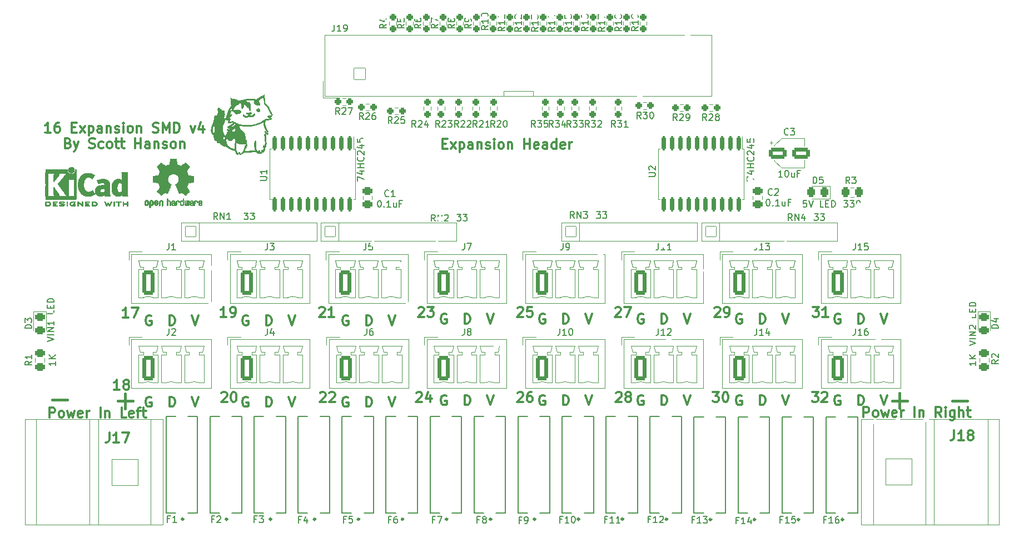
<source format=gbr>
%TF.GenerationSoftware,KiCad,Pcbnew,(6.0.7)*%
%TF.CreationDate,2022-08-12T23:29:05-04:00*%
%TF.ProjectId,PB_16,50425f31-362e-46b6-9963-61645f706362,v4*%
%TF.SameCoordinates,Original*%
%TF.FileFunction,Legend,Top*%
%TF.FilePolarity,Positive*%
%FSLAX46Y46*%
G04 Gerber Fmt 4.6, Leading zero omitted, Abs format (unit mm)*
G04 Created by KiCad (PCBNEW (6.0.7)) date 2022-08-12 23:29:05*
%MOMM*%
%LPD*%
G01*
G04 APERTURE LIST*
G04 Aperture macros list*
%AMRoundRect*
0 Rectangle with rounded corners*
0 $1 Rounding radius*
0 $2 $3 $4 $5 $6 $7 $8 $9 X,Y pos of 4 corners*
0 Add a 4 corners polygon primitive as box body*
4,1,4,$2,$3,$4,$5,$6,$7,$8,$9,$2,$3,0*
0 Add four circle primitives for the rounded corners*
1,1,$1+$1,$2,$3*
1,1,$1+$1,$4,$5*
1,1,$1+$1,$6,$7*
1,1,$1+$1,$8,$9*
0 Add four rect primitives between the rounded corners*
20,1,$1+$1,$2,$3,$4,$5,0*
20,1,$1+$1,$4,$5,$6,$7,0*
20,1,$1+$1,$6,$7,$8,$9,0*
20,1,$1+$1,$8,$9,$2,$3,0*%
G04 Aperture macros list end*
%ADD10C,0.120000*%
%ADD11C,0.300000*%
%ADD12C,0.400000*%
%ADD13C,0.150000*%
%ADD14C,0.127000*%
%ADD15C,0.010000*%
%ADD16RoundRect,0.300999X0.450001X-0.325001X0.450001X0.325001X-0.450001X0.325001X-0.450001X-0.325001X0*%
%ADD17RoundRect,0.301000X-0.650000X-1.550000X0.650000X-1.550000X0.650000X1.550000X-0.650000X1.550000X0*%
%ADD18O,1.902000X3.702000*%
%ADD19C,2.577000*%
%ADD20RoundRect,0.051000X-0.800000X-0.800000X0.800000X-0.800000X0.800000X0.800000X-0.800000X0.800000X0*%
%ADD21O,1.702000X1.702000*%
%ADD22C,3.802000*%
%ADD23RoundRect,0.300999X-0.450001X0.325001X-0.450001X-0.325001X0.450001X-0.325001X0.450001X0.325001X0*%
%ADD24RoundRect,0.300999X0.325001X0.450001X-0.325001X0.450001X-0.325001X-0.450001X0.325001X-0.450001X0*%
%ADD25RoundRect,0.051000X0.863600X-0.863600X0.863600X0.863600X-0.863600X0.863600X-0.863600X-0.863600X0*%
%ADD26O,1.829200X1.829200*%
%ADD27RoundRect,0.051000X2.000000X2.000000X-2.000000X2.000000X-2.000000X-2.000000X2.000000X-2.000000X0*%
%ADD28C,4.102000*%
%ADD29RoundRect,0.051000X-2.000000X-2.000000X2.000000X-2.000000X2.000000X2.000000X-2.000000X2.000000X0*%
%ADD30RoundRect,0.201000X-0.150000X0.875000X-0.150000X-0.875000X0.150000X-0.875000X0.150000X0.875000X0*%
%ADD31RoundRect,0.288500X-0.237500X0.250000X-0.237500X-0.250000X0.237500X-0.250000X0.237500X0.250000X0*%
%ADD32RoundRect,0.288500X0.237500X-0.250000X0.237500X0.250000X-0.237500X0.250000X-0.237500X-0.250000X0*%
%ADD33RoundRect,0.288500X0.250000X0.237500X-0.250000X0.237500X-0.250000X-0.237500X0.250000X-0.237500X0*%
%ADD34RoundRect,0.301000X-1.050000X-0.550000X1.050000X-0.550000X1.050000X0.550000X-1.050000X0.550000X0*%
%ADD35RoundRect,0.288500X-0.250000X-0.237500X0.250000X-0.237500X0.250000X0.237500X-0.250000X0.237500X0*%
%ADD36C,0.902000*%
G04 APERTURE END LIST*
D10*
X-53416200Y41435700D02*
X-53416200Y42235700D01*
X-53416200Y42235700D02*
X-57916200Y42235700D01*
X-57916200Y42235700D02*
X-57916200Y41435700D01*
D11*
X-96838343Y-4474500D02*
X-96981200Y-4403071D01*
X-97195486Y-4403071D01*
X-97409772Y-4474500D01*
X-97552629Y-4617357D01*
X-97624058Y-4760214D01*
X-97695486Y-5045928D01*
X-97695486Y-5260214D01*
X-97624058Y-5545928D01*
X-97552629Y-5688785D01*
X-97409772Y-5831642D01*
X-97195486Y-5903071D01*
X-97052629Y-5903071D01*
X-96838343Y-5831642D01*
X-96766915Y-5760214D01*
X-96766915Y-5260214D01*
X-97052629Y-5260214D01*
X-78828058Y-5903071D02*
X-78828058Y-4403071D01*
X-78470915Y-4403071D01*
X-78256629Y-4474500D01*
X-78113772Y-4617357D01*
X-78042343Y-4760214D01*
X-77970915Y-5045928D01*
X-77970915Y-5260214D01*
X-78042343Y-5545928D01*
X-78113772Y-5688785D01*
X-78256629Y-5831642D01*
X-78470915Y-5903071D01*
X-78828058Y-5903071D01*
X-30421200Y-4149071D02*
X-29921200Y-5649071D01*
X-29421200Y-4149071D01*
X-33870058Y-5649071D02*
X-33870058Y-4149071D01*
X-33512915Y-4149071D01*
X-33298629Y-4220500D01*
X-33155772Y-4363357D01*
X-33084343Y-4506214D01*
X-33012915Y-4791928D01*
X-33012915Y-5006214D01*
X-33084343Y-5291928D01*
X-33155772Y-5434785D01*
X-33298629Y-5577642D01*
X-33512915Y-5649071D01*
X-33870058Y-5649071D01*
X-15435200Y-4149071D02*
X-14935200Y-5649071D01*
X-14435200Y-4149071D01*
X-81598343Y-4474500D02*
X-81741200Y-4403071D01*
X-81955486Y-4403071D01*
X-82169772Y-4474500D01*
X-82312629Y-4617357D01*
X-82384058Y-4760214D01*
X-82455486Y-5045928D01*
X-82455486Y-5260214D01*
X-82384058Y-5545928D01*
X-82312629Y-5688785D01*
X-82169772Y-5831642D01*
X-81955486Y-5903071D01*
X-81812629Y-5903071D01*
X-81598343Y-5831642D01*
X-81526915Y-5760214D01*
X-81526915Y-5260214D01*
X-81812629Y-5260214D01*
X-21654343Y-4220500D02*
X-21797200Y-4149071D01*
X-22011486Y-4149071D01*
X-22225772Y-4220500D01*
X-22368629Y-4363357D01*
X-22440058Y-4506214D01*
X-22511486Y-4791928D01*
X-22511486Y-5006214D01*
X-22440058Y-5291928D01*
X-22368629Y-5434785D01*
X-22225772Y-5577642D01*
X-22011486Y-5649071D01*
X-21868629Y-5649071D01*
X-21654343Y-5577642D01*
X-21582915Y-5506214D01*
X-21582915Y-5006214D01*
X-21868629Y-5006214D01*
X-449200Y-4149071D02*
X50800Y-5649071D01*
X550800Y-4149071D01*
X-3898058Y-5649071D02*
X-3898058Y-4149071D01*
X-3540915Y-4149071D01*
X-3326629Y-4220500D01*
X-3183772Y-4363357D01*
X-3112343Y-4506214D01*
X-3040915Y-4791928D01*
X-3040915Y-5006214D01*
X-3112343Y-5291928D01*
X-3183772Y-5434785D01*
X-3326629Y-5577642D01*
X-3540915Y-5649071D01*
X-3898058Y-5649071D01*
X-6668343Y-4220500D02*
X-6811200Y-4149071D01*
X-7025486Y-4149071D01*
X-7239772Y-4220500D01*
X-7382629Y-4363357D01*
X-7454058Y-4506214D01*
X-7525486Y-4791928D01*
X-7525486Y-5006214D01*
X-7454058Y-5291928D01*
X-7382629Y-5434785D01*
X-7239772Y-5577642D01*
X-7025486Y-5649071D01*
X-6882629Y-5649071D01*
X-6668343Y-5577642D01*
X-6596915Y-5506214D01*
X-6596915Y-5006214D01*
X-6882629Y-5006214D01*
X-63842058Y-5649071D02*
X-63842058Y-4149071D01*
X-63484915Y-4149071D01*
X-63270629Y-4220500D01*
X-63127772Y-4363357D01*
X-63056343Y-4506214D01*
X-62984915Y-4791928D01*
X-62984915Y-5006214D01*
X-63056343Y-5291928D01*
X-63127772Y-5434785D01*
X-63270629Y-5577642D01*
X-63484915Y-5649071D01*
X-63842058Y-5649071D01*
X-94068058Y-5903071D02*
X-94068058Y-4403071D01*
X-93710915Y-4403071D01*
X-93496629Y-4474500D01*
X-93353772Y-4617357D01*
X-93282343Y-4760214D01*
X-93210915Y-5045928D01*
X-93210915Y-5260214D01*
X-93282343Y-5545928D01*
X-93353772Y-5688785D01*
X-93496629Y-5831642D01*
X-93710915Y-5903071D01*
X-94068058Y-5903071D01*
X-18884058Y-5649071D02*
X-18884058Y-4149071D01*
X-18526915Y-4149071D01*
X-18312629Y-4220500D01*
X-18169772Y-4363357D01*
X-18098343Y-4506214D01*
X-18026915Y-4791928D01*
X-18026915Y-5006214D01*
X-18098343Y-5291928D01*
X-18169772Y-5434785D01*
X-18312629Y-5577642D01*
X-18526915Y-5649071D01*
X-18884058Y-5649071D01*
X-105351200Y-4403071D02*
X-104851200Y-5903071D01*
X-104351200Y-4403071D01*
X-45407200Y-4149071D02*
X-44907200Y-5649071D01*
X-44407200Y-4149071D01*
X-51626343Y-4220500D02*
X-51769200Y-4149071D01*
X-51983486Y-4149071D01*
X-52197772Y-4220500D01*
X-52340629Y-4363357D01*
X-52412058Y-4506214D01*
X-52483486Y-4791928D01*
X-52483486Y-5006214D01*
X-52412058Y-5291928D01*
X-52340629Y-5434785D01*
X-52197772Y-5577642D01*
X-51983486Y-5649071D01*
X-51840629Y-5649071D01*
X-51626343Y-5577642D01*
X-51554915Y-5506214D01*
X-51554915Y-5006214D01*
X-51840629Y-5006214D01*
X-66612343Y-4220500D02*
X-66755200Y-4149071D01*
X-66969486Y-4149071D01*
X-67183772Y-4220500D01*
X-67326629Y-4363357D01*
X-67398058Y-4506214D01*
X-67469486Y-4791928D01*
X-67469486Y-5006214D01*
X-67398058Y-5291928D01*
X-67326629Y-5434785D01*
X-67183772Y-5577642D01*
X-66969486Y-5649071D01*
X-66826629Y-5649071D01*
X-66612343Y-5577642D01*
X-66540915Y-5506214D01*
X-66540915Y-5006214D01*
X-66826629Y-5006214D01*
X-90619200Y-4403071D02*
X-90119200Y-5903071D01*
X-89619200Y-4403071D01*
X-111570343Y-4474500D02*
X-111713200Y-4403071D01*
X-111927486Y-4403071D01*
X-112141772Y-4474500D01*
X-112284629Y-4617357D01*
X-112356058Y-4760214D01*
X-112427486Y-5045928D01*
X-112427486Y-5260214D01*
X-112356058Y-5545928D01*
X-112284629Y-5688785D01*
X-112141772Y-5831642D01*
X-111927486Y-5903071D01*
X-111784629Y-5903071D01*
X-111570343Y-5831642D01*
X-111498915Y-5760214D01*
X-111498915Y-5260214D01*
X-111784629Y-5260214D01*
X-108800058Y-5903071D02*
X-108800058Y-4403071D01*
X-108442915Y-4403071D01*
X-108228629Y-4474500D01*
X-108085772Y-4617357D01*
X-108014343Y-4760214D01*
X-107942915Y-5045928D01*
X-107942915Y-5260214D01*
X-108014343Y-5545928D01*
X-108085772Y-5688785D01*
X-108228629Y-5831642D01*
X-108442915Y-5903071D01*
X-108800058Y-5903071D01*
X-60393200Y-4149071D02*
X-59893200Y-5649071D01*
X-59393200Y-4149071D01*
X-75379200Y-4403071D02*
X-74879200Y-5903071D01*
X-74379200Y-4403071D01*
X-48856058Y-5649071D02*
X-48856058Y-4149071D01*
X-48498915Y-4149071D01*
X-48284629Y-4220500D01*
X-48141772Y-4363357D01*
X-48070343Y-4506214D01*
X-47998915Y-4791928D01*
X-47998915Y-5006214D01*
X-48070343Y-5291928D01*
X-48141772Y-5434785D01*
X-48284629Y-5577642D01*
X-48498915Y-5649071D01*
X-48856058Y-5649071D01*
X-36640343Y-4220500D02*
X-36783200Y-4149071D01*
X-36997486Y-4149071D01*
X-37211772Y-4220500D01*
X-37354629Y-4363357D01*
X-37426058Y-4506214D01*
X-37497486Y-4791928D01*
X-37497486Y-5006214D01*
X-37426058Y-5291928D01*
X-37354629Y-5434785D01*
X-37211772Y-5577642D01*
X-36997486Y-5649071D01*
X-36854629Y-5649071D01*
X-36640343Y-5577642D01*
X-36568915Y-5506214D01*
X-36568915Y-5006214D01*
X-36854629Y-5006214D01*
X-108800058Y6496929D02*
X-108800058Y7996929D01*
X-108442915Y7996929D01*
X-108228629Y7925500D01*
X-108085772Y7782643D01*
X-108014343Y7639786D01*
X-107942915Y7354072D01*
X-107942915Y7139786D01*
X-108014343Y6854072D01*
X-108085772Y6711215D01*
X-108228629Y6568358D01*
X-108442915Y6496929D01*
X-108800058Y6496929D01*
X-111570343Y7925500D02*
X-111713200Y7996929D01*
X-111927486Y7996929D01*
X-112141772Y7925500D01*
X-112284629Y7782643D01*
X-112356058Y7639786D01*
X-112427486Y7354072D01*
X-112427486Y7139786D01*
X-112356058Y6854072D01*
X-112284629Y6711215D01*
X-112141772Y6568358D01*
X-111927486Y6496929D01*
X-111784629Y6496929D01*
X-111570343Y6568358D01*
X-111498915Y6639786D01*
X-111498915Y7139786D01*
X-111784629Y7139786D01*
X-105351200Y7996929D02*
X-104851200Y6496929D01*
X-104351200Y7996929D01*
D12*
X1280942Y-4976585D02*
X3566657Y-4976585D01*
X2423800Y-6119442D02*
X2423800Y-3833728D01*
D11*
X-126866200Y35914629D02*
X-127723343Y35914629D01*
X-127294772Y35914629D02*
X-127294772Y37414629D01*
X-127437629Y37200343D01*
X-127580486Y37057486D01*
X-127723343Y36986058D01*
X-125580486Y37414629D02*
X-125866200Y37414629D01*
X-126009058Y37343200D01*
X-126080486Y37271772D01*
X-126223343Y37057486D01*
X-126294772Y36771772D01*
X-126294772Y36200343D01*
X-126223343Y36057486D01*
X-126151915Y35986058D01*
X-126009058Y35914629D01*
X-125723343Y35914629D01*
X-125580486Y35986058D01*
X-125509058Y36057486D01*
X-125437629Y36200343D01*
X-125437629Y36557486D01*
X-125509058Y36700343D01*
X-125580486Y36771772D01*
X-125723343Y36843200D01*
X-126009058Y36843200D01*
X-126151915Y36771772D01*
X-126223343Y36700343D01*
X-126294772Y36557486D01*
X-123651915Y36700343D02*
X-123151915Y36700343D01*
X-122937629Y35914629D02*
X-123651915Y35914629D01*
X-123651915Y37414629D01*
X-122937629Y37414629D01*
X-122437629Y35914629D02*
X-121651915Y36914629D01*
X-122437629Y36914629D02*
X-121651915Y35914629D01*
X-121080486Y36914629D02*
X-121080486Y35414629D01*
X-121080486Y36843200D02*
X-120937629Y36914629D01*
X-120651915Y36914629D01*
X-120509058Y36843200D01*
X-120437629Y36771772D01*
X-120366200Y36628915D01*
X-120366200Y36200343D01*
X-120437629Y36057486D01*
X-120509058Y35986058D01*
X-120651915Y35914629D01*
X-120937629Y35914629D01*
X-121080486Y35986058D01*
X-119080486Y35914629D02*
X-119080486Y36700343D01*
X-119151915Y36843200D01*
X-119294772Y36914629D01*
X-119580486Y36914629D01*
X-119723343Y36843200D01*
X-119080486Y35986058D02*
X-119223343Y35914629D01*
X-119580486Y35914629D01*
X-119723343Y35986058D01*
X-119794772Y36128915D01*
X-119794772Y36271772D01*
X-119723343Y36414629D01*
X-119580486Y36486058D01*
X-119223343Y36486058D01*
X-119080486Y36557486D01*
X-118366200Y36914629D02*
X-118366200Y35914629D01*
X-118366200Y36771772D02*
X-118294772Y36843200D01*
X-118151915Y36914629D01*
X-117937629Y36914629D01*
X-117794772Y36843200D01*
X-117723343Y36700343D01*
X-117723343Y35914629D01*
X-117080486Y35986058D02*
X-116937629Y35914629D01*
X-116651915Y35914629D01*
X-116509058Y35986058D01*
X-116437629Y36128915D01*
X-116437629Y36200343D01*
X-116509058Y36343200D01*
X-116651915Y36414629D01*
X-116866200Y36414629D01*
X-117009058Y36486058D01*
X-117080486Y36628915D01*
X-117080486Y36700343D01*
X-117009058Y36843200D01*
X-116866200Y36914629D01*
X-116651915Y36914629D01*
X-116509058Y36843200D01*
X-115794772Y35914629D02*
X-115794772Y36914629D01*
X-115794772Y37414629D02*
X-115866200Y37343200D01*
X-115794772Y37271772D01*
X-115723343Y37343200D01*
X-115794772Y37414629D01*
X-115794772Y37271772D01*
X-114866200Y35914629D02*
X-115009058Y35986058D01*
X-115080486Y36057486D01*
X-115151915Y36200343D01*
X-115151915Y36628915D01*
X-115080486Y36771772D01*
X-115009058Y36843200D01*
X-114866200Y36914629D01*
X-114651915Y36914629D01*
X-114509058Y36843200D01*
X-114437629Y36771772D01*
X-114366200Y36628915D01*
X-114366200Y36200343D01*
X-114437629Y36057486D01*
X-114509058Y35986058D01*
X-114651915Y35914629D01*
X-114866200Y35914629D01*
X-113723343Y36914629D02*
X-113723343Y35914629D01*
X-113723343Y36771772D02*
X-113651915Y36843200D01*
X-113509058Y36914629D01*
X-113294772Y36914629D01*
X-113151915Y36843200D01*
X-113080486Y36700343D01*
X-113080486Y35914629D01*
X-111294772Y35986058D02*
X-111080486Y35914629D01*
X-110723343Y35914629D01*
X-110580486Y35986058D01*
X-110509058Y36057486D01*
X-110437629Y36200343D01*
X-110437629Y36343200D01*
X-110509058Y36486058D01*
X-110580486Y36557486D01*
X-110723343Y36628915D01*
X-111009058Y36700343D01*
X-111151915Y36771772D01*
X-111223343Y36843200D01*
X-111294772Y36986058D01*
X-111294772Y37128915D01*
X-111223343Y37271772D01*
X-111151915Y37343200D01*
X-111009058Y37414629D01*
X-110651915Y37414629D01*
X-110437629Y37343200D01*
X-109794772Y35914629D02*
X-109794772Y37414629D01*
X-109294772Y36343200D01*
X-108794772Y37414629D01*
X-108794772Y35914629D01*
X-108080486Y35914629D02*
X-108080486Y37414629D01*
X-107723343Y37414629D01*
X-107509058Y37343200D01*
X-107366201Y37200343D01*
X-107294772Y37057486D01*
X-107223343Y36771772D01*
X-107223343Y36557486D01*
X-107294772Y36271772D01*
X-107366201Y36128915D01*
X-107509058Y35986058D01*
X-107723343Y35914629D01*
X-108080486Y35914629D01*
X-105580486Y36914629D02*
X-105223343Y35914629D01*
X-104866201Y36914629D01*
X-103651915Y36914629D02*
X-103651915Y35914629D01*
X-104009058Y37486058D02*
X-104366201Y36414629D01*
X-103437629Y36414629D01*
X-124223343Y34285343D02*
X-124009058Y34213915D01*
X-123937629Y34142486D01*
X-123866200Y33999629D01*
X-123866200Y33785343D01*
X-123937629Y33642486D01*
X-124009058Y33571058D01*
X-124151915Y33499629D01*
X-124723343Y33499629D01*
X-124723343Y34999629D01*
X-124223343Y34999629D01*
X-124080486Y34928200D01*
X-124009058Y34856772D01*
X-123937629Y34713915D01*
X-123937629Y34571058D01*
X-124009058Y34428200D01*
X-124080486Y34356772D01*
X-124223343Y34285343D01*
X-124723343Y34285343D01*
X-123366200Y34499629D02*
X-123009058Y33499629D01*
X-122651915Y34499629D02*
X-123009058Y33499629D01*
X-123151915Y33142486D01*
X-123223343Y33071058D01*
X-123366200Y32999629D01*
X-121009058Y33571058D02*
X-120794772Y33499629D01*
X-120437629Y33499629D01*
X-120294772Y33571058D01*
X-120223343Y33642486D01*
X-120151915Y33785343D01*
X-120151915Y33928200D01*
X-120223343Y34071058D01*
X-120294772Y34142486D01*
X-120437629Y34213915D01*
X-120723343Y34285343D01*
X-120866200Y34356772D01*
X-120937629Y34428200D01*
X-121009058Y34571058D01*
X-121009058Y34713915D01*
X-120937629Y34856772D01*
X-120866200Y34928200D01*
X-120723343Y34999629D01*
X-120366200Y34999629D01*
X-120151915Y34928200D01*
X-118866200Y33571058D02*
X-119009058Y33499629D01*
X-119294772Y33499629D01*
X-119437629Y33571058D01*
X-119509058Y33642486D01*
X-119580486Y33785343D01*
X-119580486Y34213915D01*
X-119509058Y34356772D01*
X-119437629Y34428200D01*
X-119294772Y34499629D01*
X-119009058Y34499629D01*
X-118866200Y34428200D01*
X-118009058Y33499629D02*
X-118151915Y33571058D01*
X-118223343Y33642486D01*
X-118294772Y33785343D01*
X-118294772Y34213915D01*
X-118223343Y34356772D01*
X-118151915Y34428200D01*
X-118009058Y34499629D01*
X-117794772Y34499629D01*
X-117651915Y34428200D01*
X-117580486Y34356772D01*
X-117509058Y34213915D01*
X-117509058Y33785343D01*
X-117580486Y33642486D01*
X-117651915Y33571058D01*
X-117794772Y33499629D01*
X-118009058Y33499629D01*
X-117080486Y34499629D02*
X-116509058Y34499629D01*
X-116866200Y34999629D02*
X-116866200Y33713915D01*
X-116794772Y33571058D01*
X-116651915Y33499629D01*
X-116509058Y33499629D01*
X-116223343Y34499629D02*
X-115651915Y34499629D01*
X-116009058Y34999629D02*
X-116009058Y33713915D01*
X-115937629Y33571058D01*
X-115794772Y33499629D01*
X-115651915Y33499629D01*
X-114009058Y33499629D02*
X-114009058Y34999629D01*
X-114009058Y34285343D02*
X-113151915Y34285343D01*
X-113151915Y33499629D02*
X-113151915Y34999629D01*
X-111794772Y33499629D02*
X-111794772Y34285343D01*
X-111866200Y34428200D01*
X-112009058Y34499629D01*
X-112294772Y34499629D01*
X-112437629Y34428200D01*
X-111794772Y33571058D02*
X-111937629Y33499629D01*
X-112294772Y33499629D01*
X-112437629Y33571058D01*
X-112509058Y33713915D01*
X-112509058Y33856772D01*
X-112437629Y33999629D01*
X-112294772Y34071058D01*
X-111937629Y34071058D01*
X-111794772Y34142486D01*
X-111080486Y34499629D02*
X-111080486Y33499629D01*
X-111080486Y34356772D02*
X-111009058Y34428200D01*
X-110866200Y34499629D01*
X-110651915Y34499629D01*
X-110509058Y34428200D01*
X-110437629Y34285343D01*
X-110437629Y33499629D01*
X-109794772Y33571058D02*
X-109651915Y33499629D01*
X-109366200Y33499629D01*
X-109223343Y33571058D01*
X-109151915Y33713915D01*
X-109151915Y33785343D01*
X-109223343Y33928200D01*
X-109366200Y33999629D01*
X-109580486Y33999629D01*
X-109723343Y34071058D01*
X-109794772Y34213915D01*
X-109794772Y34285343D01*
X-109723343Y34428200D01*
X-109580486Y34499629D01*
X-109366200Y34499629D01*
X-109223343Y34428200D01*
X-108294772Y33499629D02*
X-108437629Y33571058D01*
X-108509058Y33642486D01*
X-108580486Y33785343D01*
X-108580486Y34213915D01*
X-108509058Y34356772D01*
X-108437629Y34428200D01*
X-108294772Y34499629D01*
X-108080486Y34499629D01*
X-107937629Y34428200D01*
X-107866200Y34356772D01*
X-107794772Y34213915D01*
X-107794772Y33785343D01*
X-107866200Y33642486D01*
X-107937629Y33571058D01*
X-108080486Y33499629D01*
X-108294772Y33499629D01*
X-107151915Y34499629D02*
X-107151915Y33499629D01*
X-107151915Y34356772D02*
X-107080486Y34428200D01*
X-106937629Y34499629D01*
X-106723343Y34499629D01*
X-106580486Y34428200D01*
X-106509058Y34285343D01*
X-106509058Y33499629D01*
X-115001915Y7707129D02*
X-115859058Y7707129D01*
X-115430486Y7707129D02*
X-115430486Y9207129D01*
X-115573343Y8992843D01*
X-115716200Y8849986D01*
X-115859058Y8778558D01*
X-114501915Y9207129D02*
X-113501915Y9207129D01*
X-114144772Y7707129D01*
X-85859058Y-3835728D02*
X-85787629Y-3764300D01*
X-85644772Y-3692871D01*
X-85287629Y-3692871D01*
X-85144772Y-3764300D01*
X-85073343Y-3835728D01*
X-85001915Y-3978585D01*
X-85001915Y-4121442D01*
X-85073343Y-4335728D01*
X-85930486Y-5192871D01*
X-85001915Y-5192871D01*
X-84430486Y-3835728D02*
X-84359058Y-3764300D01*
X-84216200Y-3692871D01*
X-83859058Y-3692871D01*
X-83716200Y-3764300D01*
X-83644772Y-3835728D01*
X-83573343Y-3978585D01*
X-83573343Y-4121442D01*
X-83644772Y-4335728D01*
X-84501915Y-5192871D01*
X-83573343Y-5192871D01*
X-10830486Y9307129D02*
X-9901915Y9307129D01*
X-10401915Y8735700D01*
X-10187629Y8735700D01*
X-10044772Y8664272D01*
X-9973343Y8592843D01*
X-9901915Y8449986D01*
X-9901915Y8092843D01*
X-9973343Y7949986D01*
X-10044772Y7878558D01*
X-10187629Y7807129D01*
X-10616200Y7807129D01*
X-10759058Y7878558D01*
X-10830486Y7949986D01*
X-8473343Y7807129D02*
X-9330486Y7807129D01*
X-8901915Y7807129D02*
X-8901915Y9307129D01*
X-9044772Y9092843D01*
X-9187629Y8949986D01*
X-9330486Y8878558D01*
X-90619200Y7996929D02*
X-90119200Y6496929D01*
X-89619200Y7996929D01*
D12*
X10424942Y-4976585D02*
X12710657Y-4976585D01*
D11*
X-70859058Y9164272D02*
X-70787629Y9235700D01*
X-70644772Y9307129D01*
X-70287629Y9307129D01*
X-70144772Y9235700D01*
X-70073343Y9164272D01*
X-70001915Y9021415D01*
X-70001915Y8878558D01*
X-70073343Y8664272D01*
X-70930486Y7807129D01*
X-70001915Y7807129D01*
X-69501915Y9307129D02*
X-68573343Y9307129D01*
X-69073343Y8735700D01*
X-68859058Y8735700D01*
X-68716200Y8664272D01*
X-68644772Y8592843D01*
X-68573343Y8449986D01*
X-68573343Y8092843D01*
X-68644772Y7949986D01*
X-68716200Y7878558D01*
X-68859058Y7807129D01*
X-69287629Y7807129D01*
X-69430486Y7878558D01*
X-69501915Y7949986D01*
X-75379200Y7996929D02*
X-74879200Y6496929D01*
X-74379200Y7996929D01*
X-55759058Y9164272D02*
X-55687629Y9235700D01*
X-55544772Y9307129D01*
X-55187629Y9307129D01*
X-55044772Y9235700D01*
X-54973343Y9164272D01*
X-54901915Y9021415D01*
X-54901915Y8878558D01*
X-54973343Y8664272D01*
X-55830486Y7807129D01*
X-54901915Y7807129D01*
X-53544772Y9307129D02*
X-54259058Y9307129D01*
X-54330486Y8592843D01*
X-54259058Y8664272D01*
X-54116200Y8735700D01*
X-53759058Y8735700D01*
X-53616200Y8664272D01*
X-53544772Y8592843D01*
X-53473343Y8449986D01*
X-53473343Y8092843D01*
X-53544772Y7949986D01*
X-53616200Y7878558D01*
X-53759058Y7807129D01*
X-54116200Y7807129D01*
X-54259058Y7878558D01*
X-54330486Y7949986D01*
X-60393200Y8250929D02*
X-59893200Y6750929D01*
X-59393200Y8250929D01*
X-36640343Y8179500D02*
X-36783200Y8250929D01*
X-36997486Y8250929D01*
X-37211772Y8179500D01*
X-37354629Y8036643D01*
X-37426058Y7893786D01*
X-37497486Y7608072D01*
X-37497486Y7393786D01*
X-37426058Y7108072D01*
X-37354629Y6965215D01*
X-37211772Y6822358D01*
X-36997486Y6750929D01*
X-36854629Y6750929D01*
X-36640343Y6822358D01*
X-36568915Y6893786D01*
X-36568915Y7393786D01*
X-36854629Y7393786D01*
X-3898058Y6750929D02*
X-3898058Y8250929D01*
X-3540915Y8250929D01*
X-3326629Y8179500D01*
X-3183772Y8036643D01*
X-3112343Y7893786D01*
X-3040915Y7608072D01*
X-3040915Y7393786D01*
X-3112343Y7108072D01*
X-3183772Y6965215D01*
X-3326629Y6822358D01*
X-3540915Y6750929D01*
X-3898058Y6750929D01*
X-116351915Y-3292871D02*
X-117209058Y-3292871D01*
X-116780486Y-3292871D02*
X-116780486Y-1792871D01*
X-116923343Y-2007157D01*
X-117066200Y-2150014D01*
X-117209058Y-2221442D01*
X-115494772Y-2435728D02*
X-115637629Y-2364300D01*
X-115709058Y-2292871D01*
X-115780486Y-2150014D01*
X-115780486Y-2078585D01*
X-115709058Y-1935728D01*
X-115637629Y-1864300D01*
X-115494772Y-1792871D01*
X-115209058Y-1792871D01*
X-115066200Y-1864300D01*
X-114994772Y-1935728D01*
X-114923343Y-2078585D01*
X-114923343Y-2150014D01*
X-114994772Y-2292871D01*
X-115066200Y-2364300D01*
X-115209058Y-2435728D01*
X-115494772Y-2435728D01*
X-115637629Y-2507157D01*
X-115709058Y-2578585D01*
X-115780486Y-2721442D01*
X-115780486Y-3007157D01*
X-115709058Y-3150014D01*
X-115637629Y-3221442D01*
X-115494772Y-3292871D01*
X-115209058Y-3292871D01*
X-115066200Y-3221442D01*
X-114994772Y-3150014D01*
X-114923343Y-3007157D01*
X-114923343Y-2721442D01*
X-114994772Y-2578585D01*
X-115066200Y-2507157D01*
X-115209058Y-2435728D01*
X-6668343Y8179500D02*
X-6811200Y8250929D01*
X-7025486Y8250929D01*
X-7239772Y8179500D01*
X-7382629Y8036643D01*
X-7454058Y7893786D01*
X-7525486Y7608072D01*
X-7525486Y7393786D01*
X-7454058Y7108072D01*
X-7382629Y6965215D01*
X-7239772Y6822358D01*
X-7025486Y6750929D01*
X-6882629Y6750929D01*
X-6668343Y6822358D01*
X-6596915Y6893786D01*
X-6596915Y7393786D01*
X-6882629Y7393786D01*
X-21654343Y8179500D02*
X-21797200Y8250929D01*
X-22011486Y8250929D01*
X-22225772Y8179500D01*
X-22368629Y8036643D01*
X-22440058Y7893786D01*
X-22511486Y7608072D01*
X-22511486Y7393786D01*
X-22440058Y7108072D01*
X-22368629Y6965215D01*
X-22225772Y6822358D01*
X-22011486Y6750929D01*
X-21868629Y6750929D01*
X-21654343Y6822358D01*
X-21582915Y6893786D01*
X-21582915Y7393786D01*
X-21868629Y7393786D01*
X-25759058Y9164272D02*
X-25687629Y9235700D01*
X-25544772Y9307129D01*
X-25187629Y9307129D01*
X-25044772Y9235700D01*
X-24973343Y9164272D01*
X-24901915Y9021415D01*
X-24901915Y8878558D01*
X-24973343Y8664272D01*
X-25830486Y7807129D01*
X-24901915Y7807129D01*
X-24187629Y7807129D02*
X-23901915Y7807129D01*
X-23759058Y7878558D01*
X-23687629Y7949986D01*
X-23544772Y8164272D01*
X-23473343Y8449986D01*
X-23473343Y9021415D01*
X-23544772Y9164272D01*
X-23616200Y9235700D01*
X-23759058Y9307129D01*
X-24044772Y9307129D01*
X-24187629Y9235700D01*
X-24259058Y9164272D01*
X-24330486Y9021415D01*
X-24330486Y8664272D01*
X-24259058Y8521415D01*
X-24187629Y8449986D01*
X-24044772Y8378558D01*
X-23759058Y8378558D01*
X-23616200Y8449986D01*
X-23544772Y8521415D01*
X-23473343Y8664272D01*
X-40859058Y9164272D02*
X-40787629Y9235700D01*
X-40644772Y9307129D01*
X-40287629Y9307129D01*
X-40144772Y9235700D01*
X-40073343Y9164272D01*
X-40001915Y9021415D01*
X-40001915Y8878558D01*
X-40073343Y8664272D01*
X-40930486Y7807129D01*
X-40001915Y7807129D01*
X-39501915Y9307129D02*
X-38501915Y9307129D01*
X-39144772Y7807129D01*
X-26030486Y-3692871D02*
X-25101915Y-3692871D01*
X-25601915Y-4264300D01*
X-25387629Y-4264300D01*
X-25244772Y-4335728D01*
X-25173343Y-4407157D01*
X-25101915Y-4550014D01*
X-25101915Y-4907157D01*
X-25173343Y-5050014D01*
X-25244772Y-5121442D01*
X-25387629Y-5192871D01*
X-25816200Y-5192871D01*
X-25959058Y-5121442D01*
X-26030486Y-5050014D01*
X-24173343Y-3692871D02*
X-24030486Y-3692871D01*
X-23887629Y-3764300D01*
X-23816200Y-3835728D01*
X-23744772Y-3978585D01*
X-23673343Y-4264300D01*
X-23673343Y-4621442D01*
X-23744772Y-4907157D01*
X-23816200Y-5050014D01*
X-23887629Y-5121442D01*
X-24030486Y-5192871D01*
X-24173343Y-5192871D01*
X-24316200Y-5121442D01*
X-24387629Y-5050014D01*
X-24459058Y-4907157D01*
X-24530486Y-4621442D01*
X-24530486Y-4264300D01*
X-24459058Y-3978585D01*
X-24387629Y-3835728D01*
X-24316200Y-3764300D01*
X-24173343Y-3692871D01*
D12*
X-116659058Y-5028585D02*
X-114373343Y-5028585D01*
X-115516200Y-6171442D02*
X-115516200Y-3885728D01*
D11*
X-45407200Y8250929D02*
X-44907200Y6750929D01*
X-44407200Y8250929D01*
X-48856058Y6750929D02*
X-48856058Y8250929D01*
X-48498915Y8250929D01*
X-48284629Y8179500D01*
X-48141772Y8036643D01*
X-48070343Y7893786D01*
X-47998915Y7608072D01*
X-47998915Y7393786D01*
X-48070343Y7108072D01*
X-48141772Y6965215D01*
X-48284629Y6822358D01*
X-48498915Y6750929D01*
X-48856058Y6750929D01*
X-94068058Y6496929D02*
X-94068058Y7996929D01*
X-93710915Y7996929D01*
X-93496629Y7925500D01*
X-93353772Y7782643D01*
X-93282343Y7639786D01*
X-93210915Y7354072D01*
X-93210915Y7139786D01*
X-93282343Y6854072D01*
X-93353772Y6711215D01*
X-93496629Y6568358D01*
X-93710915Y6496929D01*
X-94068058Y6496929D01*
X-15435200Y8250929D02*
X-14935200Y6750929D01*
X-14435200Y8250929D01*
X-81598343Y7925500D02*
X-81741200Y7996929D01*
X-81955486Y7996929D01*
X-82169772Y7925500D01*
X-82312629Y7782643D01*
X-82384058Y7639786D01*
X-82455486Y7354072D01*
X-82455486Y7139786D01*
X-82384058Y6854072D01*
X-82312629Y6711215D01*
X-82169772Y6568358D01*
X-81955486Y6496929D01*
X-81812629Y6496929D01*
X-81598343Y6568358D01*
X-81526915Y6639786D01*
X-81526915Y7139786D01*
X-81812629Y7139786D01*
X-55759058Y-3835728D02*
X-55687629Y-3764300D01*
X-55544772Y-3692871D01*
X-55187629Y-3692871D01*
X-55044772Y-3764300D01*
X-54973343Y-3835728D01*
X-54901915Y-3978585D01*
X-54901915Y-4121442D01*
X-54973343Y-4335728D01*
X-55830486Y-5192871D01*
X-54901915Y-5192871D01*
X-53616200Y-3692871D02*
X-53901915Y-3692871D01*
X-54044772Y-3764300D01*
X-54116200Y-3835728D01*
X-54259058Y-4050014D01*
X-54330486Y-4335728D01*
X-54330486Y-4907157D01*
X-54259058Y-5050014D01*
X-54187629Y-5121442D01*
X-54044772Y-5192871D01*
X-53759058Y-5192871D01*
X-53616200Y-5121442D01*
X-53544772Y-5050014D01*
X-53473343Y-4907157D01*
X-53473343Y-4550014D01*
X-53544772Y-4407157D01*
X-53616200Y-4335728D01*
X-53759058Y-4264300D01*
X-54044772Y-4264300D01*
X-54187629Y-4335728D01*
X-54259058Y-4407157D01*
X-54330486Y-4550014D01*
D12*
X-126659058Y-4828585D02*
X-124373343Y-4828585D01*
D11*
X-66612343Y8179500D02*
X-66755200Y8250929D01*
X-66969486Y8250929D01*
X-67183772Y8179500D01*
X-67326629Y8036643D01*
X-67398058Y7893786D01*
X-67469486Y7608072D01*
X-67469486Y7393786D01*
X-67398058Y7108072D01*
X-67326629Y6965215D01*
X-67183772Y6822358D01*
X-66969486Y6750929D01*
X-66826629Y6750929D01*
X-66612343Y6822358D01*
X-66540915Y6893786D01*
X-66540915Y7393786D01*
X-66826629Y7393786D01*
X-30421200Y8250929D02*
X-29921200Y6750929D01*
X-29421200Y8250929D01*
X-78828058Y6496929D02*
X-78828058Y7996929D01*
X-78470915Y7996929D01*
X-78256629Y7925500D01*
X-78113772Y7782643D01*
X-78042343Y7639786D01*
X-77970915Y7354072D01*
X-77970915Y7139786D01*
X-78042343Y6854072D01*
X-78113772Y6711215D01*
X-78256629Y6568358D01*
X-78470915Y6496929D01*
X-78828058Y6496929D01*
X-40759058Y-3835728D02*
X-40687629Y-3764300D01*
X-40544772Y-3692871D01*
X-40187629Y-3692871D01*
X-40044772Y-3764300D01*
X-39973343Y-3835728D01*
X-39901915Y-3978585D01*
X-39901915Y-4121442D01*
X-39973343Y-4335728D01*
X-40830486Y-5192871D01*
X-39901915Y-5192871D01*
X-39044772Y-4335728D02*
X-39187629Y-4264300D01*
X-39259058Y-4192871D01*
X-39330486Y-4050014D01*
X-39330486Y-3978585D01*
X-39259058Y-3835728D01*
X-39187629Y-3764300D01*
X-39044772Y-3692871D01*
X-38759058Y-3692871D01*
X-38616200Y-3764300D01*
X-38544772Y-3835728D01*
X-38473343Y-3978585D01*
X-38473343Y-4050014D01*
X-38544772Y-4192871D01*
X-38616200Y-4264300D01*
X-38759058Y-4335728D01*
X-39044772Y-4335728D01*
X-39187629Y-4407157D01*
X-39259058Y-4478585D01*
X-39330486Y-4621442D01*
X-39330486Y-4907157D01*
X-39259058Y-5050014D01*
X-39187629Y-5121442D01*
X-39044772Y-5192871D01*
X-38759058Y-5192871D01*
X-38616200Y-5121442D01*
X-38544772Y-5050014D01*
X-38473343Y-4907157D01*
X-38473343Y-4621442D01*
X-38544772Y-4478585D01*
X-38616200Y-4407157D01*
X-38759058Y-4335728D01*
X-85959058Y9164272D02*
X-85887629Y9235700D01*
X-85744772Y9307129D01*
X-85387629Y9307129D01*
X-85244772Y9235700D01*
X-85173343Y9164272D01*
X-85101915Y9021415D01*
X-85101915Y8878558D01*
X-85173343Y8664272D01*
X-86030486Y7807129D01*
X-85101915Y7807129D01*
X-83673343Y7807129D02*
X-84530486Y7807129D01*
X-84101915Y7807129D02*
X-84101915Y9307129D01*
X-84244772Y9092843D01*
X-84387629Y8949986D01*
X-84530486Y8878558D01*
X-18884058Y6750929D02*
X-18884058Y8250929D01*
X-18526915Y8250929D01*
X-18312629Y8179500D01*
X-18169772Y8036643D01*
X-18098343Y7893786D01*
X-18026915Y7608072D01*
X-18026915Y7393786D01*
X-18098343Y7108072D01*
X-18169772Y6965215D01*
X-18312629Y6822358D01*
X-18526915Y6750929D01*
X-18884058Y6750929D01*
X-33870058Y6750929D02*
X-33870058Y8250929D01*
X-33512915Y8250929D01*
X-33298629Y8179500D01*
X-33155772Y8036643D01*
X-33084343Y7893786D01*
X-33012915Y7608072D01*
X-33012915Y7393786D01*
X-33084343Y7108072D01*
X-33155772Y6965215D01*
X-33298629Y6822358D01*
X-33512915Y6750929D01*
X-33870058Y6750929D01*
X-10930486Y-3692871D02*
X-10001915Y-3692871D01*
X-10501915Y-4264300D01*
X-10287629Y-4264300D01*
X-10144772Y-4335728D01*
X-10073343Y-4407157D01*
X-10001915Y-4550014D01*
X-10001915Y-4907157D01*
X-10073343Y-5050014D01*
X-10144772Y-5121442D01*
X-10287629Y-5192871D01*
X-10716200Y-5192871D01*
X-10859058Y-5121442D01*
X-10930486Y-5050014D01*
X-9430486Y-3835728D02*
X-9359058Y-3764300D01*
X-9216200Y-3692871D01*
X-8859058Y-3692871D01*
X-8716200Y-3764300D01*
X-8644772Y-3835728D01*
X-8573343Y-3978585D01*
X-8573343Y-4121442D01*
X-8644772Y-4335728D01*
X-9501915Y-5192871D01*
X-8573343Y-5192871D01*
X-71159058Y-3835728D02*
X-71087629Y-3764300D01*
X-70944772Y-3692871D01*
X-70587629Y-3692871D01*
X-70444772Y-3764300D01*
X-70373343Y-3835728D01*
X-70301915Y-3978585D01*
X-70301915Y-4121442D01*
X-70373343Y-4335728D01*
X-71230486Y-5192871D01*
X-70301915Y-5192871D01*
X-69016200Y-4192871D02*
X-69016200Y-5192871D01*
X-69373343Y-3621442D02*
X-69730486Y-4692871D01*
X-68801915Y-4692871D01*
X-63842058Y6750929D02*
X-63842058Y8250929D01*
X-63484915Y8250929D01*
X-63270629Y8179500D01*
X-63127772Y8036643D01*
X-63056343Y7893786D01*
X-62984915Y7608072D01*
X-62984915Y7393786D01*
X-63056343Y7108072D01*
X-63127772Y6965215D01*
X-63270629Y6822358D01*
X-63484915Y6750929D01*
X-63842058Y6750929D01*
X-449200Y8250929D02*
X50800Y6750929D01*
X550800Y8250929D01*
X-100859058Y-3835728D02*
X-100787629Y-3764300D01*
X-100644772Y-3692871D01*
X-100287629Y-3692871D01*
X-100144772Y-3764300D01*
X-100073343Y-3835728D01*
X-100001915Y-3978585D01*
X-100001915Y-4121442D01*
X-100073343Y-4335728D01*
X-100930486Y-5192871D01*
X-100001915Y-5192871D01*
X-99073343Y-3692871D02*
X-98930486Y-3692871D01*
X-98787629Y-3764300D01*
X-98716200Y-3835728D01*
X-98644772Y-3978585D01*
X-98573343Y-4264300D01*
X-98573343Y-4621442D01*
X-98644772Y-4907157D01*
X-98716200Y-5050014D01*
X-98787629Y-5121442D01*
X-98930486Y-5192871D01*
X-99073343Y-5192871D01*
X-99216200Y-5121442D01*
X-99287629Y-5050014D01*
X-99359058Y-4907157D01*
X-99430486Y-4621442D01*
X-99430486Y-4264300D01*
X-99359058Y-3978585D01*
X-99287629Y-3835728D01*
X-99216200Y-3764300D01*
X-99073343Y-3692871D01*
X-96838343Y7925500D02*
X-96981200Y7996929D01*
X-97195486Y7996929D01*
X-97409772Y7925500D01*
X-97552629Y7782643D01*
X-97624058Y7639786D01*
X-97695486Y7354072D01*
X-97695486Y7139786D01*
X-97624058Y6854072D01*
X-97552629Y6711215D01*
X-97409772Y6568358D01*
X-97195486Y6496929D01*
X-97052629Y6496929D01*
X-96838343Y6568358D01*
X-96766915Y6639786D01*
X-96766915Y7139786D01*
X-97052629Y7139786D01*
X-100101915Y7807129D02*
X-100959058Y7807129D01*
X-100530486Y7807129D02*
X-100530486Y9307129D01*
X-100673343Y9092843D01*
X-100816200Y8949986D01*
X-100959058Y8878558D01*
X-99387629Y7807129D02*
X-99101915Y7807129D01*
X-98959058Y7878558D01*
X-98887629Y7949986D01*
X-98744772Y8164272D01*
X-98673343Y8449986D01*
X-98673343Y9021415D01*
X-98744772Y9164272D01*
X-98816200Y9235700D01*
X-98959058Y9307129D01*
X-99244772Y9307129D01*
X-99387629Y9235700D01*
X-99459058Y9164272D01*
X-99530486Y9021415D01*
X-99530486Y8664272D01*
X-99459058Y8521415D01*
X-99387629Y8449986D01*
X-99244772Y8378558D01*
X-98959058Y8378558D01*
X-98816200Y8449986D01*
X-98744772Y8521415D01*
X-98673343Y8664272D01*
X-51626343Y8179500D02*
X-51769200Y8250929D01*
X-51983486Y8250929D01*
X-52197772Y8179500D01*
X-52340629Y8036643D01*
X-52412058Y7893786D01*
X-52483486Y7608072D01*
X-52483486Y7393786D01*
X-52412058Y7108072D01*
X-52340629Y6965215D01*
X-52197772Y6822358D01*
X-51983486Y6750929D01*
X-51840629Y6750929D01*
X-51626343Y6822358D01*
X-51554915Y6893786D01*
X-51554915Y7393786D01*
X-51840629Y7393786D01*
D13*
%TO.C,C2*%
X-16982867Y26428558D02*
X-17030486Y26380939D01*
X-17173343Y26333320D01*
X-17268581Y26333320D01*
X-17411439Y26380939D01*
X-17506677Y26476177D01*
X-17554296Y26571415D01*
X-17601915Y26761891D01*
X-17601915Y26904748D01*
X-17554296Y27095224D01*
X-17506677Y27190462D01*
X-17411439Y27285700D01*
X-17268581Y27333320D01*
X-17173343Y27333320D01*
X-17030486Y27285700D01*
X-16982867Y27238081D01*
X-16601915Y27238081D02*
X-16554296Y27285700D01*
X-16459058Y27333320D01*
X-16220962Y27333320D01*
X-16125724Y27285700D01*
X-16078105Y27238081D01*
X-16030486Y27142843D01*
X-16030486Y27047605D01*
X-16078105Y26904748D01*
X-16649534Y26333320D01*
X-16030486Y26333320D01*
X-17659058Y25733320D02*
X-17563820Y25733320D01*
X-17468581Y25685700D01*
X-17420962Y25638081D01*
X-17373343Y25542843D01*
X-17325724Y25352367D01*
X-17325724Y25114272D01*
X-17373343Y24923796D01*
X-17420962Y24828558D01*
X-17468581Y24780939D01*
X-17563820Y24733320D01*
X-17659058Y24733320D01*
X-17754296Y24780939D01*
X-17801915Y24828558D01*
X-17849534Y24923796D01*
X-17897153Y25114272D01*
X-17897153Y25352367D01*
X-17849534Y25542843D01*
X-17801915Y25638081D01*
X-17754296Y25685700D01*
X-17659058Y25733320D01*
X-16897153Y24828558D02*
X-16849534Y24780939D01*
X-16897153Y24733320D01*
X-16944772Y24780939D01*
X-16897153Y24828558D01*
X-16897153Y24733320D01*
X-15897153Y24733320D02*
X-16468581Y24733320D01*
X-16182867Y24733320D02*
X-16182867Y25733320D01*
X-16278105Y25590462D01*
X-16373343Y25495224D01*
X-16468581Y25447605D01*
X-15040010Y25399986D02*
X-15040010Y24733320D01*
X-15468581Y25399986D02*
X-15468581Y24876177D01*
X-15420962Y24780939D01*
X-15325724Y24733320D01*
X-15182867Y24733320D01*
X-15087629Y24780939D01*
X-15040010Y24828558D01*
X-14230486Y25257129D02*
X-14563820Y25257129D01*
X-14563820Y24733320D02*
X-14563820Y25733320D01*
X-14087629Y25733320D01*
%TO.C,J2*%
X-108850534Y6001120D02*
X-108850534Y5286834D01*
X-108898153Y5143977D01*
X-108993391Y5048739D01*
X-109136248Y5001120D01*
X-109231486Y5001120D01*
X-108421962Y5905881D02*
X-108374343Y5953500D01*
X-108279105Y6001120D01*
X-108041010Y6001120D01*
X-107945772Y5953500D01*
X-107898153Y5905881D01*
X-107850534Y5810643D01*
X-107850534Y5715405D01*
X-107898153Y5572548D01*
X-108469581Y5001120D01*
X-107850534Y5001120D01*
%TO.C,J5*%
X-78850534Y19001120D02*
X-78850534Y18286834D01*
X-78898153Y18143977D01*
X-78993391Y18048739D01*
X-79136248Y18001120D01*
X-79231486Y18001120D01*
X-77898153Y19001120D02*
X-78374343Y19001120D01*
X-78421962Y18524929D01*
X-78374343Y18572548D01*
X-78279105Y18620167D01*
X-78041010Y18620167D01*
X-77945772Y18572548D01*
X-77898153Y18524929D01*
X-77850534Y18429691D01*
X-77850534Y18191596D01*
X-77898153Y18096358D01*
X-77945772Y18048739D01*
X-78041010Y18001120D01*
X-78279105Y18001120D01*
X-78374343Y18048739D01*
X-78421962Y18096358D01*
%TO.C,J6*%
X-78736192Y6001120D02*
X-78736192Y5286834D01*
X-78783811Y5143977D01*
X-78879049Y5048739D01*
X-79021906Y5001120D01*
X-79117144Y5001120D01*
X-77831430Y6001120D02*
X-78021906Y6001120D01*
X-78117144Y5953500D01*
X-78164763Y5905881D01*
X-78260001Y5763024D01*
X-78307620Y5572548D01*
X-78307620Y5191596D01*
X-78260001Y5096358D01*
X-78212382Y5048739D01*
X-78117144Y5001120D01*
X-77926668Y5001120D01*
X-77831430Y5048739D01*
X-77783811Y5096358D01*
X-77736192Y5191596D01*
X-77736192Y5429691D01*
X-77783811Y5524929D01*
X-77831430Y5572548D01*
X-77926668Y5620167D01*
X-78117144Y5620167D01*
X-78212382Y5572548D01*
X-78260001Y5524929D01*
X-78307620Y5429691D01*
%TO.C,J7*%
X-63850534Y19001120D02*
X-63850534Y18286834D01*
X-63898153Y18143977D01*
X-63993391Y18048739D01*
X-64136248Y18001120D01*
X-64231486Y18001120D01*
X-63469581Y19001120D02*
X-62802915Y19001120D01*
X-63231486Y18001120D01*
%TO.C,J8*%
X-63850534Y6001120D02*
X-63850534Y5286834D01*
X-63898153Y5143977D01*
X-63993391Y5048739D01*
X-64136248Y5001120D01*
X-64231486Y5001120D01*
X-63231486Y5572548D02*
X-63326724Y5620167D01*
X-63374343Y5667786D01*
X-63421962Y5763024D01*
X-63421962Y5810643D01*
X-63374343Y5905881D01*
X-63326724Y5953500D01*
X-63231486Y6001120D01*
X-63041010Y6001120D01*
X-62945772Y5953500D01*
X-62898153Y5905881D01*
X-62850534Y5810643D01*
X-62850534Y5763024D01*
X-62898153Y5667786D01*
X-62945772Y5620167D01*
X-63041010Y5572548D01*
X-63231486Y5572548D01*
X-63326724Y5524929D01*
X-63374343Y5477310D01*
X-63421962Y5382072D01*
X-63421962Y5191596D01*
X-63374343Y5096358D01*
X-63326724Y5048739D01*
X-63231486Y5001120D01*
X-63041010Y5001120D01*
X-62945772Y5048739D01*
X-62898153Y5096358D01*
X-62850534Y5191596D01*
X-62850534Y5382072D01*
X-62898153Y5477310D01*
X-62945772Y5524929D01*
X-63041010Y5572548D01*
%TO.C,J9*%
X-48850534Y19001120D02*
X-48850534Y18286834D01*
X-48898153Y18143977D01*
X-48993391Y18048739D01*
X-49136248Y18001120D01*
X-49231486Y18001120D01*
X-48326724Y18001120D02*
X-48136248Y18001120D01*
X-48041010Y18048739D01*
X-47993391Y18096358D01*
X-47898153Y18239215D01*
X-47850534Y18429691D01*
X-47850534Y18810643D01*
X-47898153Y18905881D01*
X-47945772Y18953500D01*
X-48041010Y19001120D01*
X-48231486Y19001120D01*
X-48326724Y18953500D01*
X-48374343Y18905881D01*
X-48421962Y18810643D01*
X-48421962Y18572548D01*
X-48374343Y18477310D01*
X-48326724Y18429691D01*
X-48231486Y18382072D01*
X-48041010Y18382072D01*
X-47945772Y18429691D01*
X-47898153Y18477310D01*
X-47850534Y18572548D01*
%TO.C,J10*%
X-49326724Y6001120D02*
X-49326724Y5286834D01*
X-49374343Y5143977D01*
X-49469581Y5048739D01*
X-49612439Y5001120D01*
X-49707677Y5001120D01*
X-48326724Y5001120D02*
X-48898153Y5001120D01*
X-48612439Y5001120D02*
X-48612439Y6001120D01*
X-48707677Y5858262D01*
X-48802915Y5763024D01*
X-48898153Y5715405D01*
X-47707677Y6001120D02*
X-47612439Y6001120D01*
X-47517200Y5953500D01*
X-47469581Y5905881D01*
X-47421962Y5810643D01*
X-47374343Y5620167D01*
X-47374343Y5382072D01*
X-47421962Y5191596D01*
X-47469581Y5096358D01*
X-47517200Y5048739D01*
X-47612439Y5001120D01*
X-47707677Y5001120D01*
X-47802915Y5048739D01*
X-47850534Y5096358D01*
X-47898153Y5191596D01*
X-47945772Y5382072D01*
X-47945772Y5620167D01*
X-47898153Y5810643D01*
X-47850534Y5905881D01*
X-47802915Y5953500D01*
X-47707677Y6001120D01*
%TO.C,J11*%
X-34326724Y19001120D02*
X-34326724Y18286834D01*
X-34374343Y18143977D01*
X-34469581Y18048739D01*
X-34612439Y18001120D01*
X-34707677Y18001120D01*
X-33326724Y18001120D02*
X-33898153Y18001120D01*
X-33612439Y18001120D02*
X-33612439Y19001120D01*
X-33707677Y18858262D01*
X-33802915Y18763024D01*
X-33898153Y18715405D01*
X-32374343Y18001120D02*
X-32945772Y18001120D01*
X-32660058Y18001120D02*
X-32660058Y19001120D01*
X-32755296Y18858262D01*
X-32850534Y18763024D01*
X-32945772Y18715405D01*
%TO.C,J12*%
X-34326724Y6001120D02*
X-34326724Y5286834D01*
X-34374343Y5143977D01*
X-34469581Y5048739D01*
X-34612439Y5001120D01*
X-34707677Y5001120D01*
X-33326724Y5001120D02*
X-33898153Y5001120D01*
X-33612439Y5001120D02*
X-33612439Y6001120D01*
X-33707677Y5858262D01*
X-33802915Y5763024D01*
X-33898153Y5715405D01*
X-32945772Y5905881D02*
X-32898153Y5953500D01*
X-32802915Y6001120D01*
X-32564820Y6001120D01*
X-32469581Y5953500D01*
X-32421962Y5905881D01*
X-32374343Y5810643D01*
X-32374343Y5715405D01*
X-32421962Y5572548D01*
X-32993391Y5001120D01*
X-32374343Y5001120D01*
%TO.C,J13*%
X-19326724Y19001120D02*
X-19326724Y18286834D01*
X-19374343Y18143977D01*
X-19469581Y18048739D01*
X-19612439Y18001120D01*
X-19707677Y18001120D01*
X-18326724Y18001120D02*
X-18898153Y18001120D01*
X-18612439Y18001120D02*
X-18612439Y19001120D01*
X-18707677Y18858262D01*
X-18802915Y18763024D01*
X-18898153Y18715405D01*
X-17993391Y19001120D02*
X-17374343Y19001120D01*
X-17707677Y18620167D01*
X-17564820Y18620167D01*
X-17469581Y18572548D01*
X-17421962Y18524929D01*
X-17374343Y18429691D01*
X-17374343Y18191596D01*
X-17421962Y18096358D01*
X-17469581Y18048739D01*
X-17564820Y18001120D01*
X-17850534Y18001120D01*
X-17945772Y18048739D01*
X-17993391Y18096358D01*
%TO.C,J14*%
X-19326724Y6001120D02*
X-19326724Y5286834D01*
X-19374343Y5143977D01*
X-19469581Y5048739D01*
X-19612439Y5001120D01*
X-19707677Y5001120D01*
X-18326724Y5001120D02*
X-18898153Y5001120D01*
X-18612439Y5001120D02*
X-18612439Y6001120D01*
X-18707677Y5858262D01*
X-18802915Y5763024D01*
X-18898153Y5715405D01*
X-17469581Y5667786D02*
X-17469581Y5001120D01*
X-17707677Y6048739D02*
X-17945772Y5334453D01*
X-17326724Y5334453D01*
%TO.C,J15*%
X-4326724Y19001120D02*
X-4326724Y18286834D01*
X-4374343Y18143977D01*
X-4469581Y18048739D01*
X-4612439Y18001120D01*
X-4707677Y18001120D01*
X-3326724Y18001120D02*
X-3898153Y18001120D01*
X-3612439Y18001120D02*
X-3612439Y19001120D01*
X-3707677Y18858262D01*
X-3802915Y18763024D01*
X-3898153Y18715405D01*
X-2421962Y19001120D02*
X-2898153Y19001120D01*
X-2945772Y18524929D01*
X-2898153Y18572548D01*
X-2802915Y18620167D01*
X-2564820Y18620167D01*
X-2469581Y18572548D01*
X-2421962Y18524929D01*
X-2374343Y18429691D01*
X-2374343Y18191596D01*
X-2421962Y18096358D01*
X-2469581Y18048739D01*
X-2564820Y18001120D01*
X-2802915Y18001120D01*
X-2898153Y18048739D01*
X-2945772Y18096358D01*
%TO.C,J16*%
X-4326724Y6001120D02*
X-4326724Y5286834D01*
X-4374343Y5143977D01*
X-4469581Y5048739D01*
X-4612439Y5001120D01*
X-4707677Y5001120D01*
X-3326724Y5001120D02*
X-3898153Y5001120D01*
X-3612439Y5001120D02*
X-3612439Y6001120D01*
X-3707677Y5858262D01*
X-3802915Y5763024D01*
X-3898153Y5715405D01*
X-2469581Y6001120D02*
X-2660058Y6001120D01*
X-2755296Y5953500D01*
X-2802915Y5905881D01*
X-2898153Y5763024D01*
X-2945772Y5572548D01*
X-2945772Y5191596D01*
X-2898153Y5096358D01*
X-2850534Y5048739D01*
X-2755296Y5001120D01*
X-2564820Y5001120D01*
X-2469581Y5048739D01*
X-2421962Y5096358D01*
X-2374343Y5191596D01*
X-2374343Y5429691D01*
X-2421962Y5524929D01*
X-2469581Y5572548D01*
X-2564820Y5620167D01*
X-2755296Y5620167D01*
X-2850534Y5572548D01*
X-2898153Y5524929D01*
X-2945772Y5429691D01*
%TO.C,F1*%
X-108738034Y-23006771D02*
X-109071367Y-23006771D01*
X-109071367Y-23530580D02*
X-109071367Y-22530580D01*
X-108595177Y-22530580D01*
X-107690415Y-23530580D02*
X-108261843Y-23530580D01*
X-107976129Y-23530580D02*
X-107976129Y-22530580D01*
X-108071367Y-22673438D01*
X-108166605Y-22768676D01*
X-108261843Y-22816295D01*
%TO.C,F7*%
X-68401936Y-23104071D02*
X-68735269Y-23104071D01*
X-68735269Y-23627880D02*
X-68735269Y-22627880D01*
X-68259079Y-22627880D01*
X-67973364Y-22627880D02*
X-67306698Y-22627880D01*
X-67735269Y-23627880D01*
%TO.C,F14*%
X-22149695Y-23243671D02*
X-22483029Y-23243671D01*
X-22483029Y-23767480D02*
X-22483029Y-22767480D01*
X-22006838Y-22767480D01*
X-21102076Y-23767480D02*
X-21673505Y-23767480D01*
X-21387791Y-23767480D02*
X-21387791Y-22767480D01*
X-21483029Y-22910338D01*
X-21578267Y-23005576D01*
X-21673505Y-23053195D01*
X-20244933Y-23100814D02*
X-20244933Y-23767480D01*
X-20483029Y-22719861D02*
X-20721124Y-23434147D01*
X-20102076Y-23434147D01*
%TO.C,C1*%
X-75382867Y26228558D02*
X-75430486Y26180939D01*
X-75573343Y26133320D01*
X-75668581Y26133320D01*
X-75811439Y26180939D01*
X-75906677Y26276177D01*
X-75954296Y26371415D01*
X-76001915Y26561891D01*
X-76001915Y26704748D01*
X-75954296Y26895224D01*
X-75906677Y26990462D01*
X-75811439Y27085700D01*
X-75668581Y27133320D01*
X-75573343Y27133320D01*
X-75430486Y27085700D01*
X-75382867Y27038081D01*
X-74430486Y26133320D02*
X-75001915Y26133320D01*
X-74716200Y26133320D02*
X-74716200Y27133320D01*
X-74811439Y26990462D01*
X-74906677Y26895224D01*
X-75001915Y26847605D01*
X-76859058Y25533320D02*
X-76763820Y25533320D01*
X-76668581Y25485700D01*
X-76620962Y25438081D01*
X-76573343Y25342843D01*
X-76525724Y25152367D01*
X-76525724Y24914272D01*
X-76573343Y24723796D01*
X-76620962Y24628558D01*
X-76668581Y24580939D01*
X-76763820Y24533320D01*
X-76859058Y24533320D01*
X-76954296Y24580939D01*
X-77001915Y24628558D01*
X-77049534Y24723796D01*
X-77097153Y24914272D01*
X-77097153Y25152367D01*
X-77049534Y25342843D01*
X-77001915Y25438081D01*
X-76954296Y25485700D01*
X-76859058Y25533320D01*
X-76097153Y24628558D02*
X-76049534Y24580939D01*
X-76097153Y24533320D01*
X-76144772Y24580939D01*
X-76097153Y24628558D01*
X-76097153Y24533320D01*
X-75097153Y24533320D02*
X-75668581Y24533320D01*
X-75382867Y24533320D02*
X-75382867Y25533320D01*
X-75478105Y25390462D01*
X-75573343Y25295224D01*
X-75668581Y25247605D01*
X-74240010Y25199986D02*
X-74240010Y24533320D01*
X-74668581Y25199986D02*
X-74668581Y24676177D01*
X-74620962Y24580939D01*
X-74525724Y24533320D01*
X-74382867Y24533320D01*
X-74287629Y24580939D01*
X-74240010Y24628558D01*
X-73430486Y25057129D02*
X-73763820Y25057129D01*
X-73763820Y24533320D02*
X-73763820Y25533320D01*
X-73287629Y25533320D01*
%TO.C,F2*%
X-102027501Y-23059871D02*
X-102360834Y-23059871D01*
X-102360834Y-23583680D02*
X-102360834Y-22583680D01*
X-101884644Y-22583680D01*
X-101551310Y-22678919D02*
X-101503691Y-22631300D01*
X-101408453Y-22583680D01*
X-101170358Y-22583680D01*
X-101075120Y-22631300D01*
X-101027501Y-22678919D01*
X-100979882Y-22774157D01*
X-100979882Y-22869395D01*
X-101027501Y-23012252D01*
X-101598929Y-23583680D01*
X-100979882Y-23583680D01*
%TO.C,F6*%
X-75088869Y-23115971D02*
X-75422202Y-23115971D01*
X-75422202Y-23639780D02*
X-75422202Y-22639780D01*
X-74946012Y-22639780D01*
X-74136488Y-22639780D02*
X-74326964Y-22639780D01*
X-74422202Y-22687400D01*
X-74469821Y-22735019D01*
X-74565059Y-22877876D01*
X-74612678Y-23068352D01*
X-74612678Y-23449304D01*
X-74565059Y-23544542D01*
X-74517440Y-23592161D01*
X-74422202Y-23639780D01*
X-74231726Y-23639780D01*
X-74136488Y-23592161D01*
X-74088869Y-23544542D01*
X-74041250Y-23449304D01*
X-74041250Y-23211209D01*
X-74088869Y-23115971D01*
X-74136488Y-23068352D01*
X-74231726Y-23020733D01*
X-74422202Y-23020733D01*
X-74517440Y-23068352D01*
X-74565059Y-23115971D01*
X-74612678Y-23211209D01*
%TO.C,F8*%
X-61576903Y-23128671D02*
X-61910236Y-23128671D01*
X-61910236Y-23652480D02*
X-61910236Y-22652480D01*
X-61434046Y-22652480D01*
X-60910236Y-23081052D02*
X-61005474Y-23033433D01*
X-61053093Y-22985814D01*
X-61100712Y-22890576D01*
X-61100712Y-22842957D01*
X-61053093Y-22747719D01*
X-61005474Y-22700100D01*
X-60910236Y-22652480D01*
X-60719760Y-22652480D01*
X-60624522Y-22700100D01*
X-60576903Y-22747719D01*
X-60529284Y-22842957D01*
X-60529284Y-22890576D01*
X-60576903Y-22985814D01*
X-60624522Y-23033433D01*
X-60719760Y-23081052D01*
X-60910236Y-23081052D01*
X-61005474Y-23128671D01*
X-61053093Y-23176290D01*
X-61100712Y-23271528D01*
X-61100712Y-23462004D01*
X-61053093Y-23557242D01*
X-61005474Y-23604861D01*
X-60910236Y-23652480D01*
X-60719760Y-23652480D01*
X-60624522Y-23604861D01*
X-60576903Y-23557242D01*
X-60529284Y-23462004D01*
X-60529284Y-23271528D01*
X-60576903Y-23176290D01*
X-60624522Y-23128671D01*
X-60719760Y-23081052D01*
%TO.C,F9*%
X-55206570Y-23178671D02*
X-55539903Y-23178671D01*
X-55539903Y-23702480D02*
X-55539903Y-22702480D01*
X-55063713Y-22702480D01*
X-54635141Y-23702480D02*
X-54444665Y-23702480D01*
X-54349427Y-23654861D01*
X-54301808Y-23607242D01*
X-54206570Y-23464385D01*
X-54158951Y-23273909D01*
X-54158951Y-22892957D01*
X-54206570Y-22797719D01*
X-54254189Y-22750100D01*
X-54349427Y-22702480D01*
X-54539903Y-22702480D01*
X-54635141Y-22750100D01*
X-54682760Y-22797719D01*
X-54730379Y-22892957D01*
X-54730379Y-23131052D01*
X-54682760Y-23226290D01*
X-54635141Y-23273909D01*
X-54539903Y-23321528D01*
X-54349427Y-23321528D01*
X-54254189Y-23273909D01*
X-54206570Y-23226290D01*
X-54158951Y-23131052D01*
%TO.C,F10*%
X-49000227Y-23078671D02*
X-49333561Y-23078671D01*
X-49333561Y-23602480D02*
X-49333561Y-22602480D01*
X-48857370Y-22602480D01*
X-47952608Y-23602480D02*
X-48524037Y-23602480D01*
X-48238323Y-23602480D02*
X-48238323Y-22602480D01*
X-48333561Y-22745338D01*
X-48428799Y-22840576D01*
X-48524037Y-22888195D01*
X-47333561Y-22602480D02*
X-47238323Y-22602480D01*
X-47143084Y-22650100D01*
X-47095465Y-22697719D01*
X-47047846Y-22792957D01*
X-47000227Y-22983433D01*
X-47000227Y-23221528D01*
X-47047846Y-23412004D01*
X-47095465Y-23507242D01*
X-47143084Y-23554861D01*
X-47238323Y-23602480D01*
X-47333561Y-23602480D01*
X-47428799Y-23554861D01*
X-47476418Y-23507242D01*
X-47524037Y-23412004D01*
X-47571656Y-23221528D01*
X-47571656Y-22983433D01*
X-47524037Y-22792957D01*
X-47476418Y-22697719D01*
X-47428799Y-22650100D01*
X-47333561Y-22602480D01*
%TO.C,F16*%
X-8802724Y-23143671D02*
X-9136058Y-23143671D01*
X-9136058Y-23667480D02*
X-9136058Y-22667480D01*
X-8659867Y-22667480D01*
X-7755105Y-23667480D02*
X-8326534Y-23667480D01*
X-8040820Y-23667480D02*
X-8040820Y-22667480D01*
X-8136058Y-22810338D01*
X-8231296Y-22905576D01*
X-8326534Y-22953195D01*
X-6897962Y-22667480D02*
X-7088439Y-22667480D01*
X-7183677Y-22715100D01*
X-7231296Y-22762719D01*
X-7326534Y-22905576D01*
X-7374153Y-23096052D01*
X-7374153Y-23477004D01*
X-7326534Y-23572242D01*
X-7278915Y-23619861D01*
X-7183677Y-23667480D01*
X-6993200Y-23667480D01*
X-6897962Y-23619861D01*
X-6850343Y-23572242D01*
X-6802724Y-23477004D01*
X-6802724Y-23238909D01*
X-6850343Y-23143671D01*
X-6897962Y-23096052D01*
X-6993200Y-23048433D01*
X-7183677Y-23048433D01*
X-7278915Y-23096052D01*
X-7326534Y-23143671D01*
X-7374153Y-23238909D01*
%TO.C,F5*%
X-81917102Y-23078671D02*
X-82250435Y-23078671D01*
X-82250435Y-23602480D02*
X-82250435Y-22602480D01*
X-81774245Y-22602480D01*
X-80917102Y-22602480D02*
X-81393292Y-22602480D01*
X-81440911Y-23078671D01*
X-81393292Y-23031052D01*
X-81298054Y-22983433D01*
X-81059959Y-22983433D01*
X-80964721Y-23031052D01*
X-80917102Y-23078671D01*
X-80869483Y-23173909D01*
X-80869483Y-23412004D01*
X-80917102Y-23507242D01*
X-80964721Y-23554861D01*
X-81059959Y-23602480D01*
X-81298054Y-23602480D01*
X-81393292Y-23554861D01*
X-81440911Y-23507242D01*
%TO.C,F3*%
X-95527068Y-23059071D02*
X-95860401Y-23059071D01*
X-95860401Y-23582880D02*
X-95860401Y-22582880D01*
X-95384211Y-22582880D01*
X-95098496Y-22582880D02*
X-94479449Y-22582880D01*
X-94812782Y-22963833D01*
X-94669925Y-22963833D01*
X-94574687Y-23011452D01*
X-94527068Y-23059071D01*
X-94479449Y-23154309D01*
X-94479449Y-23392404D01*
X-94527068Y-23487642D01*
X-94574687Y-23535261D01*
X-94669925Y-23582880D01*
X-94955639Y-23582880D01*
X-95050877Y-23535261D01*
X-95098496Y-23487642D01*
%TO.C,F13*%
X-28867628Y-23143671D02*
X-29200962Y-23143671D01*
X-29200962Y-23667480D02*
X-29200962Y-22667480D01*
X-28724771Y-22667480D01*
X-27820009Y-23667480D02*
X-28391438Y-23667480D01*
X-28105724Y-23667480D02*
X-28105724Y-22667480D01*
X-28200962Y-22810338D01*
X-28296200Y-22905576D01*
X-28391438Y-22953195D01*
X-27486676Y-22667480D02*
X-26867628Y-22667480D01*
X-27200962Y-23048433D01*
X-27058104Y-23048433D01*
X-26962866Y-23096052D01*
X-26915247Y-23143671D01*
X-26867628Y-23238909D01*
X-26867628Y-23477004D01*
X-26915247Y-23572242D01*
X-26962866Y-23619861D01*
X-27058104Y-23667480D01*
X-27343819Y-23667480D01*
X-27439057Y-23619861D01*
X-27486676Y-23572242D01*
%TO.C,RN1*%
X-101455877Y22652320D02*
X-101789210Y23128510D01*
X-102027305Y22652320D02*
X-102027305Y23652320D01*
X-101646353Y23652320D01*
X-101551115Y23604700D01*
X-101503496Y23557081D01*
X-101455877Y23461843D01*
X-101455877Y23318986D01*
X-101503496Y23223748D01*
X-101551115Y23176129D01*
X-101646353Y23128510D01*
X-102027305Y23128510D01*
X-101027305Y22652320D02*
X-101027305Y23652320D01*
X-100455877Y22652320D01*
X-100455877Y23652320D01*
X-99455877Y22652320D02*
X-100027305Y22652320D01*
X-99741591Y22652320D02*
X-99741591Y23652320D01*
X-99836829Y23509462D01*
X-99932067Y23414224D01*
X-100027305Y23366605D01*
X-97425724Y23633320D02*
X-96806677Y23633320D01*
X-97140010Y23252367D01*
X-96997153Y23252367D01*
X-96901915Y23204748D01*
X-96854296Y23157129D01*
X-96806677Y23061891D01*
X-96806677Y22823796D01*
X-96854296Y22728558D01*
X-96901915Y22680939D01*
X-96997153Y22633320D01*
X-97282867Y22633320D01*
X-97378105Y22680939D01*
X-97425724Y22728558D01*
X-96473343Y23633320D02*
X-95854296Y23633320D01*
X-96187629Y23252367D01*
X-96044772Y23252367D01*
X-95949534Y23204748D01*
X-95901915Y23157129D01*
X-95854296Y23061891D01*
X-95854296Y22823796D01*
X-95901915Y22728558D01*
X-95949534Y22680939D01*
X-96044772Y22633320D01*
X-96330486Y22633320D01*
X-96425724Y22680939D01*
X-96473343Y22728558D01*
%TO.C,F11*%
X-42149794Y-23078671D02*
X-42483128Y-23078671D01*
X-42483128Y-23602480D02*
X-42483128Y-22602480D01*
X-42006937Y-22602480D01*
X-41102175Y-23602480D02*
X-41673604Y-23602480D01*
X-41387890Y-23602480D02*
X-41387890Y-22602480D01*
X-41483128Y-22745338D01*
X-41578366Y-22840576D01*
X-41673604Y-22888195D01*
X-40149794Y-23602480D02*
X-40721223Y-23602480D01*
X-40435509Y-23602480D02*
X-40435509Y-22602480D01*
X-40530747Y-22745338D01*
X-40625985Y-22840576D01*
X-40721223Y-22888195D01*
%TO.C,RN3*%
X-47132677Y22831020D02*
X-47466010Y23307210D01*
X-47704105Y22831020D02*
X-47704105Y23831020D01*
X-47323153Y23831020D01*
X-47227915Y23783400D01*
X-47180296Y23735781D01*
X-47132677Y23640543D01*
X-47132677Y23497686D01*
X-47180296Y23402448D01*
X-47227915Y23354829D01*
X-47323153Y23307210D01*
X-47704105Y23307210D01*
X-46704105Y22831020D02*
X-46704105Y23831020D01*
X-46132677Y22831020D01*
X-46132677Y23831020D01*
X-45751724Y23831020D02*
X-45132677Y23831020D01*
X-45466010Y23450067D01*
X-45323153Y23450067D01*
X-45227915Y23402448D01*
X-45180296Y23354829D01*
X-45132677Y23259591D01*
X-45132677Y23021496D01*
X-45180296Y22926258D01*
X-45227915Y22878639D01*
X-45323153Y22831020D01*
X-45608867Y22831020D01*
X-45704105Y22878639D01*
X-45751724Y22926258D01*
X-43751724Y23831020D02*
X-43132677Y23831020D01*
X-43466010Y23450067D01*
X-43323153Y23450067D01*
X-43227915Y23402448D01*
X-43180296Y23354829D01*
X-43132677Y23259591D01*
X-43132677Y23021496D01*
X-43180296Y22926258D01*
X-43227915Y22878639D01*
X-43323153Y22831020D01*
X-43608867Y22831020D01*
X-43704105Y22878639D01*
X-43751724Y22926258D01*
X-42799343Y23831020D02*
X-42180296Y23831020D01*
X-42513629Y23450067D01*
X-42370772Y23450067D01*
X-42275534Y23402448D01*
X-42227915Y23354829D01*
X-42180296Y23259591D01*
X-42180296Y23021496D01*
X-42227915Y22926258D01*
X-42275534Y22878639D01*
X-42370772Y22831020D01*
X-42656486Y22831020D01*
X-42751724Y22878639D01*
X-42799343Y22926258D01*
%TO.C,RN4*%
X-13949277Y22483820D02*
X-14282610Y22960010D01*
X-14520705Y22483820D02*
X-14520705Y23483820D01*
X-14139753Y23483820D01*
X-14044515Y23436200D01*
X-13996896Y23388581D01*
X-13949277Y23293343D01*
X-13949277Y23150486D01*
X-13996896Y23055248D01*
X-14044515Y23007629D01*
X-14139753Y22960010D01*
X-14520705Y22960010D01*
X-13520705Y22483820D02*
X-13520705Y23483820D01*
X-12949277Y22483820D01*
X-12949277Y23483820D01*
X-12044515Y23150486D02*
X-12044515Y22483820D01*
X-12282610Y23531439D02*
X-12520705Y22817153D01*
X-11901658Y22817153D01*
X-10601224Y23509220D02*
X-9982177Y23509220D01*
X-10315510Y23128267D01*
X-10172653Y23128267D01*
X-10077415Y23080648D01*
X-10029796Y23033029D01*
X-9982177Y22937791D01*
X-9982177Y22699696D01*
X-10029796Y22604458D01*
X-10077415Y22556839D01*
X-10172653Y22509220D01*
X-10458367Y22509220D01*
X-10553605Y22556839D01*
X-10601224Y22604458D01*
X-9648843Y23509220D02*
X-9029796Y23509220D01*
X-9363129Y23128267D01*
X-9220272Y23128267D01*
X-9125034Y23080648D01*
X-9077415Y23033029D01*
X-9029796Y22937791D01*
X-9029796Y22699696D01*
X-9077415Y22604458D01*
X-9125034Y22556839D01*
X-9220272Y22509220D01*
X-9505986Y22509220D01*
X-9601224Y22556839D01*
X-9648843Y22604458D01*
%TO.C,RN2*%
X-68306677Y22387520D02*
X-68640010Y22863710D01*
X-68878105Y22387520D02*
X-68878105Y23387520D01*
X-68497153Y23387520D01*
X-68401915Y23339900D01*
X-68354296Y23292281D01*
X-68306677Y23197043D01*
X-68306677Y23054186D01*
X-68354296Y22958948D01*
X-68401915Y22911329D01*
X-68497153Y22863710D01*
X-68878105Y22863710D01*
X-67878105Y22387520D02*
X-67878105Y23387520D01*
X-67306677Y22387520D01*
X-67306677Y23387520D01*
X-66878105Y23292281D02*
X-66830486Y23339900D01*
X-66735248Y23387520D01*
X-66497153Y23387520D01*
X-66401915Y23339900D01*
X-66354296Y23292281D01*
X-66306677Y23197043D01*
X-66306677Y23101805D01*
X-66354296Y22958948D01*
X-66925724Y22387520D01*
X-66306677Y22387520D01*
X-65025724Y23433320D02*
X-64406677Y23433320D01*
X-64740010Y23052367D01*
X-64597153Y23052367D01*
X-64501915Y23004748D01*
X-64454296Y22957129D01*
X-64406677Y22861891D01*
X-64406677Y22623796D01*
X-64454296Y22528558D01*
X-64501915Y22480939D01*
X-64597153Y22433320D01*
X-64882867Y22433320D01*
X-64978105Y22480939D01*
X-65025724Y22528558D01*
X-64073343Y23433320D02*
X-63454296Y23433320D01*
X-63787629Y23052367D01*
X-63644772Y23052367D01*
X-63549534Y23004748D01*
X-63501915Y22957129D01*
X-63454296Y22861891D01*
X-63454296Y22623796D01*
X-63501915Y22528558D01*
X-63549534Y22480939D01*
X-63644772Y22433320D01*
X-63930486Y22433320D01*
X-64025724Y22480939D01*
X-64073343Y22528558D01*
%TO.C,F4*%
X-88776635Y-23121771D02*
X-89109968Y-23121771D01*
X-89109968Y-23645580D02*
X-89109968Y-22645580D01*
X-88633778Y-22645580D01*
X-87824254Y-22978914D02*
X-87824254Y-23645580D01*
X-88062349Y-22597961D02*
X-88300444Y-23312247D01*
X-87681397Y-23312247D01*
%TO.C,J1*%
X-108850534Y19001120D02*
X-108850534Y18286834D01*
X-108898153Y18143977D01*
X-108993391Y18048739D01*
X-109136248Y18001120D01*
X-109231486Y18001120D01*
X-107850534Y18001120D02*
X-108421962Y18001120D01*
X-108136248Y18001120D02*
X-108136248Y19001120D01*
X-108231486Y18858262D01*
X-108326724Y18763024D01*
X-108421962Y18715405D01*
%TO.C,J3*%
X-93850534Y19001120D02*
X-93850534Y18286834D01*
X-93898153Y18143977D01*
X-93993391Y18048739D01*
X-94136248Y18001120D01*
X-94231486Y18001120D01*
X-93469581Y19001120D02*
X-92850534Y19001120D01*
X-93183867Y18620167D01*
X-93041010Y18620167D01*
X-92945772Y18572548D01*
X-92898153Y18524929D01*
X-92850534Y18429691D01*
X-92850534Y18191596D01*
X-92898153Y18096358D01*
X-92945772Y18048739D01*
X-93041010Y18001120D01*
X-93326724Y18001120D01*
X-93421962Y18048739D01*
X-93469581Y18096358D01*
%TO.C,J4*%
X-93850534Y6001120D02*
X-93850534Y5286834D01*
X-93898153Y5143977D01*
X-93993391Y5048739D01*
X-94136248Y5001120D01*
X-94231486Y5001120D01*
X-92945772Y5667786D02*
X-92945772Y5001120D01*
X-93183867Y6048739D02*
X-93421962Y5334453D01*
X-92802915Y5334453D01*
%TO.C,F15*%
X-15442062Y-23093671D02*
X-15775396Y-23093671D01*
X-15775396Y-23617480D02*
X-15775396Y-22617480D01*
X-15299205Y-22617480D01*
X-14394443Y-23617480D02*
X-14965872Y-23617480D01*
X-14680158Y-23617480D02*
X-14680158Y-22617480D01*
X-14775396Y-22760338D01*
X-14870634Y-22855576D01*
X-14965872Y-22903195D01*
X-13489681Y-22617480D02*
X-13965872Y-22617480D01*
X-14013491Y-23093671D01*
X-13965872Y-23046052D01*
X-13870634Y-22998433D01*
X-13632538Y-22998433D01*
X-13537300Y-23046052D01*
X-13489681Y-23093671D01*
X-13442062Y-23188909D01*
X-13442062Y-23427004D01*
X-13489681Y-23522242D01*
X-13537300Y-23569861D01*
X-13632538Y-23617480D01*
X-13870634Y-23617480D01*
X-13965872Y-23569861D01*
X-14013491Y-23522242D01*
%TO.C,F12*%
X-35549361Y-23066771D02*
X-35882695Y-23066771D01*
X-35882695Y-23590580D02*
X-35882695Y-22590580D01*
X-35406504Y-22590580D01*
X-34501742Y-23590580D02*
X-35073171Y-23590580D01*
X-34787457Y-23590580D02*
X-34787457Y-22590580D01*
X-34882695Y-22733438D01*
X-34977933Y-22828676D01*
X-35073171Y-22876295D01*
X-34120790Y-22685819D02*
X-34073171Y-22638200D01*
X-33977933Y-22590580D01*
X-33739837Y-22590580D01*
X-33644599Y-22638200D01*
X-33596980Y-22685819D01*
X-33549361Y-22781057D01*
X-33549361Y-22876295D01*
X-33596980Y-23019152D01*
X-34168409Y-23590580D01*
X-33549361Y-23590580D01*
%TO.C,D3*%
X-129763820Y6034405D02*
X-130763820Y6034405D01*
X-130763820Y6272500D01*
X-130716200Y6415358D01*
X-130620962Y6510596D01*
X-130525724Y6558215D01*
X-130335248Y6605834D01*
X-130192391Y6605834D01*
X-130001915Y6558215D01*
X-129906677Y6510596D01*
X-129811439Y6415358D01*
X-129763820Y6272500D01*
X-129763820Y6034405D01*
X-130763820Y6939167D02*
X-130763820Y7558215D01*
X-130382867Y7224881D01*
X-130382867Y7367739D01*
X-130335248Y7462977D01*
X-130287629Y7510596D01*
X-130192391Y7558215D01*
X-129954296Y7558215D01*
X-129859058Y7510596D01*
X-129811439Y7462977D01*
X-129763820Y7367739D01*
X-129763820Y7082024D01*
X-129811439Y6986786D01*
X-129859058Y6939167D01*
X-127363820Y4076177D02*
X-126363820Y4409510D01*
X-127363820Y4742843D01*
X-126363820Y5076177D02*
X-127363820Y5076177D01*
X-126363820Y5552367D02*
X-127363820Y5552367D01*
X-126363820Y6123796D01*
X-127363820Y6123796D01*
X-126363820Y7123796D02*
X-126363820Y6552367D01*
X-126363820Y6838081D02*
X-127363820Y6838081D01*
X-127220962Y6742843D01*
X-127125724Y6647605D01*
X-127078105Y6552367D01*
X-126363820Y8790462D02*
X-126363820Y8314272D01*
X-127363820Y8314272D01*
X-126887629Y9123796D02*
X-126887629Y9457129D01*
X-126363820Y9599986D02*
X-126363820Y9123796D01*
X-127363820Y9123796D01*
X-127363820Y9599986D01*
X-126363820Y10028558D02*
X-127363820Y10028558D01*
X-127363820Y10266653D01*
X-127316200Y10409510D01*
X-127220962Y10504748D01*
X-127125724Y10552367D01*
X-126935248Y10599986D01*
X-126792391Y10599986D01*
X-126601915Y10552367D01*
X-126506677Y10504748D01*
X-126411439Y10409510D01*
X-126363820Y10266653D01*
X-126363820Y10028558D01*
%TO.C,R1*%
X-129763820Y1019034D02*
X-130240010Y685700D01*
X-129763820Y447605D02*
X-130763820Y447605D01*
X-130763820Y828558D01*
X-130716200Y923796D01*
X-130668581Y971415D01*
X-130573343Y1019034D01*
X-130430486Y1019034D01*
X-130335248Y971415D01*
X-130287629Y923796D01*
X-130240010Y828558D01*
X-130240010Y447605D01*
X-129763820Y1971415D02*
X-129763820Y1399986D01*
X-129763820Y1685700D02*
X-130763820Y1685700D01*
X-130620962Y1590462D01*
X-130525724Y1495224D01*
X-130478105Y1399986D01*
X-126163820Y971415D02*
X-126163820Y399986D01*
X-126163820Y685700D02*
X-127163820Y685700D01*
X-127020962Y590462D01*
X-126925724Y495224D01*
X-126878105Y399986D01*
X-126163820Y1399986D02*
X-127163820Y1399986D01*
X-126163820Y1971415D02*
X-126735248Y1542843D01*
X-127163820Y1971415D02*
X-126592391Y1399986D01*
%TO.C,D5*%
X-10754296Y28133320D02*
X-10754296Y29133320D01*
X-10516200Y29133320D01*
X-10373343Y29085700D01*
X-10278105Y28990462D01*
X-10230486Y28895224D01*
X-10182867Y28704748D01*
X-10182867Y28561891D01*
X-10230486Y28371415D01*
X-10278105Y28276177D01*
X-10373343Y28180939D01*
X-10516200Y28133320D01*
X-10754296Y28133320D01*
X-9278105Y29133320D02*
X-9754296Y29133320D01*
X-9801915Y28657129D01*
X-9754296Y28704748D01*
X-9659058Y28752367D01*
X-9420962Y28752367D01*
X-9325724Y28704748D01*
X-9278105Y28657129D01*
X-9230486Y28561891D01*
X-9230486Y28323796D01*
X-9278105Y28228558D01*
X-9325724Y28180939D01*
X-9420962Y28133320D01*
X-9659058Y28133320D01*
X-9754296Y28180939D01*
X-9801915Y28228558D01*
X-11744772Y25533320D02*
X-12220962Y25533320D01*
X-12268581Y25057129D01*
X-12220962Y25104748D01*
X-12125724Y25152367D01*
X-11887629Y25152367D01*
X-11792391Y25104748D01*
X-11744772Y25057129D01*
X-11697153Y24961891D01*
X-11697153Y24723796D01*
X-11744772Y24628558D01*
X-11792391Y24580939D01*
X-11887629Y24533320D01*
X-12125724Y24533320D01*
X-12220962Y24580939D01*
X-12268581Y24628558D01*
X-11411439Y25533320D02*
X-11078105Y24533320D01*
X-10744772Y25533320D01*
X-9173343Y24533320D02*
X-9649534Y24533320D01*
X-9649534Y25533320D01*
X-8840010Y25057129D02*
X-8506677Y25057129D01*
X-8363820Y24533320D02*
X-8840010Y24533320D01*
X-8840010Y25533320D01*
X-8363820Y25533320D01*
X-7935248Y24533320D02*
X-7935248Y25533320D01*
X-7697153Y25533320D01*
X-7554296Y25485700D01*
X-7459058Y25390462D01*
X-7411439Y25295224D01*
X-7363820Y25104748D01*
X-7363820Y24961891D01*
X-7411439Y24771415D01*
X-7459058Y24676177D01*
X-7554296Y24580939D01*
X-7697153Y24533320D01*
X-7935248Y24533320D01*
%TO.C,J19*%
X-83665724Y52333320D02*
X-83665724Y51619034D01*
X-83713343Y51476177D01*
X-83808581Y51380939D01*
X-83951439Y51333320D01*
X-84046677Y51333320D01*
X-82665724Y51333320D02*
X-83237153Y51333320D01*
X-82951439Y51333320D02*
X-82951439Y52333320D01*
X-83046677Y52190462D01*
X-83141915Y52095224D01*
X-83237153Y52047605D01*
X-82189534Y51333320D02*
X-81999058Y51333320D01*
X-81903820Y51380939D01*
X-81856200Y51428558D01*
X-81760962Y51571415D01*
X-81713343Y51761891D01*
X-81713343Y52142843D01*
X-81760962Y52238081D01*
X-81808581Y52285700D01*
X-81903820Y52333320D01*
X-82094296Y52333320D01*
X-82189534Y52285700D01*
X-82237153Y52238081D01*
X-82284772Y52142843D01*
X-82284772Y51904748D01*
X-82237153Y51809510D01*
X-82189534Y51761891D01*
X-82094296Y51714272D01*
X-81903820Y51714272D01*
X-81808581Y51761891D01*
X-81760962Y51809510D01*
X-81713343Y51904748D01*
D11*
X-67166200Y34192843D02*
X-66666200Y34192843D01*
X-66451915Y33407129D02*
X-67166200Y33407129D01*
X-67166200Y34907129D01*
X-66451915Y34907129D01*
X-65951915Y33407129D02*
X-65166200Y34407129D01*
X-65951915Y34407129D02*
X-65166200Y33407129D01*
X-64594772Y34407129D02*
X-64594772Y32907129D01*
X-64594772Y34335700D02*
X-64451915Y34407129D01*
X-64166200Y34407129D01*
X-64023343Y34335700D01*
X-63951915Y34264272D01*
X-63880486Y34121415D01*
X-63880486Y33692843D01*
X-63951915Y33549986D01*
X-64023343Y33478558D01*
X-64166200Y33407129D01*
X-64451915Y33407129D01*
X-64594772Y33478558D01*
X-62594772Y33407129D02*
X-62594772Y34192843D01*
X-62666200Y34335700D01*
X-62809058Y34407129D01*
X-63094772Y34407129D01*
X-63237629Y34335700D01*
X-62594772Y33478558D02*
X-62737629Y33407129D01*
X-63094772Y33407129D01*
X-63237629Y33478558D01*
X-63309058Y33621415D01*
X-63309058Y33764272D01*
X-63237629Y33907129D01*
X-63094772Y33978558D01*
X-62737629Y33978558D01*
X-62594772Y34049986D01*
X-61880486Y34407129D02*
X-61880486Y33407129D01*
X-61880486Y34264272D02*
X-61809058Y34335700D01*
X-61666200Y34407129D01*
X-61451915Y34407129D01*
X-61309058Y34335700D01*
X-61237629Y34192843D01*
X-61237629Y33407129D01*
X-60594772Y33478558D02*
X-60451915Y33407129D01*
X-60166200Y33407129D01*
X-60023343Y33478558D01*
X-59951915Y33621415D01*
X-59951915Y33692843D01*
X-60023343Y33835700D01*
X-60166200Y33907129D01*
X-60380486Y33907129D01*
X-60523343Y33978558D01*
X-60594772Y34121415D01*
X-60594772Y34192843D01*
X-60523343Y34335700D01*
X-60380486Y34407129D01*
X-60166200Y34407129D01*
X-60023343Y34335700D01*
X-59309058Y33407129D02*
X-59309058Y34407129D01*
X-59309058Y34907129D02*
X-59380486Y34835700D01*
X-59309058Y34764272D01*
X-59237629Y34835700D01*
X-59309058Y34907129D01*
X-59309058Y34764272D01*
X-58380486Y33407129D02*
X-58523343Y33478558D01*
X-58594772Y33549986D01*
X-58666200Y33692843D01*
X-58666200Y34121415D01*
X-58594772Y34264272D01*
X-58523343Y34335700D01*
X-58380486Y34407129D01*
X-58166200Y34407129D01*
X-58023343Y34335700D01*
X-57951915Y34264272D01*
X-57880486Y34121415D01*
X-57880486Y33692843D01*
X-57951915Y33549986D01*
X-58023343Y33478558D01*
X-58166200Y33407129D01*
X-58380486Y33407129D01*
X-57237629Y34407129D02*
X-57237629Y33407129D01*
X-57237629Y34264272D02*
X-57166200Y34335700D01*
X-57023343Y34407129D01*
X-56809058Y34407129D01*
X-56666200Y34335700D01*
X-56594772Y34192843D01*
X-56594772Y33407129D01*
X-54737629Y33407129D02*
X-54737629Y34907129D01*
X-54737629Y34192843D02*
X-53880486Y34192843D01*
X-53880486Y33407129D02*
X-53880486Y34907129D01*
X-52594772Y33478558D02*
X-52737629Y33407129D01*
X-53023343Y33407129D01*
X-53166200Y33478558D01*
X-53237629Y33621415D01*
X-53237629Y34192843D01*
X-53166200Y34335700D01*
X-53023343Y34407129D01*
X-52737629Y34407129D01*
X-52594772Y34335700D01*
X-52523343Y34192843D01*
X-52523343Y34049986D01*
X-53237629Y33907129D01*
X-51237629Y33407129D02*
X-51237629Y34192843D01*
X-51309058Y34335700D01*
X-51451915Y34407129D01*
X-51737629Y34407129D01*
X-51880486Y34335700D01*
X-51237629Y33478558D02*
X-51380486Y33407129D01*
X-51737629Y33407129D01*
X-51880486Y33478558D01*
X-51951915Y33621415D01*
X-51951915Y33764272D01*
X-51880486Y33907129D01*
X-51737629Y33978558D01*
X-51380486Y33978558D01*
X-51237629Y34049986D01*
X-49880486Y33407129D02*
X-49880486Y34907129D01*
X-49880486Y33478558D02*
X-50023343Y33407129D01*
X-50309058Y33407129D01*
X-50451915Y33478558D01*
X-50523343Y33549986D01*
X-50594772Y33692843D01*
X-50594772Y34121415D01*
X-50523343Y34264272D01*
X-50451915Y34335700D01*
X-50309058Y34407129D01*
X-50023343Y34407129D01*
X-49880486Y34335700D01*
X-48594772Y33478558D02*
X-48737629Y33407129D01*
X-49023343Y33407129D01*
X-49166200Y33478558D01*
X-49237629Y33621415D01*
X-49237629Y34192843D01*
X-49166200Y34335700D01*
X-49023343Y34407129D01*
X-48737629Y34407129D01*
X-48594772Y34335700D01*
X-48523343Y34192843D01*
X-48523343Y34049986D01*
X-49237629Y33907129D01*
X-47880486Y33407129D02*
X-47880486Y34407129D01*
X-47880486Y34121415D02*
X-47809058Y34264272D01*
X-47737629Y34335700D01*
X-47594772Y34407129D01*
X-47451915Y34407129D01*
D13*
%TO.C,R3*%
X-5182867Y28133320D02*
X-5516200Y28609510D01*
X-5754296Y28133320D02*
X-5754296Y29133320D01*
X-5373343Y29133320D01*
X-5278105Y29085700D01*
X-5230486Y29038081D01*
X-5182867Y28942843D01*
X-5182867Y28799986D01*
X-5230486Y28704748D01*
X-5278105Y28657129D01*
X-5373343Y28609510D01*
X-5754296Y28609510D01*
X-4849534Y29133320D02*
X-4230486Y29133320D01*
X-4563820Y28752367D01*
X-4420962Y28752367D01*
X-4325724Y28704748D01*
X-4278105Y28657129D01*
X-4230486Y28561891D01*
X-4230486Y28323796D01*
X-4278105Y28228558D01*
X-4325724Y28180939D01*
X-4420962Y28133320D01*
X-4706677Y28133320D01*
X-4801915Y28180939D01*
X-4849534Y28228558D01*
X-6101915Y25533320D02*
X-5482867Y25533320D01*
X-5816200Y25152367D01*
X-5673343Y25152367D01*
X-5578105Y25104748D01*
X-5530486Y25057129D01*
X-5482867Y24961891D01*
X-5482867Y24723796D01*
X-5530486Y24628558D01*
X-5578105Y24580939D01*
X-5673343Y24533320D01*
X-5959058Y24533320D01*
X-6054296Y24580939D01*
X-6101915Y24628558D01*
X-5149534Y25533320D02*
X-4530486Y25533320D01*
X-4863820Y25152367D01*
X-4720962Y25152367D01*
X-4625724Y25104748D01*
X-4578105Y25057129D01*
X-4530486Y24961891D01*
X-4530486Y24723796D01*
X-4578105Y24628558D01*
X-4625724Y24580939D01*
X-4720962Y24533320D01*
X-5006677Y24533320D01*
X-5101915Y24580939D01*
X-5149534Y24628558D01*
X-3911439Y25533320D02*
X-3816200Y25533320D01*
X-3720962Y25485700D01*
X-3673343Y25438081D01*
X-3625724Y25342843D01*
X-3578105Y25152367D01*
X-3578105Y24914272D01*
X-3625724Y24723796D01*
X-3673343Y24628558D01*
X-3720962Y24580939D01*
X-3816200Y24533320D01*
X-3911439Y24533320D01*
X-4006677Y24580939D01*
X-4054296Y24628558D01*
X-4101915Y24723796D01*
X-4149534Y24914272D01*
X-4149534Y25152367D01*
X-4101915Y25342843D01*
X-4054296Y25438081D01*
X-4006677Y25485700D01*
X-3911439Y25533320D01*
D11*
%TO.C,J17*%
X-117930486Y-9842871D02*
X-117930486Y-10914300D01*
X-118001915Y-11128585D01*
X-118144772Y-11271442D01*
X-118359058Y-11342871D01*
X-118501915Y-11342871D01*
X-116430486Y-11342871D02*
X-117287629Y-11342871D01*
X-116859058Y-11342871D02*
X-116859058Y-9842871D01*
X-117001915Y-10057157D01*
X-117144772Y-10200014D01*
X-117287629Y-10271442D01*
X-115930486Y-9842871D02*
X-114930486Y-9842871D01*
X-115573343Y-11342871D01*
X-127066200Y-7542871D02*
X-127066200Y-6042871D01*
X-126494772Y-6042871D01*
X-126351915Y-6114300D01*
X-126280486Y-6185728D01*
X-126209058Y-6328585D01*
X-126209058Y-6542871D01*
X-126280486Y-6685728D01*
X-126351915Y-6757157D01*
X-126494772Y-6828585D01*
X-127066200Y-6828585D01*
X-125351915Y-7542871D02*
X-125494772Y-7471442D01*
X-125566200Y-7400014D01*
X-125637629Y-7257157D01*
X-125637629Y-6828585D01*
X-125566200Y-6685728D01*
X-125494772Y-6614300D01*
X-125351915Y-6542871D01*
X-125137629Y-6542871D01*
X-124994772Y-6614300D01*
X-124923343Y-6685728D01*
X-124851915Y-6828585D01*
X-124851915Y-7257157D01*
X-124923343Y-7400014D01*
X-124994772Y-7471442D01*
X-125137629Y-7542871D01*
X-125351915Y-7542871D01*
X-124351915Y-6542871D02*
X-124066200Y-7542871D01*
X-123780486Y-6828585D01*
X-123494772Y-7542871D01*
X-123209058Y-6542871D01*
X-122066200Y-7471442D02*
X-122209058Y-7542871D01*
X-122494772Y-7542871D01*
X-122637629Y-7471442D01*
X-122709058Y-7328585D01*
X-122709058Y-6757157D01*
X-122637629Y-6614300D01*
X-122494772Y-6542871D01*
X-122209058Y-6542871D01*
X-122066200Y-6614300D01*
X-121994772Y-6757157D01*
X-121994772Y-6900014D01*
X-122709058Y-7042871D01*
X-121351915Y-7542871D02*
X-121351915Y-6542871D01*
X-121351915Y-6828585D02*
X-121280486Y-6685728D01*
X-121209058Y-6614300D01*
X-121066200Y-6542871D01*
X-120923343Y-6542871D01*
X-119280486Y-7542871D02*
X-119280486Y-6042871D01*
X-118566200Y-6542871D02*
X-118566200Y-7542871D01*
X-118566200Y-6685728D02*
X-118494772Y-6614300D01*
X-118351915Y-6542871D01*
X-118137629Y-6542871D01*
X-117994772Y-6614300D01*
X-117923343Y-6757157D01*
X-117923343Y-7542871D01*
X-115351915Y-7542871D02*
X-116066200Y-7542871D01*
X-116066200Y-6042871D01*
X-114280486Y-7471442D02*
X-114423343Y-7542871D01*
X-114709058Y-7542871D01*
X-114851915Y-7471442D01*
X-114923343Y-7328585D01*
X-114923343Y-6757157D01*
X-114851915Y-6614300D01*
X-114709058Y-6542871D01*
X-114423343Y-6542871D01*
X-114280486Y-6614300D01*
X-114209058Y-6757157D01*
X-114209058Y-6900014D01*
X-114923343Y-7042871D01*
X-113780486Y-6542871D02*
X-113209058Y-6542871D01*
X-113566200Y-7542871D02*
X-113566200Y-6257157D01*
X-113494772Y-6114300D01*
X-113351915Y-6042871D01*
X-113209058Y-6042871D01*
X-112923343Y-6542871D02*
X-112351915Y-6542871D01*
X-112709058Y-6042871D02*
X-112709058Y-7328585D01*
X-112637629Y-7471442D01*
X-112494772Y-7542871D01*
X-112351915Y-7542871D01*
%TO.C,J18*%
X10719514Y-9542871D02*
X10719514Y-10614300D01*
X10648085Y-10828585D01*
X10505228Y-10971442D01*
X10290942Y-11042871D01*
X10148085Y-11042871D01*
X12219514Y-11042871D02*
X11362371Y-11042871D01*
X11790942Y-11042871D02*
X11790942Y-9542871D01*
X11648085Y-9757157D01*
X11505228Y-9900014D01*
X11362371Y-9971442D01*
X13076657Y-10185728D02*
X12933800Y-10114300D01*
X12862371Y-10042871D01*
X12790942Y-9900014D01*
X12790942Y-9828585D01*
X12862371Y-9685728D01*
X12933800Y-9614300D01*
X13076657Y-9542871D01*
X13362371Y-9542871D01*
X13505228Y-9614300D01*
X13576657Y-9685728D01*
X13648085Y-9828585D01*
X13648085Y-9900014D01*
X13576657Y-10042871D01*
X13505228Y-10114300D01*
X13362371Y-10185728D01*
X13076657Y-10185728D01*
X12933800Y-10257157D01*
X12862371Y-10328585D01*
X12790942Y-10471442D01*
X12790942Y-10757157D01*
X12862371Y-10900014D01*
X12933800Y-10971442D01*
X13076657Y-11042871D01*
X13362371Y-11042871D01*
X13505228Y-10971442D01*
X13576657Y-10900014D01*
X13648085Y-10757157D01*
X13648085Y-10471442D01*
X13576657Y-10328585D01*
X13505228Y-10257157D01*
X13362371Y-10185728D01*
X-3071915Y-7472871D02*
X-3071915Y-5972871D01*
X-2500486Y-5972871D01*
X-2357629Y-6044300D01*
X-2286200Y-6115728D01*
X-2214772Y-6258585D01*
X-2214772Y-6472871D01*
X-2286200Y-6615728D01*
X-2357629Y-6687157D01*
X-2500486Y-6758585D01*
X-3071915Y-6758585D01*
X-1357629Y-7472871D02*
X-1500486Y-7401442D01*
X-1571915Y-7330014D01*
X-1643343Y-7187157D01*
X-1643343Y-6758585D01*
X-1571915Y-6615728D01*
X-1500486Y-6544300D01*
X-1357629Y-6472871D01*
X-1143343Y-6472871D01*
X-1000486Y-6544300D01*
X-929058Y-6615728D01*
X-857629Y-6758585D01*
X-857629Y-7187157D01*
X-929058Y-7330014D01*
X-1000486Y-7401442D01*
X-1143343Y-7472871D01*
X-1357629Y-7472871D01*
X-357629Y-6472871D02*
X-71915Y-7472871D01*
X213800Y-6758585D01*
X499514Y-7472871D01*
X785228Y-6472871D01*
X1928085Y-7401442D02*
X1785228Y-7472871D01*
X1499514Y-7472871D01*
X1356657Y-7401442D01*
X1285228Y-7258585D01*
X1285228Y-6687157D01*
X1356657Y-6544300D01*
X1499514Y-6472871D01*
X1785228Y-6472871D01*
X1928085Y-6544300D01*
X1999514Y-6687157D01*
X1999514Y-6830014D01*
X1285228Y-6972871D01*
X2642371Y-7472871D02*
X2642371Y-6472871D01*
X2642371Y-6758585D02*
X2713800Y-6615728D01*
X2785228Y-6544300D01*
X2928085Y-6472871D01*
X3070942Y-6472871D01*
X4713800Y-7472871D02*
X4713800Y-5972871D01*
X5428085Y-6472871D02*
X5428085Y-7472871D01*
X5428085Y-6615728D02*
X5499514Y-6544300D01*
X5642371Y-6472871D01*
X5856657Y-6472871D01*
X5999514Y-6544300D01*
X6070942Y-6687157D01*
X6070942Y-7472871D01*
X8785228Y-7472871D02*
X8285228Y-6758585D01*
X7928085Y-7472871D02*
X7928085Y-5972871D01*
X8499514Y-5972871D01*
X8642371Y-6044300D01*
X8713800Y-6115728D01*
X8785228Y-6258585D01*
X8785228Y-6472871D01*
X8713800Y-6615728D01*
X8642371Y-6687157D01*
X8499514Y-6758585D01*
X7928085Y-6758585D01*
X9428085Y-7472871D02*
X9428085Y-6472871D01*
X9428085Y-5972871D02*
X9356657Y-6044300D01*
X9428085Y-6115728D01*
X9499514Y-6044300D01*
X9428085Y-5972871D01*
X9428085Y-6115728D01*
X10785228Y-6472871D02*
X10785228Y-7687157D01*
X10713800Y-7830014D01*
X10642371Y-7901442D01*
X10499514Y-7972871D01*
X10285228Y-7972871D01*
X10142371Y-7901442D01*
X10785228Y-7401442D02*
X10642371Y-7472871D01*
X10356657Y-7472871D01*
X10213800Y-7401442D01*
X10142371Y-7330014D01*
X10070942Y-7187157D01*
X10070942Y-6758585D01*
X10142371Y-6615728D01*
X10213800Y-6544300D01*
X10356657Y-6472871D01*
X10642371Y-6472871D01*
X10785228Y-6544300D01*
X11499514Y-7472871D02*
X11499514Y-5972871D01*
X12142371Y-7472871D02*
X12142371Y-6687157D01*
X12070942Y-6544300D01*
X11928085Y-6472871D01*
X11713800Y-6472871D01*
X11570942Y-6544300D01*
X11499514Y-6615728D01*
X12642371Y-6472871D02*
X13213800Y-6472871D01*
X12856657Y-5972871D02*
X12856657Y-7258585D01*
X12928085Y-7401442D01*
X13070942Y-7472871D01*
X13213800Y-7472871D01*
D13*
%TO.C,R2*%
X17436180Y1219034D02*
X16959990Y885700D01*
X17436180Y647605D02*
X16436180Y647605D01*
X16436180Y1028558D01*
X16483800Y1123796D01*
X16531419Y1171415D01*
X16626657Y1219034D01*
X16769514Y1219034D01*
X16864752Y1171415D01*
X16912371Y1123796D01*
X16959990Y1028558D01*
X16959990Y647605D01*
X16531419Y1599986D02*
X16483800Y1647605D01*
X16436180Y1742843D01*
X16436180Y1980939D01*
X16483800Y2076177D01*
X16531419Y2123796D01*
X16626657Y2171415D01*
X16721895Y2171415D01*
X16864752Y2123796D01*
X17436180Y1552367D01*
X17436180Y2171415D01*
X14036180Y971415D02*
X14036180Y399986D01*
X14036180Y685700D02*
X13036180Y685700D01*
X13179038Y590462D01*
X13274276Y495224D01*
X13321895Y399986D01*
X14036180Y1399986D02*
X13036180Y1399986D01*
X14036180Y1971415D02*
X13464752Y1542843D01*
X13036180Y1971415D02*
X13607609Y1399986D01*
%TO.C,D4*%
X17436180Y6047605D02*
X16436180Y6047605D01*
X16436180Y6285700D01*
X16483800Y6428558D01*
X16579038Y6523796D01*
X16674276Y6571415D01*
X16864752Y6619034D01*
X17007609Y6619034D01*
X17198085Y6571415D01*
X17293323Y6523796D01*
X17388561Y6428558D01*
X17436180Y6285700D01*
X17436180Y6047605D01*
X16769514Y7476177D02*
X17436180Y7476177D01*
X16388561Y7238081D02*
X17102847Y6999986D01*
X17102847Y7619034D01*
X13036180Y3476177D02*
X14036180Y3809510D01*
X13036180Y4142843D01*
X14036180Y4476177D02*
X13036180Y4476177D01*
X14036180Y4952367D02*
X13036180Y4952367D01*
X14036180Y5523796D01*
X13036180Y5523796D01*
X13131419Y5952367D02*
X13083800Y5999986D01*
X13036180Y6095224D01*
X13036180Y6333320D01*
X13083800Y6428558D01*
X13131419Y6476177D01*
X13226657Y6523796D01*
X13321895Y6523796D01*
X13464752Y6476177D01*
X14036180Y5904748D01*
X14036180Y6523796D01*
X14036180Y8190462D02*
X14036180Y7714272D01*
X13036180Y7714272D01*
X13512371Y8523796D02*
X13512371Y8857129D01*
X14036180Y8999986D02*
X14036180Y8523796D01*
X13036180Y8523796D01*
X13036180Y8999986D01*
X14036180Y9428558D02*
X13036180Y9428558D01*
X13036180Y9666653D01*
X13083800Y9809510D01*
X13179038Y9904748D01*
X13274276Y9952367D01*
X13464752Y9999986D01*
X13607609Y9999986D01*
X13798085Y9952367D01*
X13893323Y9904748D01*
X13988561Y9809510D01*
X14036180Y9666653D01*
X14036180Y9428558D01*
%TO.C,U2*%
X-35763820Y29223796D02*
X-34954296Y29223796D01*
X-34859058Y29271415D01*
X-34811439Y29319034D01*
X-34763820Y29414272D01*
X-34763820Y29604748D01*
X-34811439Y29699986D01*
X-34859058Y29747605D01*
X-34954296Y29795224D01*
X-35763820Y29795224D01*
X-35668581Y30223796D02*
X-35716200Y30271415D01*
X-35763820Y30366653D01*
X-35763820Y30604748D01*
X-35716200Y30699986D01*
X-35668581Y30747605D01*
X-35573343Y30795224D01*
X-35478105Y30795224D01*
X-35335248Y30747605D01*
X-34763820Y30176177D01*
X-34763820Y30795224D01*
X-20763820Y28523796D02*
X-20763820Y29190462D01*
X-19763820Y28761891D01*
X-20430486Y29999986D02*
X-19763820Y29999986D01*
X-20811439Y29761891D02*
X-20097153Y29523796D01*
X-20097153Y30142843D01*
X-19763820Y30523796D02*
X-20763820Y30523796D01*
X-20287629Y30523796D02*
X-20287629Y31095224D01*
X-19763820Y31095224D02*
X-20763820Y31095224D01*
X-19859058Y32142843D02*
X-19811439Y32095224D01*
X-19763820Y31952367D01*
X-19763820Y31857129D01*
X-19811439Y31714272D01*
X-19906677Y31619034D01*
X-20001915Y31571415D01*
X-20192391Y31523796D01*
X-20335248Y31523796D01*
X-20525724Y31571415D01*
X-20620962Y31619034D01*
X-20716200Y31714272D01*
X-20763820Y31857129D01*
X-20763820Y31952367D01*
X-20716200Y32095224D01*
X-20668581Y32142843D01*
X-20668581Y32523796D02*
X-20716200Y32571415D01*
X-20763820Y32666653D01*
X-20763820Y32904748D01*
X-20716200Y32999986D01*
X-20668581Y33047605D01*
X-20573343Y33095224D01*
X-20478105Y33095224D01*
X-20335248Y33047605D01*
X-19763820Y32476177D01*
X-19763820Y33095224D01*
X-20430486Y33952367D02*
X-19763820Y33952367D01*
X-20811439Y33714272D02*
X-20097153Y33476177D01*
X-20097153Y34095224D01*
X-20763820Y34952367D02*
X-20763820Y34476177D01*
X-20287629Y34428558D01*
X-20335248Y34476177D01*
X-20382867Y34571415D01*
X-20382867Y34809510D01*
X-20335248Y34904748D01*
X-20287629Y34952367D01*
X-20192391Y34999986D01*
X-19954296Y34999986D01*
X-19859058Y34952367D01*
X-19811439Y34904748D01*
X-19763820Y34809510D01*
X-19763820Y34571415D01*
X-19811439Y34476177D01*
X-19859058Y34428558D01*
%TO.C,U1*%
X-94963820Y28623796D02*
X-94154296Y28623796D01*
X-94059058Y28671415D01*
X-94011439Y28719034D01*
X-93963820Y28814272D01*
X-93963820Y29004748D01*
X-94011439Y29099986D01*
X-94059058Y29147605D01*
X-94154296Y29195224D01*
X-94963820Y29195224D01*
X-93963820Y30195224D02*
X-93963820Y29623796D01*
X-93963820Y29909510D02*
X-94963820Y29909510D01*
X-94820962Y29814272D01*
X-94725724Y29719034D01*
X-94678105Y29623796D01*
X-80163820Y28523796D02*
X-80163820Y29190462D01*
X-79163820Y28761891D01*
X-79830486Y29999986D02*
X-79163820Y29999986D01*
X-80211439Y29761891D02*
X-79497153Y29523796D01*
X-79497153Y30142843D01*
X-79163820Y30523796D02*
X-80163820Y30523796D01*
X-79687629Y30523796D02*
X-79687629Y31095224D01*
X-79163820Y31095224D02*
X-80163820Y31095224D01*
X-79259058Y32142843D02*
X-79211439Y32095224D01*
X-79163820Y31952367D01*
X-79163820Y31857129D01*
X-79211439Y31714272D01*
X-79306677Y31619034D01*
X-79401915Y31571415D01*
X-79592391Y31523796D01*
X-79735248Y31523796D01*
X-79925724Y31571415D01*
X-80020962Y31619034D01*
X-80116200Y31714272D01*
X-80163820Y31857129D01*
X-80163820Y31952367D01*
X-80116200Y32095224D01*
X-80068581Y32142843D01*
X-80068581Y32523796D02*
X-80116200Y32571415D01*
X-80163820Y32666653D01*
X-80163820Y32904748D01*
X-80116200Y32999986D01*
X-80068581Y33047605D01*
X-79973343Y33095224D01*
X-79878105Y33095224D01*
X-79735248Y33047605D01*
X-79163820Y32476177D01*
X-79163820Y33095224D01*
X-79830486Y33952367D02*
X-79163820Y33952367D01*
X-80211439Y33714272D02*
X-79497153Y33476177D01*
X-79497153Y34095224D01*
X-80163820Y34952367D02*
X-80163820Y34476177D01*
X-79687629Y34428558D01*
X-79735248Y34476177D01*
X-79782867Y34571415D01*
X-79782867Y34809510D01*
X-79735248Y34904748D01*
X-79687629Y34952367D01*
X-79592391Y34999986D01*
X-79354296Y34999986D01*
X-79259058Y34952367D01*
X-79211439Y34904748D01*
X-79163820Y34809510D01*
X-79163820Y34571415D01*
X-79211439Y34476177D01*
X-79259058Y34428558D01*
%TO.C,R23*%
X-67659058Y36733320D02*
X-67992391Y37209510D01*
X-68230486Y36733320D02*
X-68230486Y37733320D01*
X-67849534Y37733320D01*
X-67754296Y37685700D01*
X-67706677Y37638081D01*
X-67659058Y37542843D01*
X-67659058Y37399986D01*
X-67706677Y37304748D01*
X-67754296Y37257129D01*
X-67849534Y37209510D01*
X-68230486Y37209510D01*
X-67278105Y37638081D02*
X-67230486Y37685700D01*
X-67135248Y37733320D01*
X-66897153Y37733320D01*
X-66801915Y37685700D01*
X-66754296Y37638081D01*
X-66706677Y37542843D01*
X-66706677Y37447605D01*
X-66754296Y37304748D01*
X-67325724Y36733320D01*
X-66706677Y36733320D01*
X-66373343Y37733320D02*
X-65754296Y37733320D01*
X-66087629Y37352367D01*
X-65944772Y37352367D01*
X-65849534Y37304748D01*
X-65801915Y37257129D01*
X-65754296Y37161891D01*
X-65754296Y36923796D01*
X-65801915Y36828558D01*
X-65849534Y36780939D01*
X-65944772Y36733320D01*
X-66230486Y36733320D01*
X-66325724Y36780939D01*
X-66373343Y36828558D01*
%TO.C,R11*%
X-57713820Y51992843D02*
X-58190010Y51659510D01*
X-57713820Y51421415D02*
X-58713820Y51421415D01*
X-58713820Y51802367D01*
X-58666200Y51897605D01*
X-58618581Y51945224D01*
X-58523343Y51992843D01*
X-58380486Y51992843D01*
X-58285248Y51945224D01*
X-58237629Y51897605D01*
X-58190010Y51802367D01*
X-58190010Y51421415D01*
X-57713820Y52945224D02*
X-57713820Y52373796D01*
X-57713820Y52659510D02*
X-58713820Y52659510D01*
X-58570962Y52564272D01*
X-58475724Y52469034D01*
X-58428105Y52373796D01*
X-57713820Y53897605D02*
X-57713820Y53326177D01*
X-57713820Y53611891D02*
X-58713820Y53611891D01*
X-58570962Y53516653D01*
X-58475724Y53421415D01*
X-58428105Y53326177D01*
%TO.C,R35*%
X-53059058Y36733320D02*
X-53392391Y37209510D01*
X-53630486Y36733320D02*
X-53630486Y37733320D01*
X-53249534Y37733320D01*
X-53154296Y37685700D01*
X-53106677Y37638081D01*
X-53059058Y37542843D01*
X-53059058Y37399986D01*
X-53106677Y37304748D01*
X-53154296Y37257129D01*
X-53249534Y37209510D01*
X-53630486Y37209510D01*
X-52725724Y37733320D02*
X-52106677Y37733320D01*
X-52440010Y37352367D01*
X-52297153Y37352367D01*
X-52201915Y37304748D01*
X-52154296Y37257129D01*
X-52106677Y37161891D01*
X-52106677Y36923796D01*
X-52154296Y36828558D01*
X-52201915Y36780939D01*
X-52297153Y36733320D01*
X-52582867Y36733320D01*
X-52678105Y36780939D01*
X-52725724Y36828558D01*
X-51201915Y37733320D02*
X-51678105Y37733320D01*
X-51725724Y37257129D01*
X-51678105Y37304748D01*
X-51582867Y37352367D01*
X-51344772Y37352367D01*
X-51249534Y37304748D01*
X-51201915Y37257129D01*
X-51154296Y37161891D01*
X-51154296Y36923796D01*
X-51201915Y36828558D01*
X-51249534Y36780939D01*
X-51344772Y36733320D01*
X-51582867Y36733320D01*
X-51678105Y36780939D01*
X-51725724Y36828558D01*
%TO.C,R18*%
X-39913820Y51992843D02*
X-40390010Y51659510D01*
X-39913820Y51421415D02*
X-40913820Y51421415D01*
X-40913820Y51802367D01*
X-40866200Y51897605D01*
X-40818581Y51945224D01*
X-40723343Y51992843D01*
X-40580486Y51992843D01*
X-40485248Y51945224D01*
X-40437629Y51897605D01*
X-40390010Y51802367D01*
X-40390010Y51421415D01*
X-39913820Y52945224D02*
X-39913820Y52373796D01*
X-39913820Y52659510D02*
X-40913820Y52659510D01*
X-40770962Y52564272D01*
X-40675724Y52469034D01*
X-40628105Y52373796D01*
X-40485248Y53516653D02*
X-40532867Y53421415D01*
X-40580486Y53373796D01*
X-40675724Y53326177D01*
X-40723343Y53326177D01*
X-40818581Y53373796D01*
X-40866200Y53421415D01*
X-40913820Y53516653D01*
X-40913820Y53707129D01*
X-40866200Y53802367D01*
X-40818581Y53849986D01*
X-40723343Y53897605D01*
X-40675724Y53897605D01*
X-40580486Y53849986D01*
X-40532867Y53802367D01*
X-40485248Y53707129D01*
X-40485248Y53516653D01*
X-40437629Y53421415D01*
X-40390010Y53373796D01*
X-40294772Y53326177D01*
X-40104296Y53326177D01*
X-40009058Y53373796D01*
X-39961439Y53421415D01*
X-39913820Y53516653D01*
X-39913820Y53707129D01*
X-39961439Y53802367D01*
X-40009058Y53849986D01*
X-40104296Y53897605D01*
X-40294772Y53897605D01*
X-40390010Y53849986D01*
X-40437629Y53802367D01*
X-40485248Y53707129D01*
%TO.C,R25*%
X-74859058Y37303320D02*
X-75192391Y37779510D01*
X-75430486Y37303320D02*
X-75430486Y38303320D01*
X-75049534Y38303320D01*
X-74954296Y38255700D01*
X-74906677Y38208081D01*
X-74859058Y38112843D01*
X-74859058Y37969986D01*
X-74906677Y37874748D01*
X-74954296Y37827129D01*
X-75049534Y37779510D01*
X-75430486Y37779510D01*
X-74478105Y38208081D02*
X-74430486Y38255700D01*
X-74335248Y38303320D01*
X-74097153Y38303320D01*
X-74001915Y38255700D01*
X-73954296Y38208081D01*
X-73906677Y38112843D01*
X-73906677Y38017605D01*
X-73954296Y37874748D01*
X-74525724Y37303320D01*
X-73906677Y37303320D01*
X-73001915Y38303320D02*
X-73478105Y38303320D01*
X-73525724Y37827129D01*
X-73478105Y37874748D01*
X-73382867Y37922367D01*
X-73144772Y37922367D01*
X-73049534Y37874748D01*
X-73001915Y37827129D01*
X-72954296Y37731891D01*
X-72954296Y37493796D01*
X-73001915Y37398558D01*
X-73049534Y37350939D01*
X-73144772Y37303320D01*
X-73382867Y37303320D01*
X-73478105Y37350939D01*
X-73525724Y37398558D01*
%TO.C,R4*%
X-75743820Y52419034D02*
X-76220010Y52085700D01*
X-75743820Y51847605D02*
X-76743820Y51847605D01*
X-76743820Y52228558D01*
X-76696200Y52323796D01*
X-76648581Y52371415D01*
X-76553343Y52419034D01*
X-76410486Y52419034D01*
X-76315248Y52371415D01*
X-76267629Y52323796D01*
X-76220010Y52228558D01*
X-76220010Y51847605D01*
X-76410486Y53276177D02*
X-75743820Y53276177D01*
X-76791439Y53038081D02*
X-76077153Y52799986D01*
X-76077153Y53419034D01*
%TO.C,R34*%
X-50359058Y36733320D02*
X-50692391Y37209510D01*
X-50930486Y36733320D02*
X-50930486Y37733320D01*
X-50549534Y37733320D01*
X-50454296Y37685700D01*
X-50406677Y37638081D01*
X-50359058Y37542843D01*
X-50359058Y37399986D01*
X-50406677Y37304748D01*
X-50454296Y37257129D01*
X-50549534Y37209510D01*
X-50930486Y37209510D01*
X-50025724Y37733320D02*
X-49406677Y37733320D01*
X-49740010Y37352367D01*
X-49597153Y37352367D01*
X-49501915Y37304748D01*
X-49454296Y37257129D01*
X-49406677Y37161891D01*
X-49406677Y36923796D01*
X-49454296Y36828558D01*
X-49501915Y36780939D01*
X-49597153Y36733320D01*
X-49882867Y36733320D01*
X-49978105Y36780939D01*
X-50025724Y36828558D01*
X-48549534Y37399986D02*
X-48549534Y36733320D01*
X-48787629Y37780939D02*
X-49025724Y37066653D01*
X-48406677Y37066653D01*
%TO.C,R20*%
X-59259058Y36733320D02*
X-59592391Y37209510D01*
X-59830486Y36733320D02*
X-59830486Y37733320D01*
X-59449534Y37733320D01*
X-59354296Y37685700D01*
X-59306677Y37638081D01*
X-59259058Y37542843D01*
X-59259058Y37399986D01*
X-59306677Y37304748D01*
X-59354296Y37257129D01*
X-59449534Y37209510D01*
X-59830486Y37209510D01*
X-58878105Y37638081D02*
X-58830486Y37685700D01*
X-58735248Y37733320D01*
X-58497153Y37733320D01*
X-58401915Y37685700D01*
X-58354296Y37638081D01*
X-58306677Y37542843D01*
X-58306677Y37447605D01*
X-58354296Y37304748D01*
X-58925724Y36733320D01*
X-58306677Y36733320D01*
X-57687629Y37733320D02*
X-57592391Y37733320D01*
X-57497153Y37685700D01*
X-57449534Y37638081D01*
X-57401915Y37542843D01*
X-57354296Y37352367D01*
X-57354296Y37114272D01*
X-57401915Y36923796D01*
X-57449534Y36828558D01*
X-57497153Y36780939D01*
X-57592391Y36733320D01*
X-57687629Y36733320D01*
X-57782867Y36780939D01*
X-57830486Y36828558D01*
X-57878105Y36923796D01*
X-57925724Y37114272D01*
X-57925724Y37352367D01*
X-57878105Y37542843D01*
X-57830486Y37638081D01*
X-57782867Y37685700D01*
X-57687629Y37733320D01*
%TO.C,R10*%
X-60263820Y52192843D02*
X-60740010Y51859510D01*
X-60263820Y51621415D02*
X-61263820Y51621415D01*
X-61263820Y52002367D01*
X-61216200Y52097605D01*
X-61168581Y52145224D01*
X-61073343Y52192843D01*
X-60930486Y52192843D01*
X-60835248Y52145224D01*
X-60787629Y52097605D01*
X-60740010Y52002367D01*
X-60740010Y51621415D01*
X-60263820Y53145224D02*
X-60263820Y52573796D01*
X-60263820Y52859510D02*
X-61263820Y52859510D01*
X-61120962Y52764272D01*
X-61025724Y52669034D01*
X-60978105Y52573796D01*
X-61263820Y53764272D02*
X-61263820Y53859510D01*
X-61216200Y53954748D01*
X-61168581Y54002367D01*
X-61073343Y54049986D01*
X-60882867Y54097605D01*
X-60644772Y54097605D01*
X-60454296Y54049986D01*
X-60359058Y54002367D01*
X-60311439Y53954748D01*
X-60263820Y53859510D01*
X-60263820Y53764272D01*
X-60311439Y53669034D01*
X-60359058Y53621415D01*
X-60454296Y53573796D01*
X-60644772Y53526177D01*
X-60882867Y53526177D01*
X-61073343Y53573796D01*
X-61168581Y53621415D01*
X-61216200Y53669034D01*
X-61263820Y53764272D01*
%TO.C,R27*%
X-82859058Y38703320D02*
X-83192391Y39179510D01*
X-83430486Y38703320D02*
X-83430486Y39703320D01*
X-83049534Y39703320D01*
X-82954296Y39655700D01*
X-82906677Y39608081D01*
X-82859058Y39512843D01*
X-82859058Y39369986D01*
X-82906677Y39274748D01*
X-82954296Y39227129D01*
X-83049534Y39179510D01*
X-83430486Y39179510D01*
X-82478105Y39608081D02*
X-82430486Y39655700D01*
X-82335248Y39703320D01*
X-82097153Y39703320D01*
X-82001915Y39655700D01*
X-81954296Y39608081D01*
X-81906677Y39512843D01*
X-81906677Y39417605D01*
X-81954296Y39274748D01*
X-82525724Y38703320D01*
X-81906677Y38703320D01*
X-81573343Y39703320D02*
X-80906677Y39703320D01*
X-81335248Y38703320D01*
%TO.C,R12*%
X-55188820Y51967843D02*
X-55665010Y51634510D01*
X-55188820Y51396415D02*
X-56188820Y51396415D01*
X-56188820Y51777367D01*
X-56141200Y51872605D01*
X-56093581Y51920224D01*
X-55998343Y51967843D01*
X-55855486Y51967843D01*
X-55760248Y51920224D01*
X-55712629Y51872605D01*
X-55665010Y51777367D01*
X-55665010Y51396415D01*
X-55188820Y52920224D02*
X-55188820Y52348796D01*
X-55188820Y52634510D02*
X-56188820Y52634510D01*
X-56045962Y52539272D01*
X-55950724Y52444034D01*
X-55903105Y52348796D01*
X-56093581Y53301177D02*
X-56141200Y53348796D01*
X-56188820Y53444034D01*
X-56188820Y53682129D01*
X-56141200Y53777367D01*
X-56093581Y53824986D01*
X-55998343Y53872605D01*
X-55903105Y53872605D01*
X-55760248Y53824986D01*
X-55188820Y53253558D01*
X-55188820Y53872605D01*
%TO.C,C3*%
X-14532867Y35628558D02*
X-14580486Y35580939D01*
X-14723343Y35533320D01*
X-14818581Y35533320D01*
X-14961439Y35580939D01*
X-15056677Y35676177D01*
X-15104296Y35771415D01*
X-15151915Y35961891D01*
X-15151915Y36104748D01*
X-15104296Y36295224D01*
X-15056677Y36390462D01*
X-14961439Y36485700D01*
X-14818581Y36533320D01*
X-14723343Y36533320D01*
X-14580486Y36485700D01*
X-14532867Y36438081D01*
X-14199534Y36533320D02*
X-13580486Y36533320D01*
X-13913820Y36152367D01*
X-13770962Y36152367D01*
X-13675724Y36104748D01*
X-13628105Y36057129D01*
X-13580486Y35961891D01*
X-13580486Y35723796D01*
X-13628105Y35628558D01*
X-13675724Y35580939D01*
X-13770962Y35533320D01*
X-14056677Y35533320D01*
X-14151915Y35580939D01*
X-14199534Y35628558D01*
X-15437629Y29133320D02*
X-16009058Y29133320D01*
X-15723343Y29133320D02*
X-15723343Y30133320D01*
X-15818581Y29990462D01*
X-15913820Y29895224D01*
X-16009058Y29847605D01*
X-14818581Y30133320D02*
X-14723343Y30133320D01*
X-14628105Y30085700D01*
X-14580486Y30038081D01*
X-14532867Y29942843D01*
X-14485248Y29752367D01*
X-14485248Y29514272D01*
X-14532867Y29323796D01*
X-14580486Y29228558D01*
X-14628105Y29180939D01*
X-14723343Y29133320D01*
X-14818581Y29133320D01*
X-14913820Y29180939D01*
X-14961439Y29228558D01*
X-15009058Y29323796D01*
X-15056677Y29514272D01*
X-15056677Y29752367D01*
X-15009058Y29942843D01*
X-14961439Y30038081D01*
X-14913820Y30085700D01*
X-14818581Y30133320D01*
X-13628105Y29799986D02*
X-13628105Y29133320D01*
X-14056677Y29799986D02*
X-14056677Y29276177D01*
X-14009058Y29180939D01*
X-13913820Y29133320D01*
X-13770962Y29133320D01*
X-13675724Y29180939D01*
X-13628105Y29228558D01*
X-12818581Y29657129D02*
X-13151915Y29657129D01*
X-13151915Y29133320D02*
X-13151915Y30133320D01*
X-12675724Y30133320D01*
%TO.C,R6*%
X-70463820Y52419034D02*
X-70940010Y52085700D01*
X-70463820Y51847605D02*
X-71463820Y51847605D01*
X-71463820Y52228558D01*
X-71416200Y52323796D01*
X-71368581Y52371415D01*
X-71273343Y52419034D01*
X-71130486Y52419034D01*
X-71035248Y52371415D01*
X-70987629Y52323796D01*
X-70940010Y52228558D01*
X-70940010Y51847605D01*
X-71463820Y53276177D02*
X-71463820Y53085700D01*
X-71416200Y52990462D01*
X-71368581Y52942843D01*
X-71225724Y52847605D01*
X-71035248Y52799986D01*
X-70654296Y52799986D01*
X-70559058Y52847605D01*
X-70511439Y52895224D01*
X-70463820Y52990462D01*
X-70463820Y53180939D01*
X-70511439Y53276177D01*
X-70559058Y53323796D01*
X-70654296Y53371415D01*
X-70892391Y53371415D01*
X-70987629Y53323796D01*
X-71035248Y53276177D01*
X-71082867Y53180939D01*
X-71082867Y52990462D01*
X-71035248Y52895224D01*
X-70987629Y52847605D01*
X-70892391Y52799986D01*
%TO.C,R21*%
X-61959058Y36733320D02*
X-62292391Y37209510D01*
X-62530486Y36733320D02*
X-62530486Y37733320D01*
X-62149534Y37733320D01*
X-62054296Y37685700D01*
X-62006677Y37638081D01*
X-61959058Y37542843D01*
X-61959058Y37399986D01*
X-62006677Y37304748D01*
X-62054296Y37257129D01*
X-62149534Y37209510D01*
X-62530486Y37209510D01*
X-61578105Y37638081D02*
X-61530486Y37685700D01*
X-61435248Y37733320D01*
X-61197153Y37733320D01*
X-61101915Y37685700D01*
X-61054296Y37638081D01*
X-61006677Y37542843D01*
X-61006677Y37447605D01*
X-61054296Y37304748D01*
X-61625724Y36733320D01*
X-61006677Y36733320D01*
X-60054296Y36733320D02*
X-60625724Y36733320D01*
X-60340010Y36733320D02*
X-60340010Y37733320D01*
X-60435248Y37590462D01*
X-60530486Y37495224D01*
X-60625724Y37447605D01*
%TO.C,R22*%
X-64759058Y36733320D02*
X-65092391Y37209510D01*
X-65330486Y36733320D02*
X-65330486Y37733320D01*
X-64949534Y37733320D01*
X-64854296Y37685700D01*
X-64806677Y37638081D01*
X-64759058Y37542843D01*
X-64759058Y37399986D01*
X-64806677Y37304748D01*
X-64854296Y37257129D01*
X-64949534Y37209510D01*
X-65330486Y37209510D01*
X-64378105Y37638081D02*
X-64330486Y37685700D01*
X-64235248Y37733320D01*
X-63997153Y37733320D01*
X-63901915Y37685700D01*
X-63854296Y37638081D01*
X-63806677Y37542843D01*
X-63806677Y37447605D01*
X-63854296Y37304748D01*
X-64425724Y36733320D01*
X-63806677Y36733320D01*
X-63425724Y37638081D02*
X-63378105Y37685700D01*
X-63282867Y37733320D01*
X-63044772Y37733320D01*
X-62949534Y37685700D01*
X-62901915Y37638081D01*
X-62854296Y37542843D01*
X-62854296Y37447605D01*
X-62901915Y37304748D01*
X-63473343Y36733320D01*
X-62854296Y36733320D01*
%TO.C,R28*%
X-26959058Y37733320D02*
X-27292391Y38209510D01*
X-27530486Y37733320D02*
X-27530486Y38733320D01*
X-27149534Y38733320D01*
X-27054296Y38685700D01*
X-27006677Y38638081D01*
X-26959058Y38542843D01*
X-26959058Y38399986D01*
X-27006677Y38304748D01*
X-27054296Y38257129D01*
X-27149534Y38209510D01*
X-27530486Y38209510D01*
X-26578105Y38638081D02*
X-26530486Y38685700D01*
X-26435248Y38733320D01*
X-26197153Y38733320D01*
X-26101915Y38685700D01*
X-26054296Y38638081D01*
X-26006677Y38542843D01*
X-26006677Y38447605D01*
X-26054296Y38304748D01*
X-26625724Y37733320D01*
X-26006677Y37733320D01*
X-25435248Y38304748D02*
X-25530486Y38352367D01*
X-25578105Y38399986D01*
X-25625724Y38495224D01*
X-25625724Y38542843D01*
X-25578105Y38638081D01*
X-25530486Y38685700D01*
X-25435248Y38733320D01*
X-25244772Y38733320D01*
X-25149534Y38685700D01*
X-25101915Y38638081D01*
X-25054296Y38542843D01*
X-25054296Y38495224D01*
X-25101915Y38399986D01*
X-25149534Y38352367D01*
X-25244772Y38304748D01*
X-25435248Y38304748D01*
X-25530486Y38257129D01*
X-25578105Y38209510D01*
X-25625724Y38114272D01*
X-25625724Y37923796D01*
X-25578105Y37828558D01*
X-25530486Y37780939D01*
X-25435248Y37733320D01*
X-25244772Y37733320D01*
X-25149534Y37780939D01*
X-25101915Y37828558D01*
X-25054296Y37923796D01*
X-25054296Y38114272D01*
X-25101915Y38209510D01*
X-25149534Y38257129D01*
X-25244772Y38304748D01*
%TO.C,R29*%
X-31459058Y37733320D02*
X-31792391Y38209510D01*
X-32030486Y37733320D02*
X-32030486Y38733320D01*
X-31649534Y38733320D01*
X-31554296Y38685700D01*
X-31506677Y38638081D01*
X-31459058Y38542843D01*
X-31459058Y38399986D01*
X-31506677Y38304748D01*
X-31554296Y38257129D01*
X-31649534Y38209510D01*
X-32030486Y38209510D01*
X-31078105Y38638081D02*
X-31030486Y38685700D01*
X-30935248Y38733320D01*
X-30697153Y38733320D01*
X-30601915Y38685700D01*
X-30554296Y38638081D01*
X-30506677Y38542843D01*
X-30506677Y38447605D01*
X-30554296Y38304748D01*
X-31125724Y37733320D01*
X-30506677Y37733320D01*
X-30030486Y37733320D02*
X-29840010Y37733320D01*
X-29744772Y37780939D01*
X-29697153Y37828558D01*
X-29601915Y37971415D01*
X-29554296Y38161891D01*
X-29554296Y38542843D01*
X-29601915Y38638081D01*
X-29649534Y38685700D01*
X-29744772Y38733320D01*
X-29935248Y38733320D01*
X-30030486Y38685700D01*
X-30078105Y38638081D01*
X-30125724Y38542843D01*
X-30125724Y38304748D01*
X-30078105Y38209510D01*
X-30030486Y38161891D01*
X-29935248Y38114272D01*
X-29744772Y38114272D01*
X-29649534Y38161891D01*
X-29601915Y38209510D01*
X-29554296Y38304748D01*
%TO.C,R15*%
X-47563820Y51967843D02*
X-48040010Y51634510D01*
X-47563820Y51396415D02*
X-48563820Y51396415D01*
X-48563820Y51777367D01*
X-48516200Y51872605D01*
X-48468581Y51920224D01*
X-48373343Y51967843D01*
X-48230486Y51967843D01*
X-48135248Y51920224D01*
X-48087629Y51872605D01*
X-48040010Y51777367D01*
X-48040010Y51396415D01*
X-47563820Y52920224D02*
X-47563820Y52348796D01*
X-47563820Y52634510D02*
X-48563820Y52634510D01*
X-48420962Y52539272D01*
X-48325724Y52444034D01*
X-48278105Y52348796D01*
X-48563820Y53824986D02*
X-48563820Y53348796D01*
X-48087629Y53301177D01*
X-48135248Y53348796D01*
X-48182867Y53444034D01*
X-48182867Y53682129D01*
X-48135248Y53777367D01*
X-48087629Y53824986D01*
X-47992391Y53872605D01*
X-47754296Y53872605D01*
X-47659058Y53824986D01*
X-47611439Y53777367D01*
X-47563820Y53682129D01*
X-47563820Y53444034D01*
X-47611439Y53348796D01*
X-47659058Y53301177D01*
%TO.C,R32*%
X-44859058Y36733320D02*
X-45192391Y37209510D01*
X-45430486Y36733320D02*
X-45430486Y37733320D01*
X-45049534Y37733320D01*
X-44954296Y37685700D01*
X-44906677Y37638081D01*
X-44859058Y37542843D01*
X-44859058Y37399986D01*
X-44906677Y37304748D01*
X-44954296Y37257129D01*
X-45049534Y37209510D01*
X-45430486Y37209510D01*
X-44525724Y37733320D02*
X-43906677Y37733320D01*
X-44240010Y37352367D01*
X-44097153Y37352367D01*
X-44001915Y37304748D01*
X-43954296Y37257129D01*
X-43906677Y37161891D01*
X-43906677Y36923796D01*
X-43954296Y36828558D01*
X-44001915Y36780939D01*
X-44097153Y36733320D01*
X-44382867Y36733320D01*
X-44478105Y36780939D01*
X-44525724Y36828558D01*
X-43525724Y37638081D02*
X-43478105Y37685700D01*
X-43382867Y37733320D01*
X-43144772Y37733320D01*
X-43049534Y37685700D01*
X-43001915Y37638081D01*
X-42954296Y37542843D01*
X-42954296Y37447605D01*
X-43001915Y37304748D01*
X-43573343Y36733320D01*
X-42954296Y36733320D01*
%TO.C,R9*%
X-62813820Y52419034D02*
X-63290010Y52085700D01*
X-62813820Y51847605D02*
X-63813820Y51847605D01*
X-63813820Y52228558D01*
X-63766200Y52323796D01*
X-63718581Y52371415D01*
X-63623343Y52419034D01*
X-63480486Y52419034D01*
X-63385248Y52371415D01*
X-63337629Y52323796D01*
X-63290010Y52228558D01*
X-63290010Y51847605D01*
X-62813820Y52895224D02*
X-62813820Y53085700D01*
X-62861439Y53180939D01*
X-62909058Y53228558D01*
X-63051915Y53323796D01*
X-63242391Y53371415D01*
X-63623343Y53371415D01*
X-63718581Y53323796D01*
X-63766200Y53276177D01*
X-63813820Y53180939D01*
X-63813820Y52990462D01*
X-63766200Y52895224D01*
X-63718581Y52847605D01*
X-63623343Y52799986D01*
X-63385248Y52799986D01*
X-63290010Y52847605D01*
X-63242391Y52895224D01*
X-63194772Y52990462D01*
X-63194772Y53180939D01*
X-63242391Y53276177D01*
X-63290010Y53323796D01*
X-63385248Y53371415D01*
%TO.C,R14*%
X-50088820Y51967843D02*
X-50565010Y51634510D01*
X-50088820Y51396415D02*
X-51088820Y51396415D01*
X-51088820Y51777367D01*
X-51041200Y51872605D01*
X-50993581Y51920224D01*
X-50898343Y51967843D01*
X-50755486Y51967843D01*
X-50660248Y51920224D01*
X-50612629Y51872605D01*
X-50565010Y51777367D01*
X-50565010Y51396415D01*
X-50088820Y52920224D02*
X-50088820Y52348796D01*
X-50088820Y52634510D02*
X-51088820Y52634510D01*
X-50945962Y52539272D01*
X-50850724Y52444034D01*
X-50803105Y52348796D01*
X-50755486Y53777367D02*
X-50088820Y53777367D01*
X-51136439Y53539272D02*
X-50422153Y53301177D01*
X-50422153Y53920224D01*
%TO.C,R8*%
X-65363820Y52419034D02*
X-65840010Y52085700D01*
X-65363820Y51847605D02*
X-66363820Y51847605D01*
X-66363820Y52228558D01*
X-66316200Y52323796D01*
X-66268581Y52371415D01*
X-66173343Y52419034D01*
X-66030486Y52419034D01*
X-65935248Y52371415D01*
X-65887629Y52323796D01*
X-65840010Y52228558D01*
X-65840010Y51847605D01*
X-65935248Y52990462D02*
X-65982867Y52895224D01*
X-66030486Y52847605D01*
X-66125724Y52799986D01*
X-66173343Y52799986D01*
X-66268581Y52847605D01*
X-66316200Y52895224D01*
X-66363820Y52990462D01*
X-66363820Y53180939D01*
X-66316200Y53276177D01*
X-66268581Y53323796D01*
X-66173343Y53371415D01*
X-66125724Y53371415D01*
X-66030486Y53323796D01*
X-65982867Y53276177D01*
X-65935248Y53180939D01*
X-65935248Y52990462D01*
X-65887629Y52895224D01*
X-65840010Y52847605D01*
X-65744772Y52799986D01*
X-65554296Y52799986D01*
X-65459058Y52847605D01*
X-65411439Y52895224D01*
X-65363820Y52990462D01*
X-65363820Y53180939D01*
X-65411439Y53276177D01*
X-65459058Y53323796D01*
X-65554296Y53371415D01*
X-65744772Y53371415D01*
X-65840010Y53323796D01*
X-65887629Y53276177D01*
X-65935248Y53180939D01*
%TO.C,R33*%
X-47659058Y36733320D02*
X-47992391Y37209510D01*
X-48230486Y36733320D02*
X-48230486Y37733320D01*
X-47849534Y37733320D01*
X-47754296Y37685700D01*
X-47706677Y37638081D01*
X-47659058Y37542843D01*
X-47659058Y37399986D01*
X-47706677Y37304748D01*
X-47754296Y37257129D01*
X-47849534Y37209510D01*
X-48230486Y37209510D01*
X-47325724Y37733320D02*
X-46706677Y37733320D01*
X-47040010Y37352367D01*
X-46897153Y37352367D01*
X-46801915Y37304748D01*
X-46754296Y37257129D01*
X-46706677Y37161891D01*
X-46706677Y36923796D01*
X-46754296Y36828558D01*
X-46801915Y36780939D01*
X-46897153Y36733320D01*
X-47182867Y36733320D01*
X-47278105Y36780939D01*
X-47325724Y36828558D01*
X-46373343Y37733320D02*
X-45754296Y37733320D01*
X-46087629Y37352367D01*
X-45944772Y37352367D01*
X-45849534Y37304748D01*
X-45801915Y37257129D01*
X-45754296Y37161891D01*
X-45754296Y36923796D01*
X-45801915Y36828558D01*
X-45849534Y36780939D01*
X-45944772Y36733320D01*
X-46230486Y36733320D01*
X-46325724Y36780939D01*
X-46373343Y36828558D01*
%TO.C,R19*%
X-37388820Y52017843D02*
X-37865010Y51684510D01*
X-37388820Y51446415D02*
X-38388820Y51446415D01*
X-38388820Y51827367D01*
X-38341200Y51922605D01*
X-38293581Y51970224D01*
X-38198343Y52017843D01*
X-38055486Y52017843D01*
X-37960248Y51970224D01*
X-37912629Y51922605D01*
X-37865010Y51827367D01*
X-37865010Y51446415D01*
X-37388820Y52970224D02*
X-37388820Y52398796D01*
X-37388820Y52684510D02*
X-38388820Y52684510D01*
X-38245962Y52589272D01*
X-38150724Y52494034D01*
X-38103105Y52398796D01*
X-37388820Y53446415D02*
X-37388820Y53636891D01*
X-37436439Y53732129D01*
X-37484058Y53779748D01*
X-37626915Y53874986D01*
X-37817391Y53922605D01*
X-38198343Y53922605D01*
X-38293581Y53874986D01*
X-38341200Y53827367D01*
X-38388820Y53732129D01*
X-38388820Y53541653D01*
X-38341200Y53446415D01*
X-38293581Y53398796D01*
X-38198343Y53351177D01*
X-37960248Y53351177D01*
X-37865010Y53398796D01*
X-37817391Y53446415D01*
X-37769772Y53541653D01*
X-37769772Y53732129D01*
X-37817391Y53827367D01*
X-37865010Y53874986D01*
X-37960248Y53922605D01*
%TO.C,R13*%
X-52638820Y51942843D02*
X-53115010Y51609510D01*
X-52638820Y51371415D02*
X-53638820Y51371415D01*
X-53638820Y51752367D01*
X-53591200Y51847605D01*
X-53543581Y51895224D01*
X-53448343Y51942843D01*
X-53305486Y51942843D01*
X-53210248Y51895224D01*
X-53162629Y51847605D01*
X-53115010Y51752367D01*
X-53115010Y51371415D01*
X-52638820Y52895224D02*
X-52638820Y52323796D01*
X-52638820Y52609510D02*
X-53638820Y52609510D01*
X-53495962Y52514272D01*
X-53400724Y52419034D01*
X-53353105Y52323796D01*
X-53638820Y53228558D02*
X-53638820Y53847605D01*
X-53257867Y53514272D01*
X-53257867Y53657129D01*
X-53210248Y53752367D01*
X-53162629Y53799986D01*
X-53067391Y53847605D01*
X-52829296Y53847605D01*
X-52734058Y53799986D01*
X-52686439Y53752367D01*
X-52638820Y53657129D01*
X-52638820Y53371415D01*
X-52686439Y53276177D01*
X-52734058Y53228558D01*
%TO.C,R17*%
X-42463820Y51967843D02*
X-42940010Y51634510D01*
X-42463820Y51396415D02*
X-43463820Y51396415D01*
X-43463820Y51777367D01*
X-43416200Y51872605D01*
X-43368581Y51920224D01*
X-43273343Y51967843D01*
X-43130486Y51967843D01*
X-43035248Y51920224D01*
X-42987629Y51872605D01*
X-42940010Y51777367D01*
X-42940010Y51396415D01*
X-42463820Y52920224D02*
X-42463820Y52348796D01*
X-42463820Y52634510D02*
X-43463820Y52634510D01*
X-43320962Y52539272D01*
X-43225724Y52444034D01*
X-43178105Y52348796D01*
X-43463820Y53253558D02*
X-43463820Y53920224D01*
X-42463820Y53491653D01*
%TO.C,R7*%
X-67913820Y52419034D02*
X-68390010Y52085700D01*
X-67913820Y51847605D02*
X-68913820Y51847605D01*
X-68913820Y52228558D01*
X-68866200Y52323796D01*
X-68818581Y52371415D01*
X-68723343Y52419034D01*
X-68580486Y52419034D01*
X-68485248Y52371415D01*
X-68437629Y52323796D01*
X-68390010Y52228558D01*
X-68390010Y51847605D01*
X-68913820Y52752367D02*
X-68913820Y53419034D01*
X-67913820Y52990462D01*
%TO.C,R5*%
X-73013820Y52419034D02*
X-73490010Y52085700D01*
X-73013820Y51847605D02*
X-74013820Y51847605D01*
X-74013820Y52228558D01*
X-73966200Y52323796D01*
X-73918581Y52371415D01*
X-73823343Y52419034D01*
X-73680486Y52419034D01*
X-73585248Y52371415D01*
X-73537629Y52323796D01*
X-73490010Y52228558D01*
X-73490010Y51847605D01*
X-74013820Y53323796D02*
X-74013820Y52847605D01*
X-73537629Y52799986D01*
X-73585248Y52847605D01*
X-73632867Y52942843D01*
X-73632867Y53180939D01*
X-73585248Y53276177D01*
X-73537629Y53323796D01*
X-73442391Y53371415D01*
X-73204296Y53371415D01*
X-73109058Y53323796D01*
X-73061439Y53276177D01*
X-73013820Y53180939D01*
X-73013820Y52942843D01*
X-73061439Y52847605D01*
X-73109058Y52799986D01*
%TO.C,R31*%
X-40859058Y36733320D02*
X-41192391Y37209510D01*
X-41430486Y36733320D02*
X-41430486Y37733320D01*
X-41049534Y37733320D01*
X-40954296Y37685700D01*
X-40906677Y37638081D01*
X-40859058Y37542843D01*
X-40859058Y37399986D01*
X-40906677Y37304748D01*
X-40954296Y37257129D01*
X-41049534Y37209510D01*
X-41430486Y37209510D01*
X-40525724Y37733320D02*
X-39906677Y37733320D01*
X-40240010Y37352367D01*
X-40097153Y37352367D01*
X-40001915Y37304748D01*
X-39954296Y37257129D01*
X-39906677Y37161891D01*
X-39906677Y36923796D01*
X-39954296Y36828558D01*
X-40001915Y36780939D01*
X-40097153Y36733320D01*
X-40382867Y36733320D01*
X-40478105Y36780939D01*
X-40525724Y36828558D01*
X-38954296Y36733320D02*
X-39525724Y36733320D01*
X-39240010Y36733320D02*
X-39240010Y37733320D01*
X-39335248Y37590462D01*
X-39430486Y37495224D01*
X-39525724Y37447605D01*
%TO.C,R30*%
X-36959058Y38033320D02*
X-37292391Y38509510D01*
X-37530486Y38033320D02*
X-37530486Y39033320D01*
X-37149534Y39033320D01*
X-37054296Y38985700D01*
X-37006677Y38938081D01*
X-36959058Y38842843D01*
X-36959058Y38699986D01*
X-37006677Y38604748D01*
X-37054296Y38557129D01*
X-37149534Y38509510D01*
X-37530486Y38509510D01*
X-36625724Y39033320D02*
X-36006677Y39033320D01*
X-36340010Y38652367D01*
X-36197153Y38652367D01*
X-36101915Y38604748D01*
X-36054296Y38557129D01*
X-36006677Y38461891D01*
X-36006677Y38223796D01*
X-36054296Y38128558D01*
X-36101915Y38080939D01*
X-36197153Y38033320D01*
X-36482867Y38033320D01*
X-36578105Y38080939D01*
X-36625724Y38128558D01*
X-35387629Y39033320D02*
X-35292391Y39033320D01*
X-35197153Y38985700D01*
X-35149534Y38938081D01*
X-35101915Y38842843D01*
X-35054296Y38652367D01*
X-35054296Y38414272D01*
X-35101915Y38223796D01*
X-35149534Y38128558D01*
X-35197153Y38080939D01*
X-35292391Y38033320D01*
X-35387629Y38033320D01*
X-35482867Y38080939D01*
X-35530486Y38128558D01*
X-35578105Y38223796D01*
X-35625724Y38414272D01*
X-35625724Y38652367D01*
X-35578105Y38842843D01*
X-35530486Y38938081D01*
X-35482867Y38985700D01*
X-35387629Y39033320D01*
%TO.C,R24*%
X-71259058Y36733320D02*
X-71592391Y37209510D01*
X-71830486Y36733320D02*
X-71830486Y37733320D01*
X-71449534Y37733320D01*
X-71354296Y37685700D01*
X-71306677Y37638081D01*
X-71259058Y37542843D01*
X-71259058Y37399986D01*
X-71306677Y37304748D01*
X-71354296Y37257129D01*
X-71449534Y37209510D01*
X-71830486Y37209510D01*
X-70878105Y37638081D02*
X-70830486Y37685700D01*
X-70735248Y37733320D01*
X-70497153Y37733320D01*
X-70401915Y37685700D01*
X-70354296Y37638081D01*
X-70306677Y37542843D01*
X-70306677Y37447605D01*
X-70354296Y37304748D01*
X-70925724Y36733320D01*
X-70306677Y36733320D01*
X-69449534Y37399986D02*
X-69449534Y36733320D01*
X-69687629Y37780939D02*
X-69925724Y37066653D01*
X-69306677Y37066653D01*
%TO.C,R26*%
X-79259058Y37903320D02*
X-79592391Y38379510D01*
X-79830486Y37903320D02*
X-79830486Y38903320D01*
X-79449534Y38903320D01*
X-79354296Y38855700D01*
X-79306677Y38808081D01*
X-79259058Y38712843D01*
X-79259058Y38569986D01*
X-79306677Y38474748D01*
X-79354296Y38427129D01*
X-79449534Y38379510D01*
X-79830486Y38379510D01*
X-78878105Y38808081D02*
X-78830486Y38855700D01*
X-78735248Y38903320D01*
X-78497153Y38903320D01*
X-78401915Y38855700D01*
X-78354296Y38808081D01*
X-78306677Y38712843D01*
X-78306677Y38617605D01*
X-78354296Y38474748D01*
X-78925724Y37903320D01*
X-78306677Y37903320D01*
X-77449534Y38903320D02*
X-77640010Y38903320D01*
X-77735248Y38855700D01*
X-77782867Y38808081D01*
X-77878105Y38665224D01*
X-77925724Y38474748D01*
X-77925724Y38093796D01*
X-77878105Y37998558D01*
X-77830486Y37950939D01*
X-77735248Y37903320D01*
X-77544772Y37903320D01*
X-77449534Y37950939D01*
X-77401915Y37998558D01*
X-77354296Y38093796D01*
X-77354296Y38331891D01*
X-77401915Y38427129D01*
X-77449534Y38474748D01*
X-77544772Y38522367D01*
X-77735248Y38522367D01*
X-77830486Y38474748D01*
X-77878105Y38427129D01*
X-77925724Y38331891D01*
%TO.C,R16*%
X-45013820Y51992843D02*
X-45490010Y51659510D01*
X-45013820Y51421415D02*
X-46013820Y51421415D01*
X-46013820Y51802367D01*
X-45966200Y51897605D01*
X-45918581Y51945224D01*
X-45823343Y51992843D01*
X-45680486Y51992843D01*
X-45585248Y51945224D01*
X-45537629Y51897605D01*
X-45490010Y51802367D01*
X-45490010Y51421415D01*
X-45013820Y52945224D02*
X-45013820Y52373796D01*
X-45013820Y52659510D02*
X-46013820Y52659510D01*
X-45870962Y52564272D01*
X-45775724Y52469034D01*
X-45728105Y52373796D01*
X-46013820Y53802367D02*
X-46013820Y53611891D01*
X-45966200Y53516653D01*
X-45918581Y53469034D01*
X-45775724Y53373796D01*
X-45585248Y53326177D01*
X-45204296Y53326177D01*
X-45109058Y53373796D01*
X-45061439Y53421415D01*
X-45013820Y53516653D01*
X-45013820Y53707129D01*
X-45061439Y53802367D01*
X-45109058Y53849986D01*
X-45204296Y53897605D01*
X-45442391Y53897605D01*
X-45537629Y53849986D01*
X-45585248Y53802367D01*
X-45632867Y53707129D01*
X-45632867Y53516653D01*
X-45585248Y53421415D01*
X-45537629Y53373796D01*
X-45442391Y53326177D01*
D10*
%TO.C,C2*%
X-18506200Y25724448D02*
X-18506200Y26246952D01*
X-19926200Y25724448D02*
X-19926200Y26246952D01*
%TO.C,J2*%
X-110517200Y3403500D02*
X-110767200Y2403500D01*
X-111267200Y2053500D02*
X-110517200Y2053500D01*
X-109267200Y-2246500D02*
X-110017200Y-2246500D01*
X-110517200Y2053500D02*
X-110517200Y-2246500D01*
X-105767200Y-2246500D02*
X-106517200Y-2246500D01*
X-112767200Y-2246500D02*
X-113517200Y-2246500D01*
X-109267200Y2053500D02*
X-109267200Y2403500D01*
X-114577200Y-3106500D02*
X-102457200Y-3106500D01*
X-113517200Y3403500D02*
X-110517200Y3403500D01*
X-102457200Y4363500D02*
X-114577200Y4363500D01*
X-103517200Y2053500D02*
X-103517200Y-2246500D01*
X-109267200Y2403500D02*
X-109767200Y2403500D01*
X-106517200Y3403500D02*
X-103517200Y3403500D01*
X-107767200Y2053500D02*
X-107017200Y2053500D01*
X-110767200Y2403500D02*
X-111267200Y2403500D01*
X-107767200Y2403500D02*
X-107767200Y2053500D01*
X-106517200Y2053500D02*
X-105767200Y2053500D01*
X-109767200Y2403500D02*
X-110017200Y3403500D01*
X-103767200Y2403500D02*
X-104267200Y2403500D01*
X-106267200Y2403500D02*
X-106517200Y3403500D01*
X-104267200Y2053500D02*
X-103517200Y2053500D01*
X-103517200Y3403500D02*
X-103767200Y2403500D01*
X-113267200Y2403500D02*
X-113517200Y3403500D01*
X-114577200Y4363500D02*
X-114577200Y-3106500D01*
X-107267200Y2403500D02*
X-107767200Y2403500D01*
X-107017200Y-2246500D02*
X-107767200Y-2246500D01*
X-111267200Y2403500D02*
X-111267200Y2053500D01*
X-112767200Y2403500D02*
X-113267200Y2403500D01*
X-107017200Y2053500D02*
X-107017200Y-2246500D01*
X-113517200Y-2246500D02*
X-113517200Y2053500D01*
X-113517200Y2053500D02*
X-112767200Y2053500D01*
X-105767200Y2053500D02*
X-105767200Y2403500D01*
X-110017200Y2053500D02*
X-109267200Y2053500D01*
X-102457200Y-3106500D02*
X-102457200Y4363500D01*
X-106517200Y-2246500D02*
X-106517200Y2053500D01*
X-110517200Y-2246500D02*
X-111267200Y-2246500D01*
X-105767200Y2403500D02*
X-106267200Y2403500D01*
X-114967200Y3503500D02*
X-114967200Y4753500D01*
X-104267200Y2403500D02*
X-104267200Y2053500D01*
X-107017200Y3403500D02*
X-107267200Y2403500D01*
X-103517200Y-2246500D02*
X-104267200Y-2246500D01*
X-114967200Y4753500D02*
X-112967200Y4753500D01*
X-110017200Y3403500D02*
X-107017200Y3403500D01*
X-110017200Y-2246500D02*
X-110017200Y2053500D01*
X-112767200Y2053500D02*
X-112767200Y2403500D01*
X-111267553Y-2246345D02*
G75*
G03*
X-112767200Y-2246500I-749647J-1700155D01*
G01*
X-104267553Y-2246345D02*
G75*
G03*
X-105767200Y-2246500I-749647J-1700155D01*
G01*
X-107767553Y-2246345D02*
G75*
G03*
X-109267200Y-2246500I-749647J-1700155D01*
G01*
%TO.C,J5*%
X-77267200Y15403500D02*
X-77767200Y15403500D01*
X-79267200Y15053500D02*
X-79267200Y15403500D01*
X-79267200Y10753500D02*
X-80017200Y10753500D01*
X-83517200Y10753500D02*
X-83517200Y15053500D01*
X-84577200Y17363500D02*
X-84577200Y9893500D01*
X-73767200Y15403500D02*
X-74267200Y15403500D01*
X-80517200Y16403500D02*
X-80767200Y15403500D01*
X-80017200Y16403500D02*
X-77017200Y16403500D01*
X-80767200Y15403500D02*
X-81267200Y15403500D01*
X-73517200Y10753500D02*
X-74267200Y10753500D01*
X-82767200Y15403500D02*
X-83267200Y15403500D01*
X-72457200Y17363500D02*
X-84577200Y17363500D01*
X-75767200Y10753500D02*
X-76517200Y10753500D01*
X-73517200Y15053500D02*
X-73517200Y10753500D01*
X-82767200Y10753500D02*
X-83517200Y10753500D01*
X-80517200Y15053500D02*
X-80517200Y10753500D01*
X-72457200Y9893500D02*
X-72457200Y17363500D01*
X-83517200Y15053500D02*
X-82767200Y15053500D01*
X-84967200Y16503500D02*
X-84967200Y17753500D01*
X-76517200Y15053500D02*
X-75767200Y15053500D01*
X-74267200Y15403500D02*
X-74267200Y15053500D01*
X-83267200Y15403500D02*
X-83517200Y16403500D01*
X-80017200Y15053500D02*
X-79267200Y15053500D01*
X-77017200Y10753500D02*
X-77767200Y10753500D01*
X-74267200Y15053500D02*
X-73517200Y15053500D01*
X-84967200Y17753500D02*
X-82967200Y17753500D01*
X-81267200Y15403500D02*
X-81267200Y15053500D01*
X-77767200Y15403500D02*
X-77767200Y15053500D01*
X-76517200Y10753500D02*
X-76517200Y15053500D01*
X-84577200Y9893500D02*
X-72457200Y9893500D01*
X-76267200Y15403500D02*
X-76517200Y16403500D01*
X-79267200Y15403500D02*
X-79767200Y15403500D01*
X-80017200Y10753500D02*
X-80017200Y15053500D01*
X-73517200Y16403500D02*
X-73767200Y15403500D01*
X-76517200Y16403500D02*
X-73517200Y16403500D01*
X-83517200Y16403500D02*
X-80517200Y16403500D01*
X-80517200Y10753500D02*
X-81267200Y10753500D01*
X-75767200Y15053500D02*
X-75767200Y15403500D01*
X-79767200Y15403500D02*
X-80017200Y16403500D01*
X-81267200Y15053500D02*
X-80517200Y15053500D01*
X-77017200Y16403500D02*
X-77267200Y15403500D01*
X-77767200Y15053500D02*
X-77017200Y15053500D01*
X-77017200Y15053500D02*
X-77017200Y10753500D01*
X-75767200Y15403500D02*
X-76267200Y15403500D01*
X-82767200Y15053500D02*
X-82767200Y15403500D01*
X-81267553Y10753655D02*
G75*
G03*
X-82767200Y10753500I-749647J-1700155D01*
G01*
X-74267553Y10753655D02*
G75*
G03*
X-75767200Y10753500I-749647J-1700155D01*
G01*
X-77767553Y10753655D02*
G75*
G03*
X-79267200Y10753500I-749647J-1700155D01*
G01*
%TO.C,J6*%
X-76402858Y3403500D02*
X-73402858Y3403500D01*
X-80402858Y-2246500D02*
X-81152858Y-2246500D01*
X-75652858Y-2246500D02*
X-76402858Y-2246500D01*
X-83402858Y-2246500D02*
X-83402858Y2053500D01*
X-75652858Y2403500D02*
X-76152858Y2403500D01*
X-77652858Y2403500D02*
X-77652858Y2053500D01*
X-76902858Y-2246500D02*
X-77652858Y-2246500D01*
X-83402858Y3403500D02*
X-80402858Y3403500D01*
X-76902858Y3403500D02*
X-77152858Y2403500D01*
X-74152858Y2053500D02*
X-73402858Y2053500D01*
X-79152858Y-2246500D02*
X-79902858Y-2246500D01*
X-79902858Y3403500D02*
X-76902858Y3403500D01*
X-73652858Y2403500D02*
X-74152858Y2403500D01*
X-72342858Y4363500D02*
X-84462858Y4363500D01*
X-83152858Y2403500D02*
X-83402858Y3403500D01*
X-84462858Y-3106500D02*
X-72342858Y-3106500D01*
X-82652858Y2403500D02*
X-83152858Y2403500D01*
X-81152858Y2403500D02*
X-81152858Y2053500D01*
X-84462858Y4363500D02*
X-84462858Y-3106500D01*
X-76152858Y2403500D02*
X-76402858Y3403500D01*
X-80652858Y2403500D02*
X-81152858Y2403500D01*
X-79652858Y2403500D02*
X-79902858Y3403500D01*
X-73402858Y2053500D02*
X-73402858Y-2246500D01*
X-79902858Y2053500D02*
X-79152858Y2053500D01*
X-84852858Y3503500D02*
X-84852858Y4753500D01*
X-84852858Y4753500D02*
X-82852858Y4753500D01*
X-83402858Y2053500D02*
X-82652858Y2053500D01*
X-77652858Y2053500D02*
X-76902858Y2053500D01*
X-79152858Y2403500D02*
X-79652858Y2403500D01*
X-81152858Y2053500D02*
X-80402858Y2053500D01*
X-75652858Y2053500D02*
X-75652858Y2403500D01*
X-79152858Y2053500D02*
X-79152858Y2403500D01*
X-77152858Y2403500D02*
X-77652858Y2403500D01*
X-73402858Y3403500D02*
X-73652858Y2403500D01*
X-79902858Y-2246500D02*
X-79902858Y2053500D01*
X-82652858Y2053500D02*
X-82652858Y2403500D01*
X-76402858Y-2246500D02*
X-76402858Y2053500D01*
X-74152858Y2403500D02*
X-74152858Y2053500D01*
X-76902858Y2053500D02*
X-76902858Y-2246500D01*
X-72342858Y-3106500D02*
X-72342858Y4363500D01*
X-82652858Y-2246500D02*
X-83402858Y-2246500D01*
X-76402858Y2053500D02*
X-75652858Y2053500D01*
X-80402858Y2053500D02*
X-80402858Y-2246500D01*
X-73402858Y-2246500D02*
X-74152858Y-2246500D01*
X-80402858Y3403500D02*
X-80652858Y2403500D01*
X-74153211Y-2246345D02*
G75*
G03*
X-75652858Y-2246500I-749647J-1700155D01*
G01*
X-81153211Y-2246345D02*
G75*
G03*
X-82652858Y-2246500I-749647J-1700155D01*
G01*
X-77653211Y-2246345D02*
G75*
G03*
X-79152858Y-2246500I-749647J-1700155D01*
G01*
%TO.C,J7*%
X-60767200Y15053500D02*
X-60767200Y15403500D01*
X-58517200Y10753500D02*
X-59267200Y10753500D01*
X-61517200Y15053500D02*
X-60767200Y15053500D01*
X-65767200Y15403500D02*
X-66267200Y15403500D01*
X-68267200Y15403500D02*
X-68517200Y16403500D01*
X-61267200Y15403500D02*
X-61517200Y16403500D01*
X-62017200Y15053500D02*
X-62017200Y10753500D01*
X-66267200Y15053500D02*
X-65517200Y15053500D01*
X-69577200Y9893500D02*
X-57457200Y9893500D01*
X-69967200Y16503500D02*
X-69967200Y17753500D01*
X-68517200Y10753500D02*
X-68517200Y15053500D01*
X-69577200Y17363500D02*
X-69577200Y9893500D01*
X-65017200Y10753500D02*
X-65017200Y15053500D01*
X-62267200Y15403500D02*
X-62767200Y15403500D01*
X-62767200Y15403500D02*
X-62767200Y15053500D01*
X-66267200Y15403500D02*
X-66267200Y15053500D01*
X-60767200Y10753500D02*
X-61517200Y10753500D01*
X-59267200Y15403500D02*
X-59267200Y15053500D01*
X-65517200Y10753500D02*
X-66267200Y10753500D01*
X-59267200Y15053500D02*
X-58517200Y15053500D01*
X-57457200Y9893500D02*
X-57457200Y17363500D01*
X-69967200Y17753500D02*
X-67967200Y17753500D01*
X-62767200Y15053500D02*
X-62017200Y15053500D01*
X-67767200Y15403500D02*
X-68267200Y15403500D01*
X-64267200Y10753500D02*
X-65017200Y10753500D01*
X-62017200Y16403500D02*
X-62267200Y15403500D01*
X-64267200Y15403500D02*
X-64767200Y15403500D01*
X-58767200Y15403500D02*
X-59267200Y15403500D01*
X-57457200Y17363500D02*
X-69577200Y17363500D01*
X-60767200Y15403500D02*
X-61267200Y15403500D01*
X-64767200Y15403500D02*
X-65017200Y16403500D01*
X-65017200Y16403500D02*
X-62017200Y16403500D01*
X-67767200Y15053500D02*
X-67767200Y15403500D01*
X-65017200Y15053500D02*
X-64267200Y15053500D01*
X-61517200Y10753500D02*
X-61517200Y15053500D01*
X-67767200Y10753500D02*
X-68517200Y10753500D01*
X-65517200Y16403500D02*
X-65767200Y15403500D01*
X-68517200Y15053500D02*
X-67767200Y15053500D01*
X-64267200Y15053500D02*
X-64267200Y15403500D01*
X-62017200Y10753500D02*
X-62767200Y10753500D01*
X-65517200Y15053500D02*
X-65517200Y10753500D01*
X-68517200Y16403500D02*
X-65517200Y16403500D01*
X-58517200Y15053500D02*
X-58517200Y10753500D01*
X-61517200Y16403500D02*
X-58517200Y16403500D01*
X-58517200Y16403500D02*
X-58767200Y15403500D01*
X-62767553Y10753655D02*
G75*
G03*
X-64267200Y10753500I-749647J-1700155D01*
G01*
X-66267553Y10753655D02*
G75*
G03*
X-67767200Y10753500I-749647J-1700155D01*
G01*
X-59267553Y10753655D02*
G75*
G03*
X-60767200Y10753500I-749647J-1700155D01*
G01*
%TO.C,J8*%
X-61517200Y3403500D02*
X-58517200Y3403500D01*
X-64267200Y2403500D02*
X-64767200Y2403500D01*
X-57457200Y-3106500D02*
X-57457200Y4363500D01*
X-64767200Y2403500D02*
X-65017200Y3403500D01*
X-64267200Y-2246500D02*
X-65017200Y-2246500D01*
X-67767200Y2403500D02*
X-68267200Y2403500D01*
X-62017200Y2053500D02*
X-62017200Y-2246500D01*
X-69967200Y3503500D02*
X-69967200Y4753500D01*
X-66267200Y2403500D02*
X-66267200Y2053500D01*
X-60767200Y2053500D02*
X-60767200Y2403500D01*
X-61517200Y2053500D02*
X-60767200Y2053500D01*
X-62017200Y3403500D02*
X-62267200Y2403500D01*
X-65767200Y2403500D02*
X-66267200Y2403500D01*
X-68517200Y3403500D02*
X-65517200Y3403500D01*
X-58767200Y2403500D02*
X-59267200Y2403500D01*
X-61267200Y2403500D02*
X-61517200Y3403500D01*
X-64267200Y2053500D02*
X-64267200Y2403500D01*
X-69577200Y4363500D02*
X-69577200Y-3106500D01*
X-67767200Y2053500D02*
X-67767200Y2403500D01*
X-58517200Y2053500D02*
X-58517200Y-2246500D01*
X-62767200Y2403500D02*
X-62767200Y2053500D01*
X-58517200Y-2246500D02*
X-59267200Y-2246500D01*
X-60767200Y-2246500D02*
X-61517200Y-2246500D01*
X-65017200Y-2246500D02*
X-65017200Y2053500D01*
X-65517200Y2053500D02*
X-65517200Y-2246500D01*
X-59267200Y2403500D02*
X-59267200Y2053500D01*
X-69577200Y-3106500D02*
X-57457200Y-3106500D01*
X-60767200Y2403500D02*
X-61267200Y2403500D01*
X-66267200Y2053500D02*
X-65517200Y2053500D01*
X-65517200Y3403500D02*
X-65767200Y2403500D01*
X-65517200Y-2246500D02*
X-66267200Y-2246500D01*
X-57457200Y4363500D02*
X-69577200Y4363500D01*
X-59267200Y2053500D02*
X-58517200Y2053500D01*
X-67767200Y-2246500D02*
X-68517200Y-2246500D01*
X-69967200Y4753500D02*
X-67967200Y4753500D01*
X-62017200Y-2246500D02*
X-62767200Y-2246500D01*
X-68517200Y2053500D02*
X-67767200Y2053500D01*
X-61517200Y-2246500D02*
X-61517200Y2053500D01*
X-65017200Y2053500D02*
X-64267200Y2053500D01*
X-65017200Y3403500D02*
X-62017200Y3403500D01*
X-68267200Y2403500D02*
X-68517200Y3403500D01*
X-58517200Y3403500D02*
X-58767200Y2403500D01*
X-68517200Y-2246500D02*
X-68517200Y2053500D01*
X-62767200Y2053500D02*
X-62017200Y2053500D01*
X-62267200Y2403500D02*
X-62767200Y2403500D01*
X-66267553Y-2246345D02*
G75*
G03*
X-67767200Y-2246500I-749647J-1700155D01*
G01*
X-59267553Y-2246345D02*
G75*
G03*
X-60767200Y-2246500I-749647J-1700155D01*
G01*
X-62767553Y-2246345D02*
G75*
G03*
X-64267200Y-2246500I-749647J-1700155D01*
G01*
%TO.C,J9*%
X-46267200Y15403500D02*
X-46517200Y16403500D01*
X-47767200Y15403500D02*
X-47767200Y15053500D01*
X-44267200Y15053500D02*
X-43517200Y15053500D01*
X-43517200Y16403500D02*
X-43767200Y15403500D01*
X-50017200Y10753500D02*
X-50017200Y15053500D01*
X-45767200Y15403500D02*
X-46267200Y15403500D01*
X-51267200Y15053500D02*
X-50517200Y15053500D01*
X-43767200Y15403500D02*
X-44267200Y15403500D01*
X-46517200Y16403500D02*
X-43517200Y16403500D01*
X-52767200Y15053500D02*
X-52767200Y15403500D01*
X-53517200Y15053500D02*
X-52767200Y15053500D01*
X-54577200Y17363500D02*
X-54577200Y9893500D01*
X-49267200Y10753500D02*
X-50017200Y10753500D01*
X-47767200Y15053500D02*
X-47017200Y15053500D01*
X-44267200Y15403500D02*
X-44267200Y15053500D01*
X-47017200Y15053500D02*
X-47017200Y10753500D01*
X-54577200Y9893500D02*
X-42457200Y9893500D01*
X-45767200Y10753500D02*
X-46517200Y10753500D01*
X-53267200Y15403500D02*
X-53517200Y16403500D01*
X-54967200Y17753500D02*
X-52967200Y17753500D01*
X-51267200Y15403500D02*
X-51267200Y15053500D01*
X-46517200Y10753500D02*
X-46517200Y15053500D01*
X-50767200Y15403500D02*
X-51267200Y15403500D01*
X-49267200Y15053500D02*
X-49267200Y15403500D01*
X-49267200Y15403500D02*
X-49767200Y15403500D01*
X-49767200Y15403500D02*
X-50017200Y16403500D01*
X-43517200Y15053500D02*
X-43517200Y10753500D01*
X-46517200Y15053500D02*
X-45767200Y15053500D01*
X-45767200Y15053500D02*
X-45767200Y15403500D01*
X-54967200Y16503500D02*
X-54967200Y17753500D01*
X-52767200Y15403500D02*
X-53267200Y15403500D01*
X-50017200Y15053500D02*
X-49267200Y15053500D01*
X-52767200Y10753500D02*
X-53517200Y10753500D01*
X-42457200Y17363500D02*
X-54577200Y17363500D01*
X-47017200Y10753500D02*
X-47767200Y10753500D01*
X-50017200Y16403500D02*
X-47017200Y16403500D01*
X-50517200Y10753500D02*
X-51267200Y10753500D01*
X-42457200Y9893500D02*
X-42457200Y17363500D01*
X-47017200Y16403500D02*
X-47267200Y15403500D01*
X-50517200Y16403500D02*
X-50767200Y15403500D01*
X-43517200Y10753500D02*
X-44267200Y10753500D01*
X-53517200Y10753500D02*
X-53517200Y15053500D01*
X-53517200Y16403500D02*
X-50517200Y16403500D01*
X-47267200Y15403500D02*
X-47767200Y15403500D01*
X-50517200Y15053500D02*
X-50517200Y10753500D01*
X-44267553Y10753655D02*
G75*
G03*
X-45767200Y10753500I-749647J-1700155D01*
G01*
X-47767553Y10753655D02*
G75*
G03*
X-49267200Y10753500I-749647J-1700155D01*
G01*
X-51267553Y10753655D02*
G75*
G03*
X-52767200Y10753500I-749647J-1700155D01*
G01*
%TO.C,J10*%
X-43517200Y2053500D02*
X-43517200Y-2246500D01*
X-43517200Y3403500D02*
X-43767200Y2403500D01*
X-50017200Y3403500D02*
X-47017200Y3403500D01*
X-49267200Y2403500D02*
X-49767200Y2403500D01*
X-49767200Y2403500D02*
X-50017200Y3403500D01*
X-52767200Y-2246500D02*
X-53517200Y-2246500D01*
X-54967200Y4753500D02*
X-52967200Y4753500D01*
X-47017200Y2053500D02*
X-47017200Y-2246500D01*
X-50517200Y3403500D02*
X-50767200Y2403500D01*
X-49267200Y2053500D02*
X-49267200Y2403500D01*
X-47267200Y2403500D02*
X-47767200Y2403500D01*
X-51267200Y2053500D02*
X-50517200Y2053500D01*
X-42457200Y4363500D02*
X-54577200Y4363500D01*
X-45767200Y-2246500D02*
X-46517200Y-2246500D01*
X-50517200Y-2246500D02*
X-51267200Y-2246500D01*
X-43517200Y-2246500D02*
X-44267200Y-2246500D01*
X-45767200Y2053500D02*
X-45767200Y2403500D01*
X-50017200Y2053500D02*
X-49267200Y2053500D01*
X-54577200Y-3106500D02*
X-42457200Y-3106500D01*
X-51267200Y2403500D02*
X-51267200Y2053500D01*
X-43767200Y2403500D02*
X-44267200Y2403500D01*
X-45767200Y2403500D02*
X-46267200Y2403500D01*
X-50517200Y2053500D02*
X-50517200Y-2246500D01*
X-44267200Y2403500D02*
X-44267200Y2053500D01*
X-47017200Y3403500D02*
X-47267200Y2403500D01*
X-49267200Y-2246500D02*
X-50017200Y-2246500D01*
X-52767200Y2053500D02*
X-52767200Y2403500D01*
X-46517200Y-2246500D02*
X-46517200Y2053500D01*
X-47017200Y-2246500D02*
X-47767200Y-2246500D01*
X-46517200Y3403500D02*
X-43517200Y3403500D01*
X-52767200Y2403500D02*
X-53267200Y2403500D01*
X-53517200Y3403500D02*
X-50517200Y3403500D01*
X-53267200Y2403500D02*
X-53517200Y3403500D01*
X-54577200Y4363500D02*
X-54577200Y-3106500D01*
X-42457200Y-3106500D02*
X-42457200Y4363500D01*
X-44267200Y2053500D02*
X-43517200Y2053500D01*
X-50767200Y2403500D02*
X-51267200Y2403500D01*
X-53517200Y-2246500D02*
X-53517200Y2053500D01*
X-47767200Y2403500D02*
X-47767200Y2053500D01*
X-53517200Y2053500D02*
X-52767200Y2053500D01*
X-46517200Y2053500D02*
X-45767200Y2053500D01*
X-47767200Y2053500D02*
X-47017200Y2053500D01*
X-54967200Y3503500D02*
X-54967200Y4753500D01*
X-50017200Y-2246500D02*
X-50017200Y2053500D01*
X-46267200Y2403500D02*
X-46517200Y3403500D01*
X-51267553Y-2246345D02*
G75*
G03*
X-52767200Y-2246500I-749647J-1700155D01*
G01*
X-47767553Y-2246345D02*
G75*
G03*
X-49267200Y-2246500I-749647J-1700155D01*
G01*
X-44267553Y-2246345D02*
G75*
G03*
X-45767200Y-2246500I-749647J-1700155D01*
G01*
%TO.C,J11*%
X-39577200Y9893500D02*
X-27457200Y9893500D01*
X-30767200Y15403500D02*
X-31267200Y15403500D01*
X-32017200Y15053500D02*
X-32017200Y10753500D01*
X-29267200Y15403500D02*
X-29267200Y15053500D01*
X-31517200Y10753500D02*
X-31517200Y15053500D01*
X-38517200Y10753500D02*
X-38517200Y15053500D01*
X-35017200Y10753500D02*
X-35017200Y15053500D01*
X-37767200Y15403500D02*
X-38267200Y15403500D01*
X-39967200Y16503500D02*
X-39967200Y17753500D01*
X-36267200Y15403500D02*
X-36267200Y15053500D01*
X-39577200Y17363500D02*
X-39577200Y9893500D01*
X-32767200Y15403500D02*
X-32767200Y15053500D01*
X-36267200Y15053500D02*
X-35517200Y15053500D01*
X-38517200Y16403500D02*
X-35517200Y16403500D01*
X-34267200Y15053500D02*
X-34267200Y15403500D01*
X-30767200Y15053500D02*
X-30767200Y15403500D01*
X-35517200Y16403500D02*
X-35767200Y15403500D01*
X-27457200Y17363500D02*
X-39577200Y17363500D01*
X-35517200Y10753500D02*
X-36267200Y10753500D01*
X-34267200Y10753500D02*
X-35017200Y10753500D01*
X-37767200Y10753500D02*
X-38517200Y10753500D01*
X-28517200Y10753500D02*
X-29267200Y10753500D01*
X-34267200Y15403500D02*
X-34767200Y15403500D01*
X-27457200Y9893500D02*
X-27457200Y17363500D01*
X-39967200Y17753500D02*
X-37967200Y17753500D01*
X-30767200Y10753500D02*
X-31517200Y10753500D01*
X-32267200Y15403500D02*
X-32767200Y15403500D01*
X-38267200Y15403500D02*
X-38517200Y16403500D01*
X-31517200Y15053500D02*
X-30767200Y15053500D01*
X-35017200Y16403500D02*
X-32017200Y16403500D01*
X-37767200Y15053500D02*
X-37767200Y15403500D01*
X-28767200Y15403500D02*
X-29267200Y15403500D01*
X-32017200Y16403500D02*
X-32267200Y15403500D01*
X-38517200Y15053500D02*
X-37767200Y15053500D01*
X-31517200Y16403500D02*
X-28517200Y16403500D01*
X-35017200Y15053500D02*
X-34267200Y15053500D01*
X-29267200Y15053500D02*
X-28517200Y15053500D01*
X-35517200Y15053500D02*
X-35517200Y10753500D01*
X-28517200Y15053500D02*
X-28517200Y10753500D01*
X-32017200Y10753500D02*
X-32767200Y10753500D01*
X-34767200Y15403500D02*
X-35017200Y16403500D01*
X-32767200Y15053500D02*
X-32017200Y15053500D01*
X-31267200Y15403500D02*
X-31517200Y16403500D01*
X-35767200Y15403500D02*
X-36267200Y15403500D01*
X-28517200Y16403500D02*
X-28767200Y15403500D01*
X-32767553Y10753655D02*
G75*
G03*
X-34267200Y10753500I-749647J-1700155D01*
G01*
X-29267553Y10753655D02*
G75*
G03*
X-30767200Y10753500I-749647J-1700155D01*
G01*
X-36267553Y10753655D02*
G75*
G03*
X-37767200Y10753500I-749647J-1700155D01*
G01*
%TO.C,J12*%
X-34267200Y2403500D02*
X-34767200Y2403500D01*
X-36267200Y2053500D02*
X-35517200Y2053500D01*
X-38517200Y2053500D02*
X-37767200Y2053500D01*
X-34267200Y-2246500D02*
X-35017200Y-2246500D01*
X-39577200Y4363500D02*
X-39577200Y-3106500D01*
X-35517200Y2053500D02*
X-35517200Y-2246500D01*
X-31517200Y2053500D02*
X-30767200Y2053500D01*
X-32017200Y-2246500D02*
X-32767200Y-2246500D01*
X-30767200Y-2246500D02*
X-31517200Y-2246500D01*
X-32767200Y2053500D02*
X-32017200Y2053500D01*
X-30767200Y2403500D02*
X-31267200Y2403500D01*
X-35517200Y3403500D02*
X-35767200Y2403500D01*
X-27457200Y4363500D02*
X-39577200Y4363500D01*
X-35767200Y2403500D02*
X-36267200Y2403500D01*
X-34267200Y2053500D02*
X-34267200Y2403500D01*
X-39967200Y4753500D02*
X-37967200Y4753500D01*
X-35017200Y-2246500D02*
X-35017200Y2053500D01*
X-32267200Y2403500D02*
X-32767200Y2403500D01*
X-32017200Y3403500D02*
X-32267200Y2403500D01*
X-31517200Y-2246500D02*
X-31517200Y2053500D01*
X-35017200Y2053500D02*
X-34267200Y2053500D01*
X-31267200Y2403500D02*
X-31517200Y3403500D01*
X-28517200Y-2246500D02*
X-29267200Y-2246500D01*
X-29267200Y2403500D02*
X-29267200Y2053500D01*
X-36267200Y2403500D02*
X-36267200Y2053500D01*
X-31517200Y3403500D02*
X-28517200Y3403500D01*
X-29267200Y2053500D02*
X-28517200Y2053500D01*
X-39967200Y3503500D02*
X-39967200Y4753500D01*
X-35017200Y3403500D02*
X-32017200Y3403500D01*
X-37767200Y-2246500D02*
X-38517200Y-2246500D01*
X-28517200Y3403500D02*
X-28767200Y2403500D01*
X-30767200Y2053500D02*
X-30767200Y2403500D01*
X-27457200Y-3106500D02*
X-27457200Y4363500D01*
X-38517200Y-2246500D02*
X-38517200Y2053500D01*
X-34767200Y2403500D02*
X-35017200Y3403500D01*
X-32767200Y2403500D02*
X-32767200Y2053500D01*
X-28517200Y2053500D02*
X-28517200Y-2246500D01*
X-39577200Y-3106500D02*
X-27457200Y-3106500D01*
X-38517200Y3403500D02*
X-35517200Y3403500D01*
X-38267200Y2403500D02*
X-38517200Y3403500D01*
X-35517200Y-2246500D02*
X-36267200Y-2246500D01*
X-37767200Y2053500D02*
X-37767200Y2403500D01*
X-37767200Y2403500D02*
X-38267200Y2403500D01*
X-32017200Y2053500D02*
X-32017200Y-2246500D01*
X-28767200Y2403500D02*
X-29267200Y2403500D01*
X-29267553Y-2246345D02*
G75*
G03*
X-30767200Y-2246500I-749647J-1700155D01*
G01*
X-36267553Y-2246345D02*
G75*
G03*
X-37767200Y-2246500I-749647J-1700155D01*
G01*
X-32767553Y-2246345D02*
G75*
G03*
X-34267200Y-2246500I-749647J-1700155D01*
G01*
%TO.C,J13*%
X-15767200Y15053500D02*
X-15767200Y15403500D01*
X-19267200Y10753500D02*
X-20017200Y10753500D01*
X-16517200Y16403500D02*
X-13517200Y16403500D01*
X-14267200Y15403500D02*
X-14267200Y15053500D01*
X-17767200Y15403500D02*
X-17767200Y15053500D01*
X-13517200Y16403500D02*
X-13767200Y15403500D01*
X-19267200Y15053500D02*
X-19267200Y15403500D01*
X-17017200Y16403500D02*
X-17267200Y15403500D01*
X-24967200Y17753500D02*
X-22967200Y17753500D01*
X-21267200Y15053500D02*
X-20517200Y15053500D01*
X-23517200Y16403500D02*
X-20517200Y16403500D01*
X-23517200Y15053500D02*
X-22767200Y15053500D01*
X-19767200Y15403500D02*
X-20017200Y16403500D01*
X-17767200Y15053500D02*
X-17017200Y15053500D01*
X-16267200Y15403500D02*
X-16517200Y16403500D01*
X-24967200Y16503500D02*
X-24967200Y17753500D01*
X-22767200Y15053500D02*
X-22767200Y15403500D01*
X-13767200Y15403500D02*
X-14267200Y15403500D01*
X-13517200Y10753500D02*
X-14267200Y10753500D01*
X-12457200Y17363500D02*
X-24577200Y17363500D01*
X-15767200Y15403500D02*
X-16267200Y15403500D01*
X-20017200Y16403500D02*
X-17017200Y16403500D01*
X-14267200Y15053500D02*
X-13517200Y15053500D01*
X-23517200Y10753500D02*
X-23517200Y15053500D01*
X-17017200Y10753500D02*
X-17767200Y10753500D01*
X-24577200Y9893500D02*
X-12457200Y9893500D01*
X-20517200Y16403500D02*
X-20767200Y15403500D01*
X-12457200Y9893500D02*
X-12457200Y17363500D01*
X-17267200Y15403500D02*
X-17767200Y15403500D01*
X-16517200Y10753500D02*
X-16517200Y15053500D01*
X-20517200Y10753500D02*
X-21267200Y10753500D01*
X-20517200Y15053500D02*
X-20517200Y10753500D01*
X-20017200Y15053500D02*
X-19267200Y15053500D01*
X-19267200Y15403500D02*
X-19767200Y15403500D01*
X-21267200Y15403500D02*
X-21267200Y15053500D01*
X-22767200Y10753500D02*
X-23517200Y10753500D01*
X-15767200Y10753500D02*
X-16517200Y10753500D01*
X-13517200Y15053500D02*
X-13517200Y10753500D01*
X-20017200Y10753500D02*
X-20017200Y15053500D01*
X-24577200Y17363500D02*
X-24577200Y9893500D01*
X-16517200Y15053500D02*
X-15767200Y15053500D01*
X-22767200Y15403500D02*
X-23267200Y15403500D01*
X-20767200Y15403500D02*
X-21267200Y15403500D01*
X-23267200Y15403500D02*
X-23517200Y16403500D01*
X-17017200Y15053500D02*
X-17017200Y10753500D01*
X-14267553Y10753655D02*
G75*
G03*
X-15767200Y10753500I-749647J-1700155D01*
G01*
X-21267553Y10753655D02*
G75*
G03*
X-22767200Y10753500I-749647J-1700155D01*
G01*
X-17767553Y10753655D02*
G75*
G03*
X-19267200Y10753500I-749647J-1700155D01*
G01*
%TO.C,J14*%
X-19767200Y2403500D02*
X-20017200Y3403500D01*
X-20017200Y3403500D02*
X-17017200Y3403500D01*
X-20017200Y-2246500D02*
X-20017200Y2053500D01*
X-20767200Y2403500D02*
X-21267200Y2403500D01*
X-12457200Y4363500D02*
X-24577200Y4363500D01*
X-23267200Y2403500D02*
X-23517200Y3403500D01*
X-19267200Y2053500D02*
X-19267200Y2403500D01*
X-13517200Y-2246500D02*
X-14267200Y-2246500D01*
X-19267200Y-2246500D02*
X-20017200Y-2246500D01*
X-12457200Y-3106500D02*
X-12457200Y4363500D01*
X-14267200Y2403500D02*
X-14267200Y2053500D01*
X-15767200Y-2246500D02*
X-16517200Y-2246500D01*
X-14267200Y2053500D02*
X-13517200Y2053500D01*
X-17267200Y2403500D02*
X-17767200Y2403500D01*
X-24577200Y-3106500D02*
X-12457200Y-3106500D01*
X-17017200Y-2246500D02*
X-17767200Y-2246500D01*
X-22767200Y-2246500D02*
X-23517200Y-2246500D01*
X-24967200Y3503500D02*
X-24967200Y4753500D01*
X-21267200Y2053500D02*
X-20517200Y2053500D01*
X-15767200Y2403500D02*
X-16267200Y2403500D01*
X-20517200Y2053500D02*
X-20517200Y-2246500D01*
X-20017200Y2053500D02*
X-19267200Y2053500D01*
X-17017200Y2053500D02*
X-17017200Y-2246500D01*
X-15767200Y2053500D02*
X-15767200Y2403500D01*
X-17767200Y2403500D02*
X-17767200Y2053500D01*
X-22767200Y2053500D02*
X-22767200Y2403500D01*
X-13517200Y3403500D02*
X-13767200Y2403500D01*
X-21267200Y2403500D02*
X-21267200Y2053500D01*
X-16267200Y2403500D02*
X-16517200Y3403500D01*
X-23517200Y3403500D02*
X-20517200Y3403500D01*
X-22767200Y2403500D02*
X-23267200Y2403500D01*
X-23517200Y-2246500D02*
X-23517200Y2053500D01*
X-17767200Y2053500D02*
X-17017200Y2053500D01*
X-16517200Y-2246500D02*
X-16517200Y2053500D01*
X-13767200Y2403500D02*
X-14267200Y2403500D01*
X-16517200Y3403500D02*
X-13517200Y3403500D01*
X-13517200Y2053500D02*
X-13517200Y-2246500D01*
X-24967200Y4753500D02*
X-22967200Y4753500D01*
X-19267200Y2403500D02*
X-19767200Y2403500D01*
X-23517200Y2053500D02*
X-22767200Y2053500D01*
X-24577200Y4363500D02*
X-24577200Y-3106500D01*
X-20517200Y3403500D02*
X-20767200Y2403500D01*
X-20517200Y-2246500D02*
X-21267200Y-2246500D01*
X-16517200Y2053500D02*
X-15767200Y2053500D01*
X-17017200Y3403500D02*
X-17267200Y2403500D01*
X-17767553Y-2246345D02*
G75*
G03*
X-19267200Y-2246500I-749647J-1700155D01*
G01*
X-21267553Y-2246345D02*
G75*
G03*
X-22767200Y-2246500I-749647J-1700155D01*
G01*
X-14267553Y-2246345D02*
G75*
G03*
X-15767200Y-2246500I-749647J-1700155D01*
G01*
%TO.C,J15*%
X-5017200Y10753500D02*
X-5017200Y15053500D01*
X-8517200Y15053500D02*
X-7767200Y15053500D01*
X-4267200Y15403500D02*
X-4767200Y15403500D01*
X-8517200Y10753500D02*
X-8517200Y15053500D01*
X-2767200Y15403500D02*
X-2767200Y15053500D01*
X-7767200Y15053500D02*
X-7767200Y15403500D01*
X-5517200Y15053500D02*
X-5517200Y10753500D01*
X-1517200Y16403500D02*
X1482800Y16403500D01*
X-6267200Y15403500D02*
X-6267200Y15053500D01*
X-767200Y15403500D02*
X-1267200Y15403500D01*
X-2267200Y15403500D02*
X-2767200Y15403500D01*
X732800Y15403500D02*
X732800Y15053500D01*
X-2017200Y10753500D02*
X-2767200Y10753500D01*
X-8517200Y16403500D02*
X-5517200Y16403500D01*
X-1517200Y10753500D02*
X-1517200Y15053500D01*
X-8267200Y15403500D02*
X-8517200Y16403500D01*
X-9577200Y9893500D02*
X2542800Y9893500D01*
X732800Y15053500D02*
X1482800Y15053500D01*
X1232800Y15403500D02*
X732800Y15403500D01*
X-7767200Y10753500D02*
X-8517200Y10753500D01*
X1482800Y10753500D02*
X732800Y10753500D01*
X2542800Y9893500D02*
X2542800Y17363500D01*
X-5017200Y15053500D02*
X-4267200Y15053500D01*
X-4267200Y10753500D02*
X-5017200Y10753500D01*
X-4767200Y15403500D02*
X-5017200Y16403500D01*
X-2767200Y15053500D02*
X-2017200Y15053500D01*
X-9967200Y16503500D02*
X-9967200Y17753500D01*
X-7767200Y15403500D02*
X-8267200Y15403500D01*
X-6267200Y15053500D02*
X-5517200Y15053500D01*
X-9967200Y17753500D02*
X-7967200Y17753500D01*
X-9577200Y17363500D02*
X-9577200Y9893500D01*
X-5517200Y10753500D02*
X-6267200Y10753500D01*
X-2017200Y15053500D02*
X-2017200Y10753500D01*
X-2017200Y16403500D02*
X-2267200Y15403500D01*
X-767200Y15053500D02*
X-767200Y15403500D01*
X-1267200Y15403500D02*
X-1517200Y16403500D01*
X-5017200Y16403500D02*
X-2017200Y16403500D01*
X-4267200Y15053500D02*
X-4267200Y15403500D01*
X1482800Y16403500D02*
X1232800Y15403500D01*
X-767200Y10753500D02*
X-1517200Y10753500D01*
X-1517200Y15053500D02*
X-767200Y15053500D01*
X-5517200Y16403500D02*
X-5767200Y15403500D01*
X1482800Y15053500D02*
X1482800Y10753500D01*
X-5767200Y15403500D02*
X-6267200Y15403500D01*
X2542800Y17363500D02*
X-9577200Y17363500D01*
X-6267553Y10753655D02*
G75*
G03*
X-7767200Y10753500I-749647J-1700155D01*
G01*
X-2767553Y10753655D02*
G75*
G03*
X-4267200Y10753500I-749647J-1700155D01*
G01*
X732447Y10753655D02*
G75*
G03*
X-767200Y10753500I-749647J-1700155D01*
G01*
%TO.C,J16*%
X-5517200Y2053500D02*
X-5517200Y-2246500D01*
X-767200Y2053500D02*
X-767200Y2403500D01*
X-9577200Y-3106500D02*
X2542800Y-3106500D01*
X-2017200Y-2246500D02*
X-2767200Y-2246500D01*
X-5017200Y-2246500D02*
X-5017200Y2053500D01*
X732800Y2403500D02*
X732800Y2053500D01*
X-5767200Y2403500D02*
X-6267200Y2403500D01*
X-8517200Y3403500D02*
X-5517200Y3403500D01*
X-2267200Y2403500D02*
X-2767200Y2403500D01*
X-5517200Y3403500D02*
X-5767200Y2403500D01*
X-8517200Y2053500D02*
X-7767200Y2053500D01*
X-5517200Y-2246500D02*
X-6267200Y-2246500D01*
X-1267200Y2403500D02*
X-1517200Y3403500D01*
X-6267200Y2053500D02*
X-5517200Y2053500D01*
X-1517200Y3403500D02*
X1482800Y3403500D01*
X1482800Y3403500D02*
X1232800Y2403500D01*
X-8517200Y-2246500D02*
X-8517200Y2053500D01*
X-767200Y2403500D02*
X-1267200Y2403500D01*
X-4767200Y2403500D02*
X-5017200Y3403500D01*
X-1517200Y-2246500D02*
X-1517200Y2053500D01*
X-2767200Y2053500D02*
X-2017200Y2053500D01*
X-4267200Y-2246500D02*
X-5017200Y-2246500D01*
X-767200Y-2246500D02*
X-1517200Y-2246500D01*
X1482800Y2053500D02*
X1482800Y-2246500D01*
X-7767200Y-2246500D02*
X-8517200Y-2246500D01*
X-9967200Y3503500D02*
X-9967200Y4753500D01*
X-7767200Y2403500D02*
X-8267200Y2403500D01*
X-5017200Y3403500D02*
X-2017200Y3403500D01*
X-8267200Y2403500D02*
X-8517200Y3403500D01*
X-2767200Y2403500D02*
X-2767200Y2053500D01*
X-6267200Y2403500D02*
X-6267200Y2053500D01*
X2542800Y4363500D02*
X-9577200Y4363500D01*
X2542800Y-3106500D02*
X2542800Y4363500D01*
X-2017200Y2053500D02*
X-2017200Y-2246500D01*
X732800Y2053500D02*
X1482800Y2053500D01*
X-7767200Y2053500D02*
X-7767200Y2403500D01*
X1482800Y-2246500D02*
X732800Y-2246500D01*
X-2017200Y3403500D02*
X-2267200Y2403500D01*
X1232800Y2403500D02*
X732800Y2403500D01*
X-1517200Y2053500D02*
X-767200Y2053500D01*
X-9967200Y4753500D02*
X-7967200Y4753500D01*
X-4267200Y2403500D02*
X-4767200Y2403500D01*
X-9577200Y4363500D02*
X-9577200Y-3106500D01*
X-5017200Y2053500D02*
X-4267200Y2053500D01*
X-4267200Y2053500D02*
X-4267200Y2403500D01*
X-6267553Y-2246345D02*
G75*
G03*
X-7767200Y-2246500I-749647J-1700155D01*
G01*
X-2767553Y-2246345D02*
G75*
G03*
X-4267200Y-2246500I-749647J-1700155D01*
G01*
X732447Y-2246345D02*
G75*
G03*
X-767200Y-2246500I-749647J-1700155D01*
G01*
D14*
%TO.C,F1*%
X-109294600Y-22085100D02*
X-107844600Y-22085100D01*
X-109294600Y-22085100D02*
X-109294600Y-7385100D01*
X-109294600Y-7385100D02*
X-107844600Y-7385100D01*
X-105944600Y-22085100D02*
X-104494600Y-22085100D01*
X-104494600Y-7385100D02*
X-104494600Y-22085100D01*
X-105944600Y-7385100D02*
X-104494600Y-7385100D01*
D11*
X-106653180Y-23035100D02*
G75*
G03*
X-106653180Y-23035100I-141420J0D01*
G01*
D14*
%TO.C,F7*%
X-64292002Y-7395100D02*
X-64292002Y-22095100D01*
X-65742002Y-7395100D02*
X-64292002Y-7395100D01*
X-69092002Y-22095100D02*
X-69092002Y-7395100D01*
X-69092002Y-7395100D02*
X-67642002Y-7395100D01*
X-69092002Y-22095100D02*
X-67642002Y-22095100D01*
X-65742002Y-22095100D02*
X-64292002Y-22095100D01*
D11*
X-66450582Y-23045100D02*
G75*
G03*
X-66450582Y-23045100I-141420J0D01*
G01*
D14*
%TO.C,F14*%
X-22188971Y-7460100D02*
X-20738971Y-7460100D01*
X-18838971Y-22160100D02*
X-17388971Y-22160100D01*
X-17388971Y-7460100D02*
X-17388971Y-22160100D01*
X-18838971Y-7460100D02*
X-17388971Y-7460100D01*
X-22188971Y-22160100D02*
X-20738971Y-22160100D01*
X-22188971Y-22160100D02*
X-22188971Y-7460100D01*
D11*
X-19547551Y-23110100D02*
G75*
G03*
X-19547551Y-23110100I-141420J0D01*
G01*
D10*
%TO.C,C1*%
X-77906200Y25724448D02*
X-77906200Y26246952D01*
X-79326200Y25724448D02*
X-79326200Y26246952D01*
D14*
%TO.C,F2*%
X-99244167Y-7400100D02*
X-97794167Y-7400100D01*
X-102594167Y-7400100D02*
X-101144167Y-7400100D01*
X-102594167Y-22100100D02*
X-101144167Y-22100100D01*
X-99244167Y-22100100D02*
X-97794167Y-22100100D01*
X-97794167Y-7400100D02*
X-97794167Y-22100100D01*
X-102594167Y-22100100D02*
X-102594167Y-7400100D01*
D11*
X-99952747Y-23050100D02*
G75*
G03*
X-99952747Y-23050100I-141420J0D01*
G01*
D14*
%TO.C,F6*%
X-75792435Y-7395100D02*
X-74342435Y-7395100D01*
X-75792435Y-22095100D02*
X-74342435Y-22095100D01*
X-75792435Y-22095100D02*
X-75792435Y-7395100D01*
X-70992435Y-7395100D02*
X-70992435Y-22095100D01*
X-72442435Y-22095100D02*
X-70992435Y-22095100D01*
X-72442435Y-7395100D02*
X-70992435Y-7395100D01*
D11*
X-73151015Y-23045100D02*
G75*
G03*
X-73151015Y-23045100I-141420J0D01*
G01*
D14*
%TO.C,F8*%
X-62391569Y-22095100D02*
X-62391569Y-7395100D01*
X-59041569Y-7395100D02*
X-57591569Y-7395100D01*
X-57591569Y-7395100D02*
X-57591569Y-22095100D01*
X-62391569Y-7395100D02*
X-60941569Y-7395100D01*
X-59041569Y-22095100D02*
X-57591569Y-22095100D01*
X-62391569Y-22095100D02*
X-60941569Y-22095100D01*
D11*
X-59750149Y-23045100D02*
G75*
G03*
X-59750149Y-23045100I-141420J0D01*
G01*
D14*
%TO.C,F9*%
X-52341136Y-7395100D02*
X-50891136Y-7395100D01*
X-55691136Y-7395100D02*
X-54241136Y-7395100D01*
X-55691136Y-22095100D02*
X-54241136Y-22095100D01*
X-52341136Y-22095100D02*
X-50891136Y-22095100D01*
X-55691136Y-22095100D02*
X-55691136Y-7395100D01*
X-50891136Y-7395100D02*
X-50891136Y-22095100D01*
D11*
X-53049716Y-23045100D02*
G75*
G03*
X-53049716Y-23045100I-141420J0D01*
G01*
D14*
%TO.C,F10*%
X-48990703Y-7395100D02*
X-47540703Y-7395100D01*
X-48990703Y-22095100D02*
X-47540703Y-22095100D01*
X-44190703Y-7395100D02*
X-44190703Y-22095100D01*
X-45640703Y-7395100D02*
X-44190703Y-7395100D01*
X-48990703Y-22095100D02*
X-48990703Y-7395100D01*
X-45640703Y-22095100D02*
X-44190703Y-22095100D01*
D11*
X-46349283Y-23045100D02*
G75*
G03*
X-46349283Y-23045100I-141420J0D01*
G01*
D14*
%TO.C,F16*%
X-8788100Y-7460100D02*
X-7338100Y-7460100D01*
X-5438100Y-7460100D02*
X-3988100Y-7460100D01*
X-5438100Y-22160100D02*
X-3988100Y-22160100D01*
X-8788100Y-22160100D02*
X-8788100Y-7460100D01*
X-8788100Y-22160100D02*
X-7338100Y-22160100D01*
X-3988100Y-7460100D02*
X-3988100Y-22160100D01*
D11*
X-6146680Y-23110100D02*
G75*
G03*
X-6146680Y-23110100I-141420J0D01*
G01*
D14*
%TO.C,F5*%
X-79142868Y-22095100D02*
X-77692868Y-22095100D01*
X-79142868Y-7395100D02*
X-77692868Y-7395100D01*
X-82492868Y-7395100D02*
X-81042868Y-7395100D01*
X-82492868Y-22095100D02*
X-82492868Y-7395100D01*
X-82492868Y-22095100D02*
X-81042868Y-22095100D01*
X-77692868Y-7395100D02*
X-77692868Y-22095100D01*
D11*
X-79851448Y-23045100D02*
G75*
G03*
X-79851448Y-23045100I-141420J0D01*
G01*
D14*
%TO.C,F3*%
X-91093734Y-7400100D02*
X-91093734Y-22100100D01*
X-92543734Y-7400100D02*
X-91093734Y-7400100D01*
X-95893734Y-22100100D02*
X-94443734Y-22100100D01*
X-92543734Y-22100100D02*
X-91093734Y-22100100D01*
X-95893734Y-7400100D02*
X-94443734Y-7400100D01*
X-95893734Y-22100100D02*
X-95893734Y-7400100D01*
D11*
X-93252314Y-23050100D02*
G75*
G03*
X-93252314Y-23050100I-141420J0D01*
G01*
D14*
%TO.C,F13*%
X-28889404Y-22160100D02*
X-28889404Y-7460100D01*
X-28889404Y-7460100D02*
X-27439404Y-7460100D01*
X-25539404Y-22160100D02*
X-24089404Y-22160100D01*
X-24089404Y-7460100D02*
X-24089404Y-22160100D01*
X-28889404Y-22160100D02*
X-27439404Y-22160100D01*
X-25539404Y-7460100D02*
X-24089404Y-7460100D01*
D11*
X-26247984Y-23110100D02*
G75*
G03*
X-26247984Y-23110100I-141420J0D01*
G01*
D10*
%TO.C,RN1*%
X-104285700Y22189900D02*
X-104285700Y19389900D01*
X-86335700Y19389900D02*
X-86335700Y22189900D01*
X-86335700Y22189900D02*
X-106995700Y22189900D01*
X-106995700Y19389900D02*
X-86335700Y19389900D01*
X-106995700Y22189900D02*
X-106995700Y19389900D01*
D14*
%TO.C,F11*%
X-42290270Y-22095100D02*
X-40840270Y-22095100D01*
X-37490270Y-7395100D02*
X-37490270Y-22095100D01*
X-42290270Y-22095100D02*
X-42290270Y-7395100D01*
X-38940270Y-22095100D02*
X-37490270Y-22095100D01*
X-38940270Y-7395100D02*
X-37490270Y-7395100D01*
X-42290270Y-7395100D02*
X-40840270Y-7395100D01*
D11*
X-39648850Y-23045100D02*
G75*
G03*
X-39648850Y-23045100I-141420J0D01*
G01*
D10*
%TO.C,RN3*%
X-49071000Y22189900D02*
X-49071000Y19389900D01*
X-49071000Y19389900D02*
X-28411000Y19389900D01*
X-46361000Y22189900D02*
X-46361000Y19389900D01*
X-28411000Y22189900D02*
X-49071000Y22189900D01*
X-28411000Y19389900D02*
X-28411000Y22189900D01*
%TO.C,RN4*%
X-25034600Y22189900D02*
X-25034600Y19389900D01*
X-27744600Y19389900D02*
X-7084600Y19389900D01*
X-7084600Y22189900D02*
X-27744600Y22189900D01*
X-27744600Y22189900D02*
X-27744600Y19389900D01*
X-7084600Y19389900D02*
X-7084600Y22189900D01*
%TO.C,RN2*%
X-65044500Y19389900D02*
X-65044500Y22189900D01*
X-85704500Y19389900D02*
X-65044500Y19389900D01*
X-82994500Y22189900D02*
X-82994500Y19389900D01*
X-85704500Y22189900D02*
X-85704500Y19389900D01*
X-65044500Y22189900D02*
X-85704500Y22189900D01*
D14*
%TO.C,F4*%
X-89193301Y-7400100D02*
X-87743301Y-7400100D01*
X-89193301Y-22100100D02*
X-89193301Y-7400100D01*
X-85843301Y-7400100D02*
X-84393301Y-7400100D01*
X-84393301Y-7400100D02*
X-84393301Y-22100100D01*
X-89193301Y-22100100D02*
X-87743301Y-22100100D01*
X-85843301Y-22100100D02*
X-84393301Y-22100100D01*
D11*
X-86551881Y-23050100D02*
G75*
G03*
X-86551881Y-23050100I-141420J0D01*
G01*
D10*
%TO.C,J1*%
X-110017200Y16403500D02*
X-107017200Y16403500D01*
X-105767200Y10753500D02*
X-106517200Y10753500D01*
X-113517200Y15053500D02*
X-112767200Y15053500D01*
X-102457200Y17363500D02*
X-114577200Y17363500D01*
X-104267200Y15403500D02*
X-104267200Y15053500D01*
X-107267200Y15403500D02*
X-107767200Y15403500D01*
X-110017200Y10753500D02*
X-110017200Y15053500D01*
X-106267200Y15403500D02*
X-106517200Y16403500D01*
X-114577200Y9893500D02*
X-102457200Y9893500D01*
X-109267200Y10753500D02*
X-110017200Y10753500D01*
X-109767200Y15403500D02*
X-110017200Y16403500D01*
X-103517200Y16403500D02*
X-103767200Y15403500D01*
X-103517200Y10753500D02*
X-104267200Y10753500D01*
X-107017200Y15053500D02*
X-107017200Y10753500D01*
X-104267200Y15053500D02*
X-103517200Y15053500D01*
X-110767200Y15403500D02*
X-111267200Y15403500D01*
X-102457200Y9893500D02*
X-102457200Y17363500D01*
X-109267200Y15403500D02*
X-109767200Y15403500D01*
X-113517200Y10753500D02*
X-113517200Y15053500D01*
X-105767200Y15403500D02*
X-106267200Y15403500D01*
X-106517200Y16403500D02*
X-103517200Y16403500D01*
X-110517200Y16403500D02*
X-110767200Y15403500D01*
X-107017200Y16403500D02*
X-107267200Y15403500D01*
X-105767200Y15053500D02*
X-105767200Y15403500D01*
X-113517200Y16403500D02*
X-110517200Y16403500D01*
X-103767200Y15403500D02*
X-104267200Y15403500D01*
X-114967200Y17753500D02*
X-112967200Y17753500D01*
X-114967200Y16503500D02*
X-114967200Y17753500D01*
X-109267200Y15053500D02*
X-109267200Y15403500D01*
X-113267200Y15403500D02*
X-113517200Y16403500D01*
X-112767200Y15053500D02*
X-112767200Y15403500D01*
X-107767200Y15403500D02*
X-107767200Y15053500D01*
X-107017200Y10753500D02*
X-107767200Y10753500D01*
X-114577200Y17363500D02*
X-114577200Y9893500D01*
X-107767200Y15053500D02*
X-107017200Y15053500D01*
X-103517200Y15053500D02*
X-103517200Y10753500D01*
X-112767200Y10753500D02*
X-113517200Y10753500D01*
X-110517200Y15053500D02*
X-110517200Y10753500D01*
X-111267200Y15053500D02*
X-110517200Y15053500D01*
X-106517200Y15053500D02*
X-105767200Y15053500D01*
X-110517200Y10753500D02*
X-111267200Y10753500D01*
X-110017200Y15053500D02*
X-109267200Y15053500D01*
X-111267200Y15403500D02*
X-111267200Y15053500D01*
X-106517200Y10753500D02*
X-106517200Y15053500D01*
X-112767200Y15403500D02*
X-113267200Y15403500D01*
X-107767553Y10753655D02*
G75*
G03*
X-109267200Y10753500I-749647J-1700155D01*
G01*
X-104267553Y10753655D02*
G75*
G03*
X-105767200Y10753500I-749647J-1700155D01*
G01*
X-111267553Y10753655D02*
G75*
G03*
X-112767200Y10753500I-749647J-1700155D01*
G01*
%TO.C,J3*%
X-98517200Y16403500D02*
X-95517200Y16403500D01*
X-98267200Y15403500D02*
X-98517200Y16403500D01*
X-91517200Y10753500D02*
X-91517200Y15053500D01*
X-88517200Y16403500D02*
X-88767200Y15403500D01*
X-96267200Y15403500D02*
X-96267200Y15053500D01*
X-90767200Y15053500D02*
X-90767200Y15403500D01*
X-91517200Y15053500D02*
X-90767200Y15053500D01*
X-95517200Y10753500D02*
X-96267200Y10753500D01*
X-92267200Y15403500D02*
X-92767200Y15403500D01*
X-89267200Y15053500D02*
X-88517200Y15053500D01*
X-92017200Y16403500D02*
X-92267200Y15403500D01*
X-94267200Y15053500D02*
X-94267200Y15403500D01*
X-94267200Y15403500D02*
X-94767200Y15403500D01*
X-90767200Y15403500D02*
X-91267200Y15403500D01*
X-90767200Y10753500D02*
X-91517200Y10753500D01*
X-94767200Y15403500D02*
X-95017200Y16403500D01*
X-88517200Y15053500D02*
X-88517200Y10753500D01*
X-97767200Y15403500D02*
X-98267200Y15403500D01*
X-89267200Y15403500D02*
X-89267200Y15053500D01*
X-99577200Y17363500D02*
X-99577200Y9893500D01*
X-95767200Y15403500D02*
X-96267200Y15403500D01*
X-91517200Y16403500D02*
X-88517200Y16403500D01*
X-92767200Y15403500D02*
X-92767200Y15053500D01*
X-95517200Y16403500D02*
X-95767200Y15403500D01*
X-87457200Y17363500D02*
X-99577200Y17363500D01*
X-99577200Y9893500D02*
X-87457200Y9893500D01*
X-98517200Y10753500D02*
X-98517200Y15053500D01*
X-97767200Y10753500D02*
X-98517200Y10753500D01*
X-96267200Y15053500D02*
X-95517200Y15053500D01*
X-95017200Y10753500D02*
X-95017200Y15053500D01*
X-92017200Y10753500D02*
X-92767200Y10753500D01*
X-88767200Y15403500D02*
X-89267200Y15403500D01*
X-94267200Y10753500D02*
X-95017200Y10753500D01*
X-99967200Y17753500D02*
X-97967200Y17753500D01*
X-98517200Y15053500D02*
X-97767200Y15053500D01*
X-99967200Y16503500D02*
X-99967200Y17753500D01*
X-95517200Y15053500D02*
X-95517200Y10753500D01*
X-97767200Y15053500D02*
X-97767200Y15403500D01*
X-91267200Y15403500D02*
X-91517200Y16403500D01*
X-95017200Y16403500D02*
X-92017200Y16403500D01*
X-92767200Y15053500D02*
X-92017200Y15053500D01*
X-87457200Y9893500D02*
X-87457200Y17363500D01*
X-92017200Y15053500D02*
X-92017200Y10753500D01*
X-88517200Y10753500D02*
X-89267200Y10753500D01*
X-95017200Y15053500D02*
X-94267200Y15053500D01*
X-92767553Y10753655D02*
G75*
G03*
X-94267200Y10753500I-749647J-1700155D01*
G01*
X-89267553Y10753655D02*
G75*
G03*
X-90767200Y10753500I-749647J-1700155D01*
G01*
X-96267553Y10753655D02*
G75*
G03*
X-97767200Y10753500I-749647J-1700155D01*
G01*
%TO.C,J4*%
X-99577200Y-3106500D02*
X-87457200Y-3106500D01*
X-95517200Y3403500D02*
X-95767200Y2403500D01*
X-92267200Y2403500D02*
X-92767200Y2403500D01*
X-91517200Y2053500D02*
X-90767200Y2053500D01*
X-91517200Y3403500D02*
X-88517200Y3403500D01*
X-96267200Y2053500D02*
X-95517200Y2053500D01*
X-95017200Y-2246500D02*
X-95017200Y2053500D01*
X-92767200Y2053500D02*
X-92017200Y2053500D01*
X-94267200Y2403500D02*
X-94767200Y2403500D01*
X-94767200Y2403500D02*
X-95017200Y3403500D01*
X-98267200Y2403500D02*
X-98517200Y3403500D01*
X-91267200Y2403500D02*
X-91517200Y3403500D01*
X-88767200Y2403500D02*
X-89267200Y2403500D01*
X-99577200Y4363500D02*
X-99577200Y-3106500D01*
X-95767200Y2403500D02*
X-96267200Y2403500D01*
X-88517200Y-2246500D02*
X-89267200Y-2246500D01*
X-87457200Y-3106500D02*
X-87457200Y4363500D01*
X-99967200Y3503500D02*
X-99967200Y4753500D01*
X-90767200Y2403500D02*
X-91267200Y2403500D01*
X-97767200Y-2246500D02*
X-98517200Y-2246500D01*
X-92017200Y2053500D02*
X-92017200Y-2246500D01*
X-96267200Y2403500D02*
X-96267200Y2053500D01*
X-95517200Y-2246500D02*
X-96267200Y-2246500D01*
X-94267200Y-2246500D02*
X-95017200Y-2246500D01*
X-98517200Y-2246500D02*
X-98517200Y2053500D01*
X-89267200Y2053500D02*
X-88517200Y2053500D01*
X-97767200Y2053500D02*
X-97767200Y2403500D01*
X-92017200Y-2246500D02*
X-92767200Y-2246500D01*
X-99967200Y4753500D02*
X-97967200Y4753500D01*
X-91517200Y-2246500D02*
X-91517200Y2053500D01*
X-92017200Y3403500D02*
X-92267200Y2403500D01*
X-92767200Y2403500D02*
X-92767200Y2053500D01*
X-89267200Y2403500D02*
X-89267200Y2053500D01*
X-98517200Y3403500D02*
X-95517200Y3403500D01*
X-87457200Y4363500D02*
X-99577200Y4363500D01*
X-95017200Y3403500D02*
X-92017200Y3403500D01*
X-97767200Y2403500D02*
X-98267200Y2403500D01*
X-88517200Y3403500D02*
X-88767200Y2403500D01*
X-90767200Y2053500D02*
X-90767200Y2403500D01*
X-95017200Y2053500D02*
X-94267200Y2053500D01*
X-95517200Y2053500D02*
X-95517200Y-2246500D01*
X-94267200Y2053500D02*
X-94267200Y2403500D01*
X-90767200Y-2246500D02*
X-91517200Y-2246500D01*
X-98517200Y2053500D02*
X-97767200Y2053500D01*
X-88517200Y2053500D02*
X-88517200Y-2246500D01*
X-96267553Y-2246345D02*
G75*
G03*
X-97767200Y-2246500I-749647J-1700155D01*
G01*
X-89267553Y-2246345D02*
G75*
G03*
X-90767200Y-2246500I-749647J-1700155D01*
G01*
X-92767553Y-2246345D02*
G75*
G03*
X-94267200Y-2246500I-749647J-1700155D01*
G01*
D14*
%TO.C,F15*%
X-12138538Y-7460100D02*
X-10688538Y-7460100D01*
X-12138538Y-22160100D02*
X-10688538Y-22160100D01*
X-15488538Y-22160100D02*
X-15488538Y-7460100D01*
X-10688538Y-7460100D02*
X-10688538Y-22160100D01*
X-15488538Y-7460100D02*
X-14038538Y-7460100D01*
X-15488538Y-22160100D02*
X-14038538Y-22160100D01*
D11*
X-12847118Y-23110100D02*
G75*
G03*
X-12847118Y-23110100I-141420J0D01*
G01*
D14*
%TO.C,F12*%
X-35589837Y-22095100D02*
X-35589837Y-7395100D01*
X-32239837Y-7395100D02*
X-30789837Y-7395100D01*
X-35589837Y-7395100D02*
X-34139837Y-7395100D01*
X-30789837Y-7395100D02*
X-30789837Y-22095100D01*
X-32239837Y-22095100D02*
X-30789837Y-22095100D01*
X-35589837Y-22095100D02*
X-34139837Y-22095100D01*
D11*
X-32948417Y-23045100D02*
G75*
G03*
X-32948417Y-23045100I-141420J0D01*
G01*
D10*
%TO.C,D3*%
X-129476200Y8632500D02*
X-129476200Y5772500D01*
X-127556200Y8632500D02*
X-129476200Y8632500D01*
X-127556200Y5772500D02*
X-127556200Y8632500D01*
%TO.C,R1*%
X-129226200Y1472752D02*
X-129226200Y950248D01*
X-127806200Y1472752D02*
X-127806200Y950248D01*
%TO.C,D5*%
X-11016200Y25825700D02*
X-8156200Y25825700D01*
X-8156200Y25825700D02*
X-8156200Y27745700D01*
X-8156200Y27745700D02*
X-11016200Y27745700D01*
%TO.C,J19*%
X-85416200Y41190700D02*
X-85416200Y43730700D01*
X-85166200Y41440700D02*
X-85166200Y50790700D01*
X-85166200Y50790700D02*
X-26206200Y50790700D01*
X-26206200Y50790700D02*
X-26206200Y41440700D01*
X-26206200Y41440700D02*
X-85166200Y41440700D01*
X-85416200Y41190700D02*
X-82876200Y41190700D01*
%TO.C,R3*%
X-4554948Y26075700D02*
X-5077452Y26075700D01*
X-4554948Y27495700D02*
X-5077452Y27495700D01*
%TO.C,REF\u002A\u002A*%
G36*
X-105328867Y25552172D02*
G01*
X-105272610Y25526583D01*
X-105228453Y25495576D01*
X-105196099Y25460905D01*
X-105173762Y25416180D01*
X-105159654Y25355008D01*
X-105151989Y25270999D01*
X-105148980Y25157760D01*
X-105148662Y25083191D01*
X-105148662Y24792280D01*
X-105198427Y24769605D01*
X-105237624Y24753033D01*
X-105257043Y24746931D01*
X-105260758Y24765090D01*
X-105263705Y24814052D01*
X-105265509Y24885547D01*
X-105265892Y24942315D01*
X-105267539Y25024329D01*
X-105271978Y25089391D01*
X-105278460Y25129233D01*
X-105283610Y25137700D01*
X-105318223Y25129054D01*
X-105372560Y25106877D01*
X-105435478Y25076814D01*
X-105495832Y25044508D01*
X-105542479Y25015602D01*
X-105564274Y24995739D01*
X-105564361Y24995525D01*
X-105562486Y24958765D01*
X-105545675Y24923674D01*
X-105516161Y24895172D01*
X-105473084Y24885639D01*
X-105436268Y24886750D01*
X-105384126Y24887567D01*
X-105356756Y24875351D01*
X-105340318Y24843076D01*
X-105338245Y24836990D01*
X-105331119Y24790961D01*
X-105350176Y24763013D01*
X-105399847Y24749693D01*
X-105453503Y24747230D01*
X-105550058Y24765490D01*
X-105600041Y24791569D01*
X-105661771Y24852832D01*
X-105694510Y24928030D01*
X-105697447Y25007489D01*
X-105669776Y25081533D01*
X-105628153Y25127931D01*
X-105586596Y25153907D01*
X-105521278Y25186793D01*
X-105445162Y25220143D01*
X-105432474Y25225239D01*
X-105348867Y25262135D01*
X-105300670Y25294654D01*
X-105285170Y25326982D01*
X-105299650Y25363306D01*
X-105324508Y25391700D01*
X-105383261Y25426661D01*
X-105447907Y25429283D01*
X-105507192Y25402342D01*
X-105549861Y25348612D01*
X-105555461Y25334750D01*
X-105588067Y25283764D01*
X-105635670Y25245913D01*
X-105695739Y25214850D01*
X-105695739Y25302932D01*
X-105692203Y25356749D01*
X-105677044Y25399166D01*
X-105643432Y25444421D01*
X-105611165Y25479280D01*
X-105560991Y25528638D01*
X-105522007Y25555153D01*
X-105480136Y25565789D01*
X-105432740Y25567546D01*
X-105328867Y25552172D01*
G37*
D15*
X-105328867Y25552172D02*
X-105272610Y25526583D01*
X-105228453Y25495576D01*
X-105196099Y25460905D01*
X-105173762Y25416180D01*
X-105159654Y25355008D01*
X-105151989Y25270999D01*
X-105148980Y25157760D01*
X-105148662Y25083191D01*
X-105148662Y24792280D01*
X-105198427Y24769605D01*
X-105237624Y24753033D01*
X-105257043Y24746931D01*
X-105260758Y24765090D01*
X-105263705Y24814052D01*
X-105265509Y24885547D01*
X-105265892Y24942315D01*
X-105267539Y25024329D01*
X-105271978Y25089391D01*
X-105278460Y25129233D01*
X-105283610Y25137700D01*
X-105318223Y25129054D01*
X-105372560Y25106877D01*
X-105435478Y25076814D01*
X-105495832Y25044508D01*
X-105542479Y25015602D01*
X-105564274Y24995739D01*
X-105564361Y24995525D01*
X-105562486Y24958765D01*
X-105545675Y24923674D01*
X-105516161Y24895172D01*
X-105473084Y24885639D01*
X-105436268Y24886750D01*
X-105384126Y24887567D01*
X-105356756Y24875351D01*
X-105340318Y24843076D01*
X-105338245Y24836990D01*
X-105331119Y24790961D01*
X-105350176Y24763013D01*
X-105399847Y24749693D01*
X-105453503Y24747230D01*
X-105550058Y24765490D01*
X-105600041Y24791569D01*
X-105661771Y24852832D01*
X-105694510Y24928030D01*
X-105697447Y25007489D01*
X-105669776Y25081533D01*
X-105628153Y25127931D01*
X-105586596Y25153907D01*
X-105521278Y25186793D01*
X-105445162Y25220143D01*
X-105432474Y25225239D01*
X-105348867Y25262135D01*
X-105300670Y25294654D01*
X-105285170Y25326982D01*
X-105299650Y25363306D01*
X-105324508Y25391700D01*
X-105383261Y25426661D01*
X-105447907Y25429283D01*
X-105507192Y25402342D01*
X-105549861Y25348612D01*
X-105555461Y25334750D01*
X-105588067Y25283764D01*
X-105635670Y25245913D01*
X-105695739Y25214850D01*
X-105695739Y25302932D01*
X-105692203Y25356749D01*
X-105677044Y25399166D01*
X-105643432Y25444421D01*
X-105611165Y25479280D01*
X-105560991Y25528638D01*
X-105522007Y25555153D01*
X-105480136Y25565789D01*
X-105432740Y25567546D01*
X-105328867Y25552172D01*
G36*
X-108076322Y31897924D02*
G01*
X-107970588Y31897345D01*
X-107894068Y31895778D01*
X-107841828Y31892728D01*
X-107808937Y31887704D01*
X-107790463Y31880211D01*
X-107781473Y31869756D01*
X-107777037Y31855847D01*
X-107776606Y31854046D01*
X-107769867Y31821555D01*
X-107757392Y31757448D01*
X-107740481Y31668549D01*
X-107720429Y31561681D01*
X-107698536Y31443667D01*
X-107697771Y31439522D01*
X-107675841Y31323869D01*
X-107655323Y31221686D01*
X-107637541Y31139102D01*
X-107623819Y31082244D01*
X-107615482Y31057242D01*
X-107615084Y31056799D01*
X-107590523Y31044590D01*
X-107539885Y31024244D01*
X-107474105Y31000155D01*
X-107473739Y31000026D01*
X-107390883Y30968882D01*
X-107293200Y30929209D01*
X-107201123Y30889319D01*
X-107196766Y30887347D01*
X-107046793Y30819280D01*
X-106714702Y31046061D01*
X-106612826Y31115196D01*
X-106520543Y31177003D01*
X-106443197Y31227967D01*
X-106386136Y31264573D01*
X-106354705Y31283306D01*
X-106351721Y31284696D01*
X-106328879Y31278510D01*
X-106286218Y31248665D01*
X-106222072Y31193753D01*
X-106134779Y31112366D01*
X-106045665Y31025778D01*
X-105959759Y30940453D01*
X-105882873Y30862592D01*
X-105819636Y30797003D01*
X-105774677Y30748495D01*
X-105752624Y30721875D01*
X-105751804Y30720505D01*
X-105749366Y30702237D01*
X-105758550Y30672405D01*
X-105781626Y30626979D01*
X-105820863Y30561930D01*
X-105878530Y30473230D01*
X-105955405Y30359043D01*
X-106023630Y30258538D01*
X-106084618Y30168397D01*
X-106134844Y30093851D01*
X-106170784Y30040135D01*
X-106188913Y30012482D01*
X-106190054Y30010605D01*
X-106187841Y29984110D01*
X-106171062Y29932614D01*
X-106143058Y29865849D01*
X-106133078Y29844528D01*
X-106089528Y29749541D01*
X-106043066Y29641763D01*
X-106005323Y29548508D01*
X-105978127Y29479294D01*
X-105956525Y29426694D01*
X-105944042Y29399203D01*
X-105942491Y29397084D01*
X-105919532Y29393576D01*
X-105865414Y29383962D01*
X-105787332Y29369611D01*
X-105692481Y29351893D01*
X-105588057Y29332175D01*
X-105481256Y29311826D01*
X-105379274Y29292214D01*
X-105289306Y29274709D01*
X-105218547Y29260678D01*
X-105174194Y29251491D01*
X-105163315Y29248893D01*
X-105152078Y29242482D01*
X-105143595Y29228003D01*
X-105137486Y29200567D01*
X-105133368Y29155289D01*
X-105130859Y29087280D01*
X-105129579Y28991653D01*
X-105129146Y28863520D01*
X-105129123Y28810999D01*
X-105129123Y28383855D01*
X-105231700Y28363609D01*
X-105288769Y28352630D01*
X-105373931Y28336605D01*
X-105476828Y28317467D01*
X-105587104Y28297149D01*
X-105617585Y28291568D01*
X-105719345Y28271783D01*
X-105807995Y28252327D01*
X-105876092Y28235003D01*
X-105916196Y28221612D01*
X-105922877Y28217621D01*
X-105939281Y28189358D01*
X-105962801Y28134591D01*
X-105988884Y28064112D01*
X-105994058Y28048931D01*
X-106028244Y27954804D01*
X-106070677Y27848599D01*
X-106112203Y27753227D01*
X-106112408Y27752784D01*
X-106181560Y27603175D01*
X-105726688Y26934083D01*
X-106018700Y26641584D01*
X-106107020Y26554530D01*
X-106187575Y26477791D01*
X-106255840Y26415463D01*
X-106307292Y26371644D01*
X-106337406Y26350430D01*
X-106341726Y26349084D01*
X-106367089Y26359684D01*
X-106418842Y26389153D01*
X-106491332Y26433995D01*
X-106578906Y26490716D01*
X-106673588Y26554238D01*
X-106769684Y26619032D01*
X-106855363Y26675413D01*
X-106925184Y26719912D01*
X-106973706Y26749061D01*
X-106995418Y26759392D01*
X-107021907Y26750650D01*
X-107072138Y26727613D01*
X-107135749Y26695069D01*
X-107142492Y26691451D01*
X-107228154Y26648490D01*
X-107286894Y26627421D01*
X-107323428Y26627197D01*
X-107342469Y26646772D01*
X-107342580Y26647046D01*
X-107352098Y26670228D01*
X-107374797Y26725259D01*
X-107408918Y26807878D01*
X-107452700Y26913828D01*
X-107504384Y27038848D01*
X-107562208Y27178680D01*
X-107618209Y27314063D01*
X-107679753Y27463466D01*
X-107736261Y27601868D01*
X-107786039Y27725027D01*
X-107827394Y27828698D01*
X-107858632Y27908641D01*
X-107878059Y27960612D01*
X-107884046Y27980008D01*
X-107869032Y28002257D01*
X-107829761Y28037718D01*
X-107777393Y28076813D01*
X-107628259Y28200455D01*
X-107511689Y28342178D01*
X-107429082Y28498996D01*
X-107381834Y28667925D01*
X-107371343Y28845978D01*
X-107378969Y28928161D01*
X-107420518Y29098669D01*
X-107492077Y29249241D01*
X-107589205Y29378391D01*
X-107707466Y29484636D01*
X-107842420Y29566490D01*
X-107989629Y29622468D01*
X-108144656Y29651085D01*
X-108303061Y29650856D01*
X-108460406Y29620295D01*
X-108612254Y29557918D01*
X-108754165Y29462240D01*
X-108813397Y29408128D01*
X-108926997Y29269180D01*
X-109006094Y29117339D01*
X-109051214Y28957033D01*
X-109062884Y28792688D01*
X-109041631Y28628729D01*
X-108987980Y28469582D01*
X-108902460Y28319675D01*
X-108785595Y28183433D01*
X-108655007Y28076813D01*
X-108600612Y28036058D01*
X-108562186Y28000982D01*
X-108548354Y27979974D01*
X-108555597Y27957065D01*
X-108576195Y27902335D01*
X-108608454Y27820028D01*
X-108650679Y27714385D01*
X-108701177Y27589650D01*
X-108758252Y27450064D01*
X-108814346Y27314030D01*
X-108876233Y27164499D01*
X-108933556Y27025933D01*
X-108984556Y26902593D01*
X-109027473Y26798736D01*
X-109060547Y26718620D01*
X-109082019Y26666505D01*
X-109089975Y26647046D01*
X-109108771Y26627277D01*
X-109145126Y26627335D01*
X-109203721Y26648259D01*
X-109289232Y26691087D01*
X-109289908Y26691451D01*
X-109354293Y26724688D01*
X-109406339Y26748898D01*
X-109435688Y26759296D01*
X-109436983Y26759392D01*
X-109459076Y26748845D01*
X-109507852Y26719516D01*
X-109577869Y26674873D01*
X-109663686Y26618386D01*
X-109758812Y26554238D01*
X-109855660Y26489289D01*
X-109942947Y26432804D01*
X-110015019Y26388279D01*
X-110066223Y26359210D01*
X-110090674Y26349084D01*
X-110113190Y26362393D01*
X-110158458Y26399588D01*
X-110221956Y26456572D01*
X-110299161Y26529251D01*
X-110385549Y26613529D01*
X-110413801Y26641684D01*
X-110705913Y26934284D01*
X-110483569Y27260596D01*
X-110415998Y27360803D01*
X-110356693Y27450737D01*
X-110308983Y27525190D01*
X-110276193Y27578949D01*
X-110261652Y27606806D01*
X-110261226Y27608788D01*
X-110268892Y27635045D01*
X-110289511Y27687863D01*
X-110319515Y27758390D01*
X-110340575Y27805607D01*
X-110379952Y27896006D01*
X-110417035Y27987334D01*
X-110445785Y28064500D01*
X-110453595Y28088008D01*
X-110475783Y28150784D01*
X-110497473Y28199289D01*
X-110509387Y28217621D01*
X-110535677Y28228841D01*
X-110593058Y28244746D01*
X-110674082Y28263533D01*
X-110771305Y28283401D01*
X-110814815Y28291568D01*
X-110925304Y28311871D01*
X-111031284Y28331530D01*
X-111122399Y28348612D01*
X-111188292Y28361182D01*
X-111200700Y28363609D01*
X-111303277Y28383855D01*
X-111303277Y28810999D01*
X-111303047Y28951454D01*
X-111302101Y29057721D01*
X-111300059Y29134687D01*
X-111296538Y29187240D01*
X-111291157Y29220267D01*
X-111283534Y29238655D01*
X-111273288Y29247292D01*
X-111269085Y29248893D01*
X-111243730Y29254573D01*
X-111187716Y29265905D01*
X-111108236Y29281521D01*
X-111012488Y29300053D01*
X-110907667Y29320131D01*
X-110800968Y29340388D01*
X-110699587Y29359454D01*
X-110610721Y29375961D01*
X-110541563Y29388541D01*
X-110499311Y29395825D01*
X-110489910Y29397084D01*
X-110481393Y29413937D01*
X-110462540Y29458830D01*
X-110436876Y29523270D01*
X-110427077Y29548508D01*
X-110387552Y29646014D01*
X-110341008Y29753741D01*
X-110299323Y29844528D01*
X-110268650Y29913947D01*
X-110248244Y29970990D01*
X-110241432Y30005923D01*
X-110242518Y30010605D01*
X-110256915Y30032709D01*
X-110289788Y30081869D01*
X-110337610Y30152852D01*
X-110396852Y30240422D01*
X-110463985Y30339343D01*
X-110477259Y30358870D01*
X-110555154Y30474560D01*
X-110612413Y30562656D01*
X-110651319Y30627214D01*
X-110674156Y30672289D01*
X-110683206Y30701937D01*
X-110680752Y30720215D01*
X-110680689Y30720331D01*
X-110661373Y30744339D01*
X-110618649Y30790753D01*
X-110557149Y30854763D01*
X-110481502Y30931555D01*
X-110396339Y31016318D01*
X-110386735Y31025778D01*
X-110279410Y31129711D01*
X-110196585Y31206025D01*
X-110136595Y31256129D01*
X-110097777Y31281430D01*
X-110080680Y31284696D01*
X-110055727Y31270450D01*
X-110003945Y31237544D01*
X-109930680Y31189492D01*
X-109841280Y31129810D01*
X-109741089Y31062012D01*
X-109717699Y31046061D01*
X-109385607Y30819280D01*
X-109235635Y30887347D01*
X-109144430Y30927015D01*
X-109046531Y30966909D01*
X-108962369Y30998717D01*
X-108958662Y31000026D01*
X-108892831Y31024124D01*
X-108842084Y31044500D01*
X-108817358Y31056764D01*
X-108817316Y31056799D01*
X-108809471Y31078966D01*
X-108796134Y31133483D01*
X-108778630Y31214220D01*
X-108758283Y31315050D01*
X-108736418Y31429844D01*
X-108734629Y31439522D01*
X-108712696Y31557796D01*
X-108692560Y31665158D01*
X-108675520Y31754783D01*
X-108662872Y31819849D01*
X-108655916Y31853532D01*
X-108655794Y31854046D01*
X-108651561Y31868375D01*
X-108643329Y31879193D01*
X-108626167Y31886994D01*
X-108595142Y31892271D01*
X-108545322Y31895518D01*
X-108471776Y31897228D01*
X-108369571Y31897893D01*
X-108233775Y31898007D01*
X-108216200Y31898008D01*
X-108076322Y31897924D01*
G37*
X-108076322Y31897924D02*
X-107970588Y31897345D01*
X-107894068Y31895778D01*
X-107841828Y31892728D01*
X-107808937Y31887704D01*
X-107790463Y31880211D01*
X-107781473Y31869756D01*
X-107777037Y31855847D01*
X-107776606Y31854046D01*
X-107769867Y31821555D01*
X-107757392Y31757448D01*
X-107740481Y31668549D01*
X-107720429Y31561681D01*
X-107698536Y31443667D01*
X-107697771Y31439522D01*
X-107675841Y31323869D01*
X-107655323Y31221686D01*
X-107637541Y31139102D01*
X-107623819Y31082244D01*
X-107615482Y31057242D01*
X-107615084Y31056799D01*
X-107590523Y31044590D01*
X-107539885Y31024244D01*
X-107474105Y31000155D01*
X-107473739Y31000026D01*
X-107390883Y30968882D01*
X-107293200Y30929209D01*
X-107201123Y30889319D01*
X-107196766Y30887347D01*
X-107046793Y30819280D01*
X-106714702Y31046061D01*
X-106612826Y31115196D01*
X-106520543Y31177003D01*
X-106443197Y31227967D01*
X-106386136Y31264573D01*
X-106354705Y31283306D01*
X-106351721Y31284696D01*
X-106328879Y31278510D01*
X-106286218Y31248665D01*
X-106222072Y31193753D01*
X-106134779Y31112366D01*
X-106045665Y31025778D01*
X-105959759Y30940453D01*
X-105882873Y30862592D01*
X-105819636Y30797003D01*
X-105774677Y30748495D01*
X-105752624Y30721875D01*
X-105751804Y30720505D01*
X-105749366Y30702237D01*
X-105758550Y30672405D01*
X-105781626Y30626979D01*
X-105820863Y30561930D01*
X-105878530Y30473230D01*
X-105955405Y30359043D01*
X-106023630Y30258538D01*
X-106084618Y30168397D01*
X-106134844Y30093851D01*
X-106170784Y30040135D01*
X-106188913Y30012482D01*
X-106190054Y30010605D01*
X-106187841Y29984110D01*
X-106171062Y29932614D01*
X-106143058Y29865849D01*
X-106133078Y29844528D01*
X-106089528Y29749541D01*
X-106043066Y29641763D01*
X-106005323Y29548508D01*
X-105978127Y29479294D01*
X-105956525Y29426694D01*
X-105944042Y29399203D01*
X-105942491Y29397084D01*
X-105919532Y29393576D01*
X-105865414Y29383962D01*
X-105787332Y29369611D01*
X-105692481Y29351893D01*
X-105588057Y29332175D01*
X-105481256Y29311826D01*
X-105379274Y29292214D01*
X-105289306Y29274709D01*
X-105218547Y29260678D01*
X-105174194Y29251491D01*
X-105163315Y29248893D01*
X-105152078Y29242482D01*
X-105143595Y29228003D01*
X-105137486Y29200567D01*
X-105133368Y29155289D01*
X-105130859Y29087280D01*
X-105129579Y28991653D01*
X-105129146Y28863520D01*
X-105129123Y28810999D01*
X-105129123Y28383855D01*
X-105231700Y28363609D01*
X-105288769Y28352630D01*
X-105373931Y28336605D01*
X-105476828Y28317467D01*
X-105587104Y28297149D01*
X-105617585Y28291568D01*
X-105719345Y28271783D01*
X-105807995Y28252327D01*
X-105876092Y28235003D01*
X-105916196Y28221612D01*
X-105922877Y28217621D01*
X-105939281Y28189358D01*
X-105962801Y28134591D01*
X-105988884Y28064112D01*
X-105994058Y28048931D01*
X-106028244Y27954804D01*
X-106070677Y27848599D01*
X-106112203Y27753227D01*
X-106112408Y27752784D01*
X-106181560Y27603175D01*
X-105726688Y26934083D01*
X-106018700Y26641584D01*
X-106107020Y26554530D01*
X-106187575Y26477791D01*
X-106255840Y26415463D01*
X-106307292Y26371644D01*
X-106337406Y26350430D01*
X-106341726Y26349084D01*
X-106367089Y26359684D01*
X-106418842Y26389153D01*
X-106491332Y26433995D01*
X-106578906Y26490716D01*
X-106673588Y26554238D01*
X-106769684Y26619032D01*
X-106855363Y26675413D01*
X-106925184Y26719912D01*
X-106973706Y26749061D01*
X-106995418Y26759392D01*
X-107021907Y26750650D01*
X-107072138Y26727613D01*
X-107135749Y26695069D01*
X-107142492Y26691451D01*
X-107228154Y26648490D01*
X-107286894Y26627421D01*
X-107323428Y26627197D01*
X-107342469Y26646772D01*
X-107342580Y26647046D01*
X-107352098Y26670228D01*
X-107374797Y26725259D01*
X-107408918Y26807878D01*
X-107452700Y26913828D01*
X-107504384Y27038848D01*
X-107562208Y27178680D01*
X-107618209Y27314063D01*
X-107679753Y27463466D01*
X-107736261Y27601868D01*
X-107786039Y27725027D01*
X-107827394Y27828698D01*
X-107858632Y27908641D01*
X-107878059Y27960612D01*
X-107884046Y27980008D01*
X-107869032Y28002257D01*
X-107829761Y28037718D01*
X-107777393Y28076813D01*
X-107628259Y28200455D01*
X-107511689Y28342178D01*
X-107429082Y28498996D01*
X-107381834Y28667925D01*
X-107371343Y28845978D01*
X-107378969Y28928161D01*
X-107420518Y29098669D01*
X-107492077Y29249241D01*
X-107589205Y29378391D01*
X-107707466Y29484636D01*
X-107842420Y29566490D01*
X-107989629Y29622468D01*
X-108144656Y29651085D01*
X-108303061Y29650856D01*
X-108460406Y29620295D01*
X-108612254Y29557918D01*
X-108754165Y29462240D01*
X-108813397Y29408128D01*
X-108926997Y29269180D01*
X-109006094Y29117339D01*
X-109051214Y28957033D01*
X-109062884Y28792688D01*
X-109041631Y28628729D01*
X-108987980Y28469582D01*
X-108902460Y28319675D01*
X-108785595Y28183433D01*
X-108655007Y28076813D01*
X-108600612Y28036058D01*
X-108562186Y28000982D01*
X-108548354Y27979974D01*
X-108555597Y27957065D01*
X-108576195Y27902335D01*
X-108608454Y27820028D01*
X-108650679Y27714385D01*
X-108701177Y27589650D01*
X-108758252Y27450064D01*
X-108814346Y27314030D01*
X-108876233Y27164499D01*
X-108933556Y27025933D01*
X-108984556Y26902593D01*
X-109027473Y26798736D01*
X-109060547Y26718620D01*
X-109082019Y26666505D01*
X-109089975Y26647046D01*
X-109108771Y26627277D01*
X-109145126Y26627335D01*
X-109203721Y26648259D01*
X-109289232Y26691087D01*
X-109289908Y26691451D01*
X-109354293Y26724688D01*
X-109406339Y26748898D01*
X-109435688Y26759296D01*
X-109436983Y26759392D01*
X-109459076Y26748845D01*
X-109507852Y26719516D01*
X-109577869Y26674873D01*
X-109663686Y26618386D01*
X-109758812Y26554238D01*
X-109855660Y26489289D01*
X-109942947Y26432804D01*
X-110015019Y26388279D01*
X-110066223Y26359210D01*
X-110090674Y26349084D01*
X-110113190Y26362393D01*
X-110158458Y26399588D01*
X-110221956Y26456572D01*
X-110299161Y26529251D01*
X-110385549Y26613529D01*
X-110413801Y26641684D01*
X-110705913Y26934284D01*
X-110483569Y27260596D01*
X-110415998Y27360803D01*
X-110356693Y27450737D01*
X-110308983Y27525190D01*
X-110276193Y27578949D01*
X-110261652Y27606806D01*
X-110261226Y27608788D01*
X-110268892Y27635045D01*
X-110289511Y27687863D01*
X-110319515Y27758390D01*
X-110340575Y27805607D01*
X-110379952Y27896006D01*
X-110417035Y27987334D01*
X-110445785Y28064500D01*
X-110453595Y28088008D01*
X-110475783Y28150784D01*
X-110497473Y28199289D01*
X-110509387Y28217621D01*
X-110535677Y28228841D01*
X-110593058Y28244746D01*
X-110674082Y28263533D01*
X-110771305Y28283401D01*
X-110814815Y28291568D01*
X-110925304Y28311871D01*
X-111031284Y28331530D01*
X-111122399Y28348612D01*
X-111188292Y28361182D01*
X-111200700Y28363609D01*
X-111303277Y28383855D01*
X-111303277Y28810999D01*
X-111303047Y28951454D01*
X-111302101Y29057721D01*
X-111300059Y29134687D01*
X-111296538Y29187240D01*
X-111291157Y29220267D01*
X-111283534Y29238655D01*
X-111273288Y29247292D01*
X-111269085Y29248893D01*
X-111243730Y29254573D01*
X-111187716Y29265905D01*
X-111108236Y29281521D01*
X-111012488Y29300053D01*
X-110907667Y29320131D01*
X-110800968Y29340388D01*
X-110699587Y29359454D01*
X-110610721Y29375961D01*
X-110541563Y29388541D01*
X-110499311Y29395825D01*
X-110489910Y29397084D01*
X-110481393Y29413937D01*
X-110462540Y29458830D01*
X-110436876Y29523270D01*
X-110427077Y29548508D01*
X-110387552Y29646014D01*
X-110341008Y29753741D01*
X-110299323Y29844528D01*
X-110268650Y29913947D01*
X-110248244Y29970990D01*
X-110241432Y30005923D01*
X-110242518Y30010605D01*
X-110256915Y30032709D01*
X-110289788Y30081869D01*
X-110337610Y30152852D01*
X-110396852Y30240422D01*
X-110463985Y30339343D01*
X-110477259Y30358870D01*
X-110555154Y30474560D01*
X-110612413Y30562656D01*
X-110651319Y30627214D01*
X-110674156Y30672289D01*
X-110683206Y30701937D01*
X-110680752Y30720215D01*
X-110680689Y30720331D01*
X-110661373Y30744339D01*
X-110618649Y30790753D01*
X-110557149Y30854763D01*
X-110481502Y30931555D01*
X-110396339Y31016318D01*
X-110386735Y31025778D01*
X-110279410Y31129711D01*
X-110196585Y31206025D01*
X-110136595Y31256129D01*
X-110097777Y31281430D01*
X-110080680Y31284696D01*
X-110055727Y31270450D01*
X-110003945Y31237544D01*
X-109930680Y31189492D01*
X-109841280Y31129810D01*
X-109741089Y31062012D01*
X-109717699Y31046061D01*
X-109385607Y30819280D01*
X-109235635Y30887347D01*
X-109144430Y30927015D01*
X-109046531Y30966909D01*
X-108962369Y30998717D01*
X-108958662Y31000026D01*
X-108892831Y31024124D01*
X-108842084Y31044500D01*
X-108817358Y31056764D01*
X-108817316Y31056799D01*
X-108809471Y31078966D01*
X-108796134Y31133483D01*
X-108778630Y31214220D01*
X-108758283Y31315050D01*
X-108736418Y31429844D01*
X-108734629Y31439522D01*
X-108712696Y31557796D01*
X-108692560Y31665158D01*
X-108675520Y31754783D01*
X-108662872Y31819849D01*
X-108655916Y31853532D01*
X-108655794Y31854046D01*
X-108651561Y31868375D01*
X-108643329Y31879193D01*
X-108626167Y31886994D01*
X-108595142Y31892271D01*
X-108545322Y31895518D01*
X-108471776Y31897228D01*
X-108369571Y31897893D01*
X-108233775Y31898007D01*
X-108216200Y31898008D01*
X-108076322Y31897924D01*
G36*
X-109056354Y25693580D02*
G01*
X-109050628Y25613720D01*
X-109044051Y25566661D01*
X-109034938Y25546134D01*
X-109021602Y25545871D01*
X-109017277Y25548322D01*
X-108959756Y25566064D01*
X-108884932Y25565028D01*
X-108808861Y25546790D01*
X-108761282Y25523195D01*
X-108712498Y25485502D01*
X-108676836Y25442845D01*
X-108652355Y25388643D01*
X-108637113Y25316316D01*
X-108629170Y25219281D01*
X-108626584Y25090958D01*
X-108626538Y25066342D01*
X-108626508Y24789830D01*
X-108688039Y24768380D01*
X-108731741Y24753788D01*
X-108755718Y24746994D01*
X-108756423Y24746931D01*
X-108758785Y24765355D01*
X-108760794Y24816174D01*
X-108762299Y24892707D01*
X-108763147Y24988270D01*
X-108763277Y25046371D01*
X-108763549Y25160929D01*
X-108764948Y25243033D01*
X-108768351Y25299307D01*
X-108774633Y25336374D01*
X-108784671Y25360856D01*
X-108799339Y25379375D01*
X-108808498Y25388294D01*
X-108871411Y25424234D01*
X-108940064Y25426925D01*
X-109002352Y25396530D01*
X-109013871Y25385556D01*
X-109030767Y25364921D01*
X-109042486Y25340444D01*
X-109049967Y25305053D01*
X-109054146Y25251674D01*
X-109055963Y25173234D01*
X-109056354Y25065083D01*
X-109056354Y24789830D01*
X-109117885Y24768380D01*
X-109161587Y24753788D01*
X-109185564Y24746994D01*
X-109186270Y24746931D01*
X-109188074Y24765631D01*
X-109189700Y24818378D01*
X-109191083Y24900143D01*
X-109192158Y25005895D01*
X-109192860Y25130606D01*
X-109193123Y25269245D01*
X-109193123Y25803894D01*
X-109066123Y25857464D01*
X-109056354Y25693580D01*
G37*
X-109056354Y25693580D02*
X-109050628Y25613720D01*
X-109044051Y25566661D01*
X-109034938Y25546134D01*
X-109021602Y25545871D01*
X-109017277Y25548322D01*
X-108959756Y25566064D01*
X-108884932Y25565028D01*
X-108808861Y25546790D01*
X-108761282Y25523195D01*
X-108712498Y25485502D01*
X-108676836Y25442845D01*
X-108652355Y25388643D01*
X-108637113Y25316316D01*
X-108629170Y25219281D01*
X-108626584Y25090958D01*
X-108626538Y25066342D01*
X-108626508Y24789830D01*
X-108688039Y24768380D01*
X-108731741Y24753788D01*
X-108755718Y24746994D01*
X-108756423Y24746931D01*
X-108758785Y24765355D01*
X-108760794Y24816174D01*
X-108762299Y24892707D01*
X-108763147Y24988270D01*
X-108763277Y25046371D01*
X-108763549Y25160929D01*
X-108764948Y25243033D01*
X-108768351Y25299307D01*
X-108774633Y25336374D01*
X-108784671Y25360856D01*
X-108799339Y25379375D01*
X-108808498Y25388294D01*
X-108871411Y25424234D01*
X-108940064Y25426925D01*
X-109002352Y25396530D01*
X-109013871Y25385556D01*
X-109030767Y25364921D01*
X-109042486Y25340444D01*
X-109049967Y25305053D01*
X-109054146Y25251674D01*
X-109055963Y25173234D01*
X-109056354Y25065083D01*
X-109056354Y24789830D01*
X-109117885Y24768380D01*
X-109161587Y24753788D01*
X-109185564Y24746994D01*
X-109186270Y24746931D01*
X-109188074Y24765631D01*
X-109189700Y24818378D01*
X-109191083Y24900143D01*
X-109192158Y25005895D01*
X-109192860Y25130606D01*
X-109193123Y25269245D01*
X-109193123Y25803894D01*
X-109066123Y25857464D01*
X-109056354Y25693580D01*
G36*
X-104355168Y25364990D02*
G01*
X-104336740Y25430533D01*
X-104306840Y25478788D01*
X-104263120Y25516933D01*
X-104244059Y25529260D01*
X-104157474Y25561364D01*
X-104062678Y25563384D01*
X-103970976Y25537862D01*
X-103893672Y25487339D01*
X-103856386Y25442110D01*
X-103826847Y25360037D01*
X-103824501Y25295093D01*
X-103829815Y25208255D01*
X-104030085Y25120597D01*
X-104127461Y25075813D01*
X-104191087Y25039787D01*
X-104224171Y25008583D01*
X-104229920Y24978264D01*
X-104211542Y24944895D01*
X-104191277Y24922777D01*
X-104132311Y24887307D01*
X-104068176Y24884821D01*
X-104009274Y24912465D01*
X-103966003Y24967380D01*
X-103958264Y24986772D01*
X-103921194Y25047336D01*
X-103878546Y25073148D01*
X-103820046Y25095229D01*
X-103820046Y25011516D01*
X-103825218Y24954550D01*
X-103845477Y24906511D01*
X-103887938Y24851354D01*
X-103894249Y24844186D01*
X-103941480Y24795115D01*
X-103982079Y24768780D01*
X-104032872Y24756665D01*
X-104074980Y24752697D01*
X-104150298Y24751709D01*
X-104203914Y24764234D01*
X-104237362Y24782831D01*
X-104289932Y24823725D01*
X-104326321Y24867952D01*
X-104349350Y24923574D01*
X-104361841Y24998653D01*
X-104366613Y25101251D01*
X-104366994Y25153324D01*
X-104365699Y25215752D01*
X-104247729Y25215752D01*
X-104246361Y25182262D01*
X-104242951Y25176777D01*
X-104220447Y25184228D01*
X-104172018Y25203947D01*
X-104107292Y25231982D01*
X-104093757Y25238008D01*
X-104011956Y25279604D01*
X-103966888Y25316162D01*
X-103956983Y25350404D01*
X-103980674Y25385052D01*
X-104000240Y25400361D01*
X-104070840Y25430979D01*
X-104136920Y25425920D01*
X-104192241Y25388549D01*
X-104230564Y25322227D01*
X-104242851Y25269584D01*
X-104247729Y25215752D01*
X-104365699Y25215752D01*
X-104364470Y25274980D01*
X-104355168Y25364990D01*
G37*
X-104355168Y25364990D02*
X-104336740Y25430533D01*
X-104306840Y25478788D01*
X-104263120Y25516933D01*
X-104244059Y25529260D01*
X-104157474Y25561364D01*
X-104062678Y25563384D01*
X-103970976Y25537862D01*
X-103893672Y25487339D01*
X-103856386Y25442110D01*
X-103826847Y25360037D01*
X-103824501Y25295093D01*
X-103829815Y25208255D01*
X-104030085Y25120597D01*
X-104127461Y25075813D01*
X-104191087Y25039787D01*
X-104224171Y25008583D01*
X-104229920Y24978264D01*
X-104211542Y24944895D01*
X-104191277Y24922777D01*
X-104132311Y24887307D01*
X-104068176Y24884821D01*
X-104009274Y24912465D01*
X-103966003Y24967380D01*
X-103958264Y24986772D01*
X-103921194Y25047336D01*
X-103878546Y25073148D01*
X-103820046Y25095229D01*
X-103820046Y25011516D01*
X-103825218Y24954550D01*
X-103845477Y24906511D01*
X-103887938Y24851354D01*
X-103894249Y24844186D01*
X-103941480Y24795115D01*
X-103982079Y24768780D01*
X-104032872Y24756665D01*
X-104074980Y24752697D01*
X-104150298Y24751709D01*
X-104203914Y24764234D01*
X-104237362Y24782831D01*
X-104289932Y24823725D01*
X-104326321Y24867952D01*
X-104349350Y24923574D01*
X-104361841Y24998653D01*
X-104366613Y25101251D01*
X-104366994Y25153324D01*
X-104365699Y25215752D01*
X-104247729Y25215752D01*
X-104246361Y25182262D01*
X-104242951Y25176777D01*
X-104220447Y25184228D01*
X-104172018Y25203947D01*
X-104107292Y25231982D01*
X-104093757Y25238008D01*
X-104011956Y25279604D01*
X-103966888Y25316162D01*
X-103956983Y25350404D01*
X-103980674Y25385052D01*
X-104000240Y25400361D01*
X-104070840Y25430979D01*
X-104136920Y25425920D01*
X-104192241Y25388549D01*
X-104230564Y25322227D01*
X-104242851Y25269584D01*
X-104247729Y25215752D01*
X-104365699Y25215752D01*
X-104364470Y25274980D01*
X-104355168Y25364990D01*
G36*
X-108162699Y25559397D02*
G01*
X-108086140Y25530967D01*
X-108085264Y25530421D01*
X-108037915Y25495573D01*
X-108002959Y25454848D01*
X-107978375Y25401775D01*
X-107962138Y25329886D01*
X-107952225Y25232708D01*
X-107946614Y25103772D01*
X-107946123Y25085402D01*
X-107939059Y24808413D01*
X-107998505Y24777672D01*
X-108041519Y24756898D01*
X-108067490Y24747054D01*
X-108068691Y24746931D01*
X-108073186Y24765094D01*
X-108076756Y24814088D01*
X-108078952Y24885669D01*
X-108079431Y24943632D01*
X-108079442Y25037530D01*
X-108083734Y25096497D01*
X-108098697Y25124621D01*
X-108130718Y25125994D01*
X-108186186Y25104702D01*
X-108269931Y25065564D01*
X-108331511Y25033057D01*
X-108363183Y25004855D01*
X-108372494Y24974118D01*
X-108372508Y24972596D01*
X-108357143Y24919646D01*
X-108311653Y24891040D01*
X-108242034Y24886897D01*
X-108191887Y24887616D01*
X-108165446Y24873173D01*
X-108148957Y24838482D01*
X-108139467Y24794284D01*
X-108153143Y24769207D01*
X-108158293Y24765618D01*
X-108206775Y24751204D01*
X-108274669Y24749163D01*
X-108344588Y24758717D01*
X-108394132Y24776178D01*
X-108462630Y24834336D01*
X-108501566Y24915292D01*
X-108509277Y24978540D01*
X-108503393Y25035589D01*
X-108482099Y25082158D01*
X-108439935Y25123519D01*
X-108371441Y25164945D01*
X-108271156Y25211707D01*
X-108265046Y25214350D01*
X-108174710Y25256083D01*
X-108118965Y25290309D01*
X-108095071Y25321065D01*
X-108100287Y25352389D01*
X-108131872Y25388317D01*
X-108141317Y25396584D01*
X-108204583Y25428642D01*
X-108270136Y25427293D01*
X-108327228Y25395862D01*
X-108365107Y25337676D01*
X-108368626Y25326254D01*
X-108402900Y25270863D01*
X-108446391Y25244182D01*
X-108509277Y25217740D01*
X-108509277Y25286152D01*
X-108490148Y25385590D01*
X-108433369Y25476798D01*
X-108403822Y25507311D01*
X-108336658Y25546472D01*
X-108251244Y25564200D01*
X-108162699Y25559397D01*
G37*
X-108162699Y25559397D02*
X-108086140Y25530967D01*
X-108085264Y25530421D01*
X-108037915Y25495573D01*
X-108002959Y25454848D01*
X-107978375Y25401775D01*
X-107962138Y25329886D01*
X-107952225Y25232708D01*
X-107946614Y25103772D01*
X-107946123Y25085402D01*
X-107939059Y24808413D01*
X-107998505Y24777672D01*
X-108041519Y24756898D01*
X-108067490Y24747054D01*
X-108068691Y24746931D01*
X-108073186Y24765094D01*
X-108076756Y24814088D01*
X-108078952Y24885669D01*
X-108079431Y24943632D01*
X-108079442Y25037530D01*
X-108083734Y25096497D01*
X-108098697Y25124621D01*
X-108130718Y25125994D01*
X-108186186Y25104702D01*
X-108269931Y25065564D01*
X-108331511Y25033057D01*
X-108363183Y25004855D01*
X-108372494Y24974118D01*
X-108372508Y24972596D01*
X-108357143Y24919646D01*
X-108311653Y24891040D01*
X-108242034Y24886897D01*
X-108191887Y24887616D01*
X-108165446Y24873173D01*
X-108148957Y24838482D01*
X-108139467Y24794284D01*
X-108153143Y24769207D01*
X-108158293Y24765618D01*
X-108206775Y24751204D01*
X-108274669Y24749163D01*
X-108344588Y24758717D01*
X-108394132Y24776178D01*
X-108462630Y24834336D01*
X-108501566Y24915292D01*
X-108509277Y24978540D01*
X-108503393Y25035589D01*
X-108482099Y25082158D01*
X-108439935Y25123519D01*
X-108371441Y25164945D01*
X-108271156Y25211707D01*
X-108265046Y25214350D01*
X-108174710Y25256083D01*
X-108118965Y25290309D01*
X-108095071Y25321065D01*
X-108100287Y25352389D01*
X-108131872Y25388317D01*
X-108141317Y25396584D01*
X-108204583Y25428642D01*
X-108270136Y25427293D01*
X-108327228Y25395862D01*
X-108365107Y25337676D01*
X-108368626Y25326254D01*
X-108402900Y25270863D01*
X-108446391Y25244182D01*
X-108509277Y25217740D01*
X-108509277Y25286152D01*
X-108490148Y25385590D01*
X-108433369Y25476798D01*
X-108403822Y25507311D01*
X-108336658Y25546472D01*
X-108251244Y25564200D01*
X-108162699Y25559397D01*
G36*
X-111859327Y25291021D02*
G01*
X-111855594Y25354795D01*
X-111850293Y25400118D01*
X-111842942Y25432145D01*
X-111833057Y25456032D01*
X-111820154Y25476936D01*
X-111814621Y25484802D01*
X-111741231Y25559105D01*
X-111648440Y25601233D01*
X-111541104Y25612978D01*
X-111447314Y25601195D01*
X-111372661Y25563973D01*
X-111306769Y25495439D01*
X-111288623Y25470052D01*
X-111268855Y25436834D01*
X-111256028Y25400755D01*
X-111248690Y25352602D01*
X-111245387Y25283164D01*
X-111244662Y25191494D01*
X-111247937Y25065870D01*
X-111259323Y24971546D01*
X-111281159Y24901177D01*
X-111315781Y24847414D01*
X-111365530Y24802912D01*
X-111369186Y24800277D01*
X-111418215Y24773323D01*
X-111477255Y24759988D01*
X-111552341Y24756700D01*
X-111674405Y24756700D01*
X-111674456Y24638203D01*
X-111675592Y24572208D01*
X-111682514Y24533498D01*
X-111700602Y24510281D01*
X-111735238Y24490767D01*
X-111743555Y24486780D01*
X-111782480Y24468097D01*
X-111812617Y24456297D01*
X-111835026Y24455278D01*
X-111850767Y24468939D01*
X-111860898Y24501178D01*
X-111866477Y24555896D01*
X-111868565Y24636989D01*
X-111868219Y24748356D01*
X-111866500Y24893898D01*
X-111865963Y24937431D01*
X-111864028Y25087495D01*
X-111862296Y25185658D01*
X-111674508Y25185658D01*
X-111673452Y25102336D01*
X-111668762Y25047820D01*
X-111658149Y25011863D01*
X-111639328Y24984218D01*
X-111626550Y24970735D01*
X-111574310Y24931283D01*
X-111528058Y24928072D01*
X-111480333Y24960651D01*
X-111479123Y24961854D01*
X-111459706Y24987032D01*
X-111447893Y25021253D01*
X-111441935Y25073952D01*
X-111440080Y25154569D01*
X-111440046Y25172429D01*
X-111444530Y25283525D01*
X-111459126Y25360539D01*
X-111485550Y25407553D01*
X-111525517Y25428650D01*
X-111548616Y25430777D01*
X-111603438Y25420800D01*
X-111641042Y25387948D01*
X-111663677Y25327843D01*
X-111673594Y25236102D01*
X-111674508Y25185658D01*
X-111862296Y25185658D01*
X-111861978Y25203640D01*
X-111859327Y25291021D01*
G37*
X-111859327Y25291021D02*
X-111855594Y25354795D01*
X-111850293Y25400118D01*
X-111842942Y25432145D01*
X-111833057Y25456032D01*
X-111820154Y25476936D01*
X-111814621Y25484802D01*
X-111741231Y25559105D01*
X-111648440Y25601233D01*
X-111541104Y25612978D01*
X-111447314Y25601195D01*
X-111372661Y25563973D01*
X-111306769Y25495439D01*
X-111288623Y25470052D01*
X-111268855Y25436834D01*
X-111256028Y25400755D01*
X-111248690Y25352602D01*
X-111245387Y25283164D01*
X-111244662Y25191494D01*
X-111247937Y25065870D01*
X-111259323Y24971546D01*
X-111281159Y24901177D01*
X-111315781Y24847414D01*
X-111365530Y24802912D01*
X-111369186Y24800277D01*
X-111418215Y24773323D01*
X-111477255Y24759988D01*
X-111552341Y24756700D01*
X-111674405Y24756700D01*
X-111674456Y24638203D01*
X-111675592Y24572208D01*
X-111682514Y24533498D01*
X-111700602Y24510281D01*
X-111735238Y24490767D01*
X-111743555Y24486780D01*
X-111782480Y24468097D01*
X-111812617Y24456297D01*
X-111835026Y24455278D01*
X-111850767Y24468939D01*
X-111860898Y24501178D01*
X-111866477Y24555896D01*
X-111868565Y24636989D01*
X-111868219Y24748356D01*
X-111866500Y24893898D01*
X-111865963Y24937431D01*
X-111864028Y25087495D01*
X-111862296Y25185658D01*
X-111674508Y25185658D01*
X-111673452Y25102336D01*
X-111668762Y25047820D01*
X-111658149Y25011863D01*
X-111639328Y24984218D01*
X-111626550Y24970735D01*
X-111574310Y24931283D01*
X-111528058Y24928072D01*
X-111480333Y24960651D01*
X-111479123Y24961854D01*
X-111459706Y24987032D01*
X-111447893Y25021253D01*
X-111441935Y25073952D01*
X-111440080Y25154569D01*
X-111440046Y25172429D01*
X-111444530Y25283525D01*
X-111459126Y25360539D01*
X-111485550Y25407553D01*
X-111525517Y25428650D01*
X-111548616Y25430777D01*
X-111603438Y25420800D01*
X-111641042Y25387948D01*
X-111663677Y25327843D01*
X-111673594Y25236102D01*
X-111674508Y25185658D01*
X-111862296Y25185658D01*
X-111861978Y25203640D01*
X-111859327Y25291021D01*
G36*
X-105820271Y25549038D02*
G01*
X-105817289Y25497632D01*
X-105814953Y25419508D01*
X-105813451Y25320843D01*
X-105812969Y25217357D01*
X-105812969Y24867167D01*
X-105874799Y24805337D01*
X-105917407Y24767238D01*
X-105954810Y24751805D01*
X-106005930Y24752782D01*
X-106026222Y24755267D01*
X-106089646Y24762500D01*
X-106142105Y24766645D01*
X-106154892Y24767028D01*
X-106198001Y24764524D01*
X-106259656Y24758238D01*
X-106283562Y24755267D01*
X-106342278Y24750672D01*
X-106381736Y24760654D01*
X-106420862Y24791472D01*
X-106434985Y24805337D01*
X-106496815Y24867167D01*
X-106496815Y25522197D01*
X-106447050Y25544871D01*
X-106404198Y25561666D01*
X-106379127Y25567546D01*
X-106372699Y25548964D01*
X-106366691Y25497045D01*
X-106361503Y25417528D01*
X-106357536Y25316154D01*
X-106355623Y25230508D01*
X-106350277Y24893469D01*
X-106303640Y24886875D01*
X-106261224Y24891486D01*
X-106240440Y24906413D01*
X-106234630Y24934323D01*
X-106229670Y24993775D01*
X-106225954Y25077234D01*
X-106223876Y25177168D01*
X-106223576Y25228596D01*
X-106223277Y25524646D01*
X-106161746Y25546096D01*
X-106118196Y25560680D01*
X-106094506Y25567481D01*
X-106093823Y25567546D01*
X-106091446Y25549058D01*
X-106088834Y25497794D01*
X-106086205Y25420051D01*
X-106083779Y25322126D01*
X-106082085Y25230508D01*
X-106076739Y24893469D01*
X-105959508Y24893469D01*
X-105954128Y25200954D01*
X-105948749Y25508439D01*
X-105891599Y25537993D01*
X-105849403Y25558287D01*
X-105824430Y25567496D01*
X-105823709Y25567546D01*
X-105820271Y25549038D01*
G37*
X-105820271Y25549038D02*
X-105817289Y25497632D01*
X-105814953Y25419508D01*
X-105813451Y25320843D01*
X-105812969Y25217357D01*
X-105812969Y24867167D01*
X-105874799Y24805337D01*
X-105917407Y24767238D01*
X-105954810Y24751805D01*
X-106005930Y24752782D01*
X-106026222Y24755267D01*
X-106089646Y24762500D01*
X-106142105Y24766645D01*
X-106154892Y24767028D01*
X-106198001Y24764524D01*
X-106259656Y24758238D01*
X-106283562Y24755267D01*
X-106342278Y24750672D01*
X-106381736Y24760654D01*
X-106420862Y24791472D01*
X-106434985Y24805337D01*
X-106496815Y24867167D01*
X-106496815Y25522197D01*
X-106447050Y25544871D01*
X-106404198Y25561666D01*
X-106379127Y25567546D01*
X-106372699Y25548964D01*
X-106366691Y25497045D01*
X-106361503Y25417528D01*
X-106357536Y25316154D01*
X-106355623Y25230508D01*
X-106350277Y24893469D01*
X-106303640Y24886875D01*
X-106261224Y24891486D01*
X-106240440Y24906413D01*
X-106234630Y24934323D01*
X-106229670Y24993775D01*
X-106225954Y25077234D01*
X-106223876Y25177168D01*
X-106223576Y25228596D01*
X-106223277Y25524646D01*
X-106161746Y25546096D01*
X-106118196Y25560680D01*
X-106094506Y25567481D01*
X-106093823Y25567546D01*
X-106091446Y25549058D01*
X-106088834Y25497794D01*
X-106086205Y25420051D01*
X-106083779Y25322126D01*
X-106082085Y25230508D01*
X-106076739Y24893469D01*
X-105959508Y24893469D01*
X-105954128Y25200954D01*
X-105948749Y25508439D01*
X-105891599Y25537993D01*
X-105849403Y25558287D01*
X-105824430Y25567496D01*
X-105823709Y25567546D01*
X-105820271Y25549038D01*
G36*
X-111081422Y25444645D02*
G01*
X-111035779Y25510485D01*
X-110953398Y25577019D01*
X-110862654Y25610024D01*
X-110770015Y25612127D01*
X-110681946Y25585955D01*
X-110604914Y25534133D01*
X-110545384Y25459288D01*
X-110509822Y25364046D01*
X-110502629Y25293944D01*
X-110503446Y25264691D01*
X-110510286Y25242293D01*
X-110529088Y25222226D01*
X-110565792Y25199967D01*
X-110626338Y25170991D01*
X-110716666Y25130773D01*
X-110717123Y25130571D01*
X-110800267Y25092490D01*
X-110868447Y25058675D01*
X-110914695Y25032767D01*
X-110932042Y25018405D01*
X-110932046Y25018289D01*
X-110916757Y24987015D01*
X-110881004Y24952543D01*
X-110839958Y24927710D01*
X-110819163Y24922777D01*
X-110762430Y24939838D01*
X-110713573Y24982567D01*
X-110689735Y25029545D01*
X-110666803Y25064178D01*
X-110621882Y25103619D01*
X-110569077Y25137691D01*
X-110522490Y25156220D01*
X-110512748Y25157238D01*
X-110501782Y25140485D01*
X-110501121Y25097661D01*
X-110509180Y25039919D01*
X-110524373Y24978411D01*
X-110545114Y24924291D01*
X-110546162Y24922190D01*
X-110608579Y24835040D01*
X-110689474Y24775761D01*
X-110781344Y24746666D01*
X-110876687Y24750066D01*
X-110968002Y24788272D01*
X-110972062Y24790959D01*
X-111043894Y24856058D01*
X-111091127Y24940995D01*
X-111117266Y25052679D01*
X-111120774Y25084057D01*
X-111126987Y25232164D01*
X-111119539Y25301232D01*
X-110932046Y25301232D01*
X-110929610Y25258148D01*
X-110916286Y25245574D01*
X-110883068Y25254981D01*
X-110830706Y25277217D01*
X-110772176Y25305090D01*
X-110770721Y25305828D01*
X-110721111Y25331923D01*
X-110701200Y25349337D01*
X-110706110Y25367593D01*
X-110726784Y25391580D01*
X-110779381Y25426294D01*
X-110836023Y25428844D01*
X-110886831Y25403581D01*
X-110921924Y25354853D01*
X-110932046Y25301232D01*
X-111119539Y25301232D01*
X-111114208Y25350664D01*
X-111081422Y25444645D01*
G37*
X-111081422Y25444645D02*
X-111035779Y25510485D01*
X-110953398Y25577019D01
... [189682 chars truncated]
</source>
